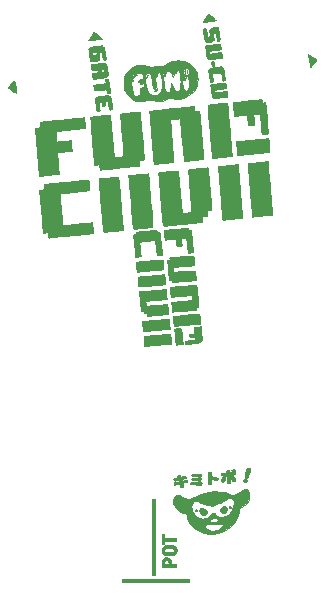
<source format=gbr>
G04 #@! TF.GenerationSoftware,KiCad,Pcbnew,5.0.2-bee76a0~70~ubuntu18.04.1*
G04 #@! TF.CreationDate,2019-04-12T02:47:20+03:00*
G04 #@! TF.ProjectId,CiiVIi_Dongle_Production_PCB,43696956-4969-45f4-946f-6e676c655f50,rev?*
G04 #@! TF.SameCoordinates,Original*
G04 #@! TF.FileFunction,Legend,Top*
G04 #@! TF.FilePolarity,Positive*
%FSLAX46Y46*%
G04 Gerber Fmt 4.6, Leading zero omitted, Abs format (unit mm)*
G04 Created by KiCad (PCBNEW 5.0.2-bee76a0~70~ubuntu18.04.1) date pe 12. huhtikuuta 2019 02.47.20*
%MOMM*%
%LPD*%
G01*
G04 APERTURE LIST*
%ADD10C,0.010000*%
%ADD11C,0.150000*%
G04 APERTURE END LIST*
D10*
G04 #@! TO.C,G\002A\002A\002A*
G36*
X1947333Y-24045333D02*
X-3725334Y-24045333D01*
X-3725334Y-23791333D01*
X1947333Y-23791333D01*
X1947333Y-24045333D01*
X1947333Y-24045333D01*
G37*
X1947333Y-24045333D02*
X-3725334Y-24045333D01*
X-3725334Y-23791333D01*
X1947333Y-23791333D01*
X1947333Y-24045333D01*
G36*
X-889000Y-23452667D02*
X-1143000Y-23452667D01*
X-1143000Y-17060333D01*
X-889000Y-17060333D01*
X-889000Y-23452667D01*
X-889000Y-23452667D01*
G37*
X-889000Y-23452667D02*
X-1143000Y-23452667D01*
X-1143000Y-17060333D01*
X-889000Y-17060333D01*
X-889000Y-23452667D01*
G36*
X230928Y-22002818D02*
X367897Y-22097084D01*
X446284Y-22252017D01*
X465666Y-22417492D01*
X465666Y-22563667D01*
X677333Y-22563667D01*
X802634Y-22566441D01*
X865118Y-22583501D01*
X886623Y-22627951D01*
X889000Y-22690667D01*
X889000Y-22817667D01*
X-338667Y-22817667D01*
X-338667Y-22518077D01*
X-336695Y-22416306D01*
X-127000Y-22416306D01*
X-123004Y-22506405D01*
X-95761Y-22549375D01*
X-22388Y-22562670D01*
X66182Y-22563667D01*
X183982Y-22560742D01*
X238403Y-22541456D01*
X250731Y-22490034D01*
X246098Y-22430352D01*
X203638Y-22299128D01*
X111688Y-22235897D01*
X-14615Y-22240739D01*
X-92355Y-22274494D01*
X-123065Y-22341895D01*
X-127000Y-22416306D01*
X-336695Y-22416306D01*
X-335524Y-22355896D01*
X-320786Y-22251074D01*
X-286496Y-22176380D01*
X-224693Y-22104583D01*
X-214924Y-22094743D01*
X-68941Y-21992517D01*
X37085Y-21971000D01*
X230928Y-22002818D01*
X230928Y-22002818D01*
G37*
X230928Y-22002818D02*
X367897Y-22097084D01*
X446284Y-22252017D01*
X465666Y-22417492D01*
X465666Y-22563667D01*
X677333Y-22563667D01*
X802634Y-22566441D01*
X865118Y-22583501D01*
X886623Y-22627951D01*
X889000Y-22690667D01*
X889000Y-22817667D01*
X-338667Y-22817667D01*
X-338667Y-22518077D01*
X-336695Y-22416306D01*
X-127000Y-22416306D01*
X-123004Y-22506405D01*
X-95761Y-22549375D01*
X-22388Y-22562670D01*
X66182Y-22563667D01*
X183982Y-22560742D01*
X238403Y-22541456D01*
X250731Y-22490034D01*
X246098Y-22430352D01*
X203638Y-22299128D01*
X111688Y-22235897D01*
X-14615Y-22240739D01*
X-92355Y-22274494D01*
X-123065Y-22341895D01*
X-127000Y-22416306D01*
X-336695Y-22416306D01*
X-335524Y-22355896D01*
X-320786Y-22251074D01*
X-286496Y-22176380D01*
X-224693Y-22104583D01*
X-214924Y-22094743D01*
X-68941Y-21992517D01*
X37085Y-21971000D01*
X230928Y-22002818D01*
G36*
X506109Y-20938594D02*
X672534Y-20983180D01*
X750960Y-21024534D01*
X864120Y-21157261D01*
X917768Y-21327394D01*
X904007Y-21505222D01*
X889638Y-21546124D01*
X817391Y-21662534D01*
X705724Y-21740280D01*
X541354Y-21784729D01*
X310994Y-21801243D01*
X256770Y-21801667D01*
X82397Y-21799165D01*
X-32424Y-21787452D01*
X-112763Y-21760216D01*
X-183683Y-21711147D01*
X-216772Y-21682437D01*
X-322065Y-21538778D01*
X-358081Y-21374479D01*
X-354476Y-21353931D01*
X-139876Y-21353931D01*
X-120895Y-21458132D01*
X-66588Y-21515268D01*
X6346Y-21535343D01*
X133959Y-21545690D01*
X289697Y-21546972D01*
X447006Y-21539855D01*
X579332Y-21525003D01*
X660122Y-21503080D01*
X668866Y-21496867D01*
X716946Y-21399191D01*
X688904Y-21296081D01*
X625580Y-21232567D01*
X508549Y-21185642D01*
X349042Y-21164301D01*
X177571Y-21167777D01*
X24647Y-21195306D01*
X-79218Y-21246120D01*
X-83707Y-21250373D01*
X-139876Y-21353931D01*
X-354476Y-21353931D01*
X-329302Y-21210474D01*
X-240211Y-21067694D01*
X-95290Y-20967070D01*
X-60813Y-20954113D01*
X108896Y-20921411D01*
X308050Y-20917121D01*
X506109Y-20938594D01*
X506109Y-20938594D01*
G37*
X506109Y-20938594D02*
X672534Y-20983180D01*
X750960Y-21024534D01*
X864120Y-21157261D01*
X917768Y-21327394D01*
X904007Y-21505222D01*
X889638Y-21546124D01*
X817391Y-21662534D01*
X705724Y-21740280D01*
X541354Y-21784729D01*
X310994Y-21801243D01*
X256770Y-21801667D01*
X82397Y-21799165D01*
X-32424Y-21787452D01*
X-112763Y-21760216D01*
X-183683Y-21711147D01*
X-216772Y-21682437D01*
X-322065Y-21538778D01*
X-358081Y-21374479D01*
X-354476Y-21353931D01*
X-139876Y-21353931D01*
X-120895Y-21458132D01*
X-66588Y-21515268D01*
X6346Y-21535343D01*
X133959Y-21545690D01*
X289697Y-21546972D01*
X447006Y-21539855D01*
X579332Y-21525003D01*
X660122Y-21503080D01*
X668866Y-21496867D01*
X716946Y-21399191D01*
X688904Y-21296081D01*
X625580Y-21232567D01*
X508549Y-21185642D01*
X349042Y-21164301D01*
X177571Y-21167777D01*
X24647Y-21195306D01*
X-79218Y-21246120D01*
X-83707Y-21250373D01*
X-139876Y-21353931D01*
X-354476Y-21353931D01*
X-329302Y-21210474D01*
X-240211Y-21067694D01*
X-95290Y-20967070D01*
X-60813Y-20954113D01*
X108896Y-20921411D01*
X308050Y-20917121D01*
X506109Y-20938594D01*
G36*
X-164647Y-19990576D02*
X-134341Y-20034171D01*
X-127038Y-20135920D01*
X-127000Y-20150667D01*
X-127000Y-20320000D01*
X889000Y-20320000D01*
X889000Y-20574000D01*
X-127000Y-20574000D01*
X-127000Y-20722167D01*
X-134908Y-20822366D01*
X-170490Y-20863385D01*
X-232834Y-20870333D01*
X-338667Y-20870333D01*
X-338667Y-19981333D01*
X-232834Y-19981333D01*
X-164647Y-19990576D01*
X-164647Y-19990576D01*
G37*
X-164647Y-19990576D02*
X-134341Y-20034171D01*
X-127038Y-20135920D01*
X-127000Y-20150667D01*
X-127000Y-20320000D01*
X889000Y-20320000D01*
X889000Y-20574000D01*
X-127000Y-20574000D01*
X-127000Y-20722167D01*
X-134908Y-20822366D01*
X-170490Y-20863385D01*
X-232834Y-20870333D01*
X-338667Y-20870333D01*
X-338667Y-19981333D01*
X-232834Y-19981333D01*
X-164647Y-19990576D01*
G36*
X6864022Y-16219495D02*
X6966538Y-16324095D01*
X7037797Y-16484053D01*
X7068864Y-16689637D01*
X7069508Y-16725488D01*
X7030998Y-16998753D01*
X6923363Y-17259063D01*
X6758991Y-17488805D01*
X6550272Y-17670363D01*
X6327485Y-17780445D01*
X6253926Y-17809608D01*
X6211120Y-17850946D01*
X6187931Y-17926958D01*
X6173225Y-18060142D01*
X6170093Y-18098464D01*
X6103670Y-18430016D01*
X5963571Y-18759866D01*
X5759712Y-19072887D01*
X5502012Y-19353954D01*
X5200389Y-19587942D01*
X5188401Y-19595572D01*
X4912766Y-19752141D01*
X4648591Y-19860189D01*
X4368483Y-19927622D01*
X4045051Y-19962345D01*
X3894666Y-19968929D01*
X3670729Y-19973487D01*
X3504997Y-19969402D01*
X3371195Y-19953597D01*
X3243044Y-19922996D01*
X3097258Y-19875561D01*
X2704649Y-19702421D01*
X2371428Y-19478809D01*
X2219767Y-19327102D01*
X3302000Y-19327102D01*
X3334979Y-19413527D01*
X3417902Y-19516887D01*
X3526745Y-19612915D01*
X3637485Y-19677348D01*
X3654760Y-19683410D01*
X3838680Y-19713080D01*
X4062397Y-19710786D01*
X4288746Y-19679853D01*
X4480561Y-19623606D01*
X4518464Y-19606132D01*
X4689044Y-19491208D01*
X4792280Y-19359457D01*
X4819922Y-19221728D01*
X4818681Y-19211197D01*
X4808715Y-19172978D01*
X4784176Y-19145264D01*
X4734532Y-19127445D01*
X4649251Y-19118909D01*
X4517801Y-19119046D01*
X4329649Y-19127243D01*
X4074262Y-19142889D01*
X3873500Y-19156337D01*
X3636465Y-19175961D01*
X3472447Y-19199438D01*
X3369796Y-19230251D01*
X3316864Y-19271878D01*
X3302000Y-19327102D01*
X2219767Y-19327102D01*
X2102342Y-19209642D01*
X1902140Y-18899838D01*
X1893542Y-18876364D01*
X3730754Y-18876364D01*
X3787270Y-18956329D01*
X3799416Y-18964406D01*
X3914158Y-18996854D01*
X4067858Y-18994951D01*
X4224450Y-18963583D01*
X4347864Y-18907635D01*
X4373105Y-18886709D01*
X4432353Y-18818660D01*
X4432533Y-18771741D01*
X4393348Y-18726206D01*
X4294336Y-18675634D01*
X4148763Y-18653807D01*
X3990097Y-18661827D01*
X3851805Y-18700795D01*
X3837606Y-18707903D01*
X3748572Y-18786575D01*
X3730754Y-18876364D01*
X1893542Y-18876364D01*
X1775570Y-18554313D01*
X1761774Y-18492653D01*
X1707077Y-18224500D01*
X1508546Y-18196093D01*
X1240198Y-18116628D01*
X1002066Y-17965965D01*
X808715Y-17756113D01*
X749351Y-17644093D01*
X2160908Y-17644093D01*
X2181073Y-17863593D01*
X2256673Y-18084358D01*
X2271676Y-18114112D01*
X2437033Y-18355612D01*
X2641005Y-18537391D01*
X2871337Y-18654504D01*
X3115777Y-18702004D01*
X3362072Y-18674946D01*
X3515280Y-18616083D01*
X3665484Y-18514706D01*
X3789354Y-18386727D01*
X3806509Y-18362083D01*
X3910715Y-18242367D01*
X4017347Y-18206764D01*
X4130642Y-18254740D01*
X4194204Y-18313189D01*
X4362596Y-18452618D01*
X4555051Y-18525143D01*
X4747032Y-18542000D01*
X5011263Y-18502034D01*
X5252774Y-18390053D01*
X5460302Y-18217926D01*
X5622587Y-17997525D01*
X5728365Y-17740722D01*
X5766332Y-17467567D01*
X5743294Y-17230161D01*
X5672994Y-17060798D01*
X5560946Y-16962388D01*
X5412661Y-16937838D01*
X5233653Y-16990056D01*
X5062431Y-17096235D01*
X4851348Y-17245324D01*
X4675221Y-17343865D01*
X4511525Y-17403470D01*
X4431523Y-17421517D01*
X4288772Y-17466747D01*
X4144185Y-17539202D01*
X4124093Y-17552211D01*
X4022992Y-17613796D01*
X3951991Y-17628517D01*
X3874984Y-17602288D01*
X3860940Y-17595317D01*
X3757596Y-17560826D01*
X3606274Y-17530334D01*
X3473364Y-17513824D01*
X3247805Y-17475959D01*
X3026226Y-17395544D01*
X2910376Y-17338739D01*
X2701039Y-17240796D01*
X2541988Y-17196290D01*
X2418702Y-17204177D01*
X2316660Y-17263410D01*
X2285455Y-17293746D01*
X2195820Y-17447073D01*
X2160908Y-17644093D01*
X749351Y-17644093D01*
X679699Y-17512661D01*
X653951Y-17401129D01*
X637796Y-17248647D01*
X635000Y-17160154D01*
X641693Y-17013180D01*
X669908Y-16915152D01*
X731843Y-16830866D01*
X758743Y-16803077D01*
X851254Y-16724796D01*
X929469Y-16682031D01*
X945178Y-16679333D01*
X1009414Y-16696712D01*
X1128713Y-16743243D01*
X1282258Y-16810520D01*
X1361184Y-16847321D01*
X1628842Y-16961071D01*
X1850111Y-17020150D01*
X2043073Y-17024768D01*
X2225812Y-16975135D01*
X2416410Y-16871460D01*
X2434166Y-16859753D01*
X2799642Y-16661687D01*
X3213508Y-16515850D01*
X3657825Y-16423732D01*
X4114656Y-16386821D01*
X4566066Y-16406604D01*
X4994115Y-16484571D01*
X5368164Y-16616338D01*
X5508883Y-16676338D01*
X5610566Y-16701916D01*
X5709157Y-16697976D01*
X5810675Y-16676692D01*
X5958777Y-16622414D01*
X6131301Y-16531807D01*
X6259957Y-16447116D01*
X6396985Y-16348886D01*
X6519677Y-16265495D01*
X6600967Y-16215290D01*
X6739186Y-16179983D01*
X6864022Y-16219495D01*
X6864022Y-16219495D01*
G37*
X6864022Y-16219495D02*
X6966538Y-16324095D01*
X7037797Y-16484053D01*
X7068864Y-16689637D01*
X7069508Y-16725488D01*
X7030998Y-16998753D01*
X6923363Y-17259063D01*
X6758991Y-17488805D01*
X6550272Y-17670363D01*
X6327485Y-17780445D01*
X6253926Y-17809608D01*
X6211120Y-17850946D01*
X6187931Y-17926958D01*
X6173225Y-18060142D01*
X6170093Y-18098464D01*
X6103670Y-18430016D01*
X5963571Y-18759866D01*
X5759712Y-19072887D01*
X5502012Y-19353954D01*
X5200389Y-19587942D01*
X5188401Y-19595572D01*
X4912766Y-19752141D01*
X4648591Y-19860189D01*
X4368483Y-19927622D01*
X4045051Y-19962345D01*
X3894666Y-19968929D01*
X3670729Y-19973487D01*
X3504997Y-19969402D01*
X3371195Y-19953597D01*
X3243044Y-19922996D01*
X3097258Y-19875561D01*
X2704649Y-19702421D01*
X2371428Y-19478809D01*
X2219767Y-19327102D01*
X3302000Y-19327102D01*
X3334979Y-19413527D01*
X3417902Y-19516887D01*
X3526745Y-19612915D01*
X3637485Y-19677348D01*
X3654760Y-19683410D01*
X3838680Y-19713080D01*
X4062397Y-19710786D01*
X4288746Y-19679853D01*
X4480561Y-19623606D01*
X4518464Y-19606132D01*
X4689044Y-19491208D01*
X4792280Y-19359457D01*
X4819922Y-19221728D01*
X4818681Y-19211197D01*
X4808715Y-19172978D01*
X4784176Y-19145264D01*
X4734532Y-19127445D01*
X4649251Y-19118909D01*
X4517801Y-19119046D01*
X4329649Y-19127243D01*
X4074262Y-19142889D01*
X3873500Y-19156337D01*
X3636465Y-19175961D01*
X3472447Y-19199438D01*
X3369796Y-19230251D01*
X3316864Y-19271878D01*
X3302000Y-19327102D01*
X2219767Y-19327102D01*
X2102342Y-19209642D01*
X1902140Y-18899838D01*
X1893542Y-18876364D01*
X3730754Y-18876364D01*
X3787270Y-18956329D01*
X3799416Y-18964406D01*
X3914158Y-18996854D01*
X4067858Y-18994951D01*
X4224450Y-18963583D01*
X4347864Y-18907635D01*
X4373105Y-18886709D01*
X4432353Y-18818660D01*
X4432533Y-18771741D01*
X4393348Y-18726206D01*
X4294336Y-18675634D01*
X4148763Y-18653807D01*
X3990097Y-18661827D01*
X3851805Y-18700795D01*
X3837606Y-18707903D01*
X3748572Y-18786575D01*
X3730754Y-18876364D01*
X1893542Y-18876364D01*
X1775570Y-18554313D01*
X1761774Y-18492653D01*
X1707077Y-18224500D01*
X1508546Y-18196093D01*
X1240198Y-18116628D01*
X1002066Y-17965965D01*
X808715Y-17756113D01*
X749351Y-17644093D01*
X2160908Y-17644093D01*
X2181073Y-17863593D01*
X2256673Y-18084358D01*
X2271676Y-18114112D01*
X2437033Y-18355612D01*
X2641005Y-18537391D01*
X2871337Y-18654504D01*
X3115777Y-18702004D01*
X3362072Y-18674946D01*
X3515280Y-18616083D01*
X3665484Y-18514706D01*
X3789354Y-18386727D01*
X3806509Y-18362083D01*
X3910715Y-18242367D01*
X4017347Y-18206764D01*
X4130642Y-18254740D01*
X4194204Y-18313189D01*
X4362596Y-18452618D01*
X4555051Y-18525143D01*
X4747032Y-18542000D01*
X5011263Y-18502034D01*
X5252774Y-18390053D01*
X5460302Y-18217926D01*
X5622587Y-17997525D01*
X5728365Y-17740722D01*
X5766332Y-17467567D01*
X5743294Y-17230161D01*
X5672994Y-17060798D01*
X5560946Y-16962388D01*
X5412661Y-16937838D01*
X5233653Y-16990056D01*
X5062431Y-17096235D01*
X4851348Y-17245324D01*
X4675221Y-17343865D01*
X4511525Y-17403470D01*
X4431523Y-17421517D01*
X4288772Y-17466747D01*
X4144185Y-17539202D01*
X4124093Y-17552211D01*
X4022992Y-17613796D01*
X3951991Y-17628517D01*
X3874984Y-17602288D01*
X3860940Y-17595317D01*
X3757596Y-17560826D01*
X3606274Y-17530334D01*
X3473364Y-17513824D01*
X3247805Y-17475959D01*
X3026226Y-17395544D01*
X2910376Y-17338739D01*
X2701039Y-17240796D01*
X2541988Y-17196290D01*
X2418702Y-17204177D01*
X2316660Y-17263410D01*
X2285455Y-17293746D01*
X2195820Y-17447073D01*
X2160908Y-17644093D01*
X749351Y-17644093D01*
X679699Y-17512661D01*
X653951Y-17401129D01*
X637796Y-17248647D01*
X635000Y-17160154D01*
X641693Y-17013180D01*
X669908Y-16915152D01*
X731843Y-16830866D01*
X758743Y-16803077D01*
X851254Y-16724796D01*
X929469Y-16682031D01*
X945178Y-16679333D01*
X1009414Y-16696712D01*
X1128713Y-16743243D01*
X1282258Y-16810520D01*
X1361184Y-16847321D01*
X1628842Y-16961071D01*
X1850111Y-17020150D01*
X2043073Y-17024768D01*
X2225812Y-16975135D01*
X2416410Y-16871460D01*
X2434166Y-16859753D01*
X2799642Y-16661687D01*
X3213508Y-16515850D01*
X3657825Y-16423732D01*
X4114656Y-16386821D01*
X4566066Y-16406604D01*
X4994115Y-16484571D01*
X5368164Y-16616338D01*
X5508883Y-16676338D01*
X5610566Y-16701916D01*
X5709157Y-16697976D01*
X5810675Y-16676692D01*
X5958777Y-16622414D01*
X6131301Y-16531807D01*
X6259957Y-16447116D01*
X6396985Y-16348886D01*
X6519677Y-16265495D01*
X6600967Y-16215290D01*
X6739186Y-16179983D01*
X6864022Y-16219495D01*
G36*
X1215592Y-15019981D02*
X1227666Y-15075378D01*
X1236596Y-15131867D01*
X1279045Y-15148940D01*
X1378506Y-15135226D01*
X1386416Y-15133688D01*
X1537103Y-15107025D01*
X1624308Y-15102918D01*
X1666934Y-15124382D01*
X1683880Y-15174433D01*
X1684918Y-15181323D01*
X1679592Y-15241486D01*
X1627900Y-15276357D01*
X1526189Y-15298239D01*
X1412686Y-15325449D01*
X1362872Y-15367858D01*
X1354666Y-15414771D01*
X1369574Y-15478208D01*
X1429858Y-15481504D01*
X1449916Y-15476123D01*
X1561569Y-15448265D01*
X1682750Y-15423313D01*
X1777235Y-15413477D01*
X1814858Y-15438993D01*
X1820333Y-15485608D01*
X1811097Y-15540330D01*
X1771428Y-15578321D01*
X1683384Y-15609425D01*
X1534619Y-15642362D01*
X1442187Y-15669588D01*
X1414052Y-15714253D01*
X1423132Y-15773879D01*
X1451305Y-15912430D01*
X1444290Y-15990475D01*
X1396605Y-16026791D01*
X1346485Y-16036330D01*
X1269103Y-16035007D01*
X1228353Y-15992438D01*
X1203342Y-15894225D01*
X1179055Y-15793292D01*
X1138996Y-15755215D01*
X1053986Y-15759252D01*
X1021023Y-15764622D01*
X889014Y-15789558D01*
X777577Y-15815065D01*
X772583Y-15816415D01*
X702208Y-15822747D01*
X678709Y-15773039D01*
X677333Y-15734364D01*
X687308Y-15665836D01*
X732063Y-15627339D01*
X833842Y-15602940D01*
X868353Y-15597542D01*
X1020005Y-15562092D01*
X1089641Y-15513893D01*
X1076381Y-15453626D01*
X1067008Y-15443409D01*
X993440Y-15423595D01*
X866700Y-15452040D01*
X757992Y-15481166D01*
X699186Y-15473842D01*
X672951Y-15446026D01*
X639052Y-15362047D01*
X671168Y-15305128D01*
X777621Y-15264100D01*
X814916Y-15255428D01*
X930121Y-15222264D01*
X978340Y-15181357D01*
X980999Y-15137504D01*
X1001206Y-15048267D01*
X1086810Y-14995205D01*
X1153583Y-14986648D01*
X1215592Y-15019981D01*
X1215592Y-15019981D01*
G37*
X1215592Y-15019981D02*
X1227666Y-15075378D01*
X1236596Y-15131867D01*
X1279045Y-15148940D01*
X1378506Y-15135226D01*
X1386416Y-15133688D01*
X1537103Y-15107025D01*
X1624308Y-15102918D01*
X1666934Y-15124382D01*
X1683880Y-15174433D01*
X1684918Y-15181323D01*
X1679592Y-15241486D01*
X1627900Y-15276357D01*
X1526189Y-15298239D01*
X1412686Y-15325449D01*
X1362872Y-15367858D01*
X1354666Y-15414771D01*
X1369574Y-15478208D01*
X1429858Y-15481504D01*
X1449916Y-15476123D01*
X1561569Y-15448265D01*
X1682750Y-15423313D01*
X1777235Y-15413477D01*
X1814858Y-15438993D01*
X1820333Y-15485608D01*
X1811097Y-15540330D01*
X1771428Y-15578321D01*
X1683384Y-15609425D01*
X1534619Y-15642362D01*
X1442187Y-15669588D01*
X1414052Y-15714253D01*
X1423132Y-15773879D01*
X1451305Y-15912430D01*
X1444290Y-15990475D01*
X1396605Y-16026791D01*
X1346485Y-16036330D01*
X1269103Y-16035007D01*
X1228353Y-15992438D01*
X1203342Y-15894225D01*
X1179055Y-15793292D01*
X1138996Y-15755215D01*
X1053986Y-15759252D01*
X1021023Y-15764622D01*
X889014Y-15789558D01*
X777577Y-15815065D01*
X772583Y-15816415D01*
X702208Y-15822747D01*
X678709Y-15773039D01*
X677333Y-15734364D01*
X687308Y-15665836D01*
X732063Y-15627339D01*
X833842Y-15602940D01*
X868353Y-15597542D01*
X1020005Y-15562092D01*
X1089641Y-15513893D01*
X1076381Y-15453626D01*
X1067008Y-15443409D01*
X993440Y-15423595D01*
X866700Y-15452040D01*
X757992Y-15481166D01*
X699186Y-15473842D01*
X672951Y-15446026D01*
X639052Y-15362047D01*
X671168Y-15305128D01*
X777621Y-15264100D01*
X814916Y-15255428D01*
X930121Y-15222264D01*
X978340Y-15181357D01*
X980999Y-15137504D01*
X1001206Y-15048267D01*
X1086810Y-14995205D01*
X1153583Y-14986648D01*
X1215592Y-15019981D01*
G36*
X2554096Y-15590459D02*
X2736531Y-15604301D01*
X2887894Y-15622839D01*
X2987702Y-15643186D01*
X3014603Y-15655337D01*
X3038817Y-15727217D01*
X3015117Y-15810064D01*
X2959127Y-15864825D01*
X2928730Y-15869991D01*
X2836542Y-15856093D01*
X2730500Y-15832667D01*
X2621074Y-15814944D01*
X2463927Y-15801286D01*
X2318657Y-15795342D01*
X2033815Y-15790333D01*
X2084605Y-15678860D01*
X2135396Y-15567387D01*
X2554096Y-15590459D01*
X2554096Y-15590459D01*
G37*
X2554096Y-15590459D02*
X2736531Y-15604301D01*
X2887894Y-15622839D01*
X2987702Y-15643186D01*
X3014603Y-15655337D01*
X3038817Y-15727217D01*
X3015117Y-15810064D01*
X2959127Y-15864825D01*
X2928730Y-15869991D01*
X2836542Y-15856093D01*
X2730500Y-15832667D01*
X2621074Y-15814944D01*
X2463927Y-15801286D01*
X2318657Y-15795342D01*
X2033815Y-15790333D01*
X2084605Y-15678860D01*
X2135396Y-15567387D01*
X2554096Y-15590459D01*
G36*
X3801536Y-14771858D02*
X3809800Y-14855704D01*
X3810000Y-14896403D01*
X3810000Y-15062420D01*
X4106333Y-15152428D01*
X4269242Y-15206017D01*
X4361473Y-15251894D01*
X4394720Y-15301930D01*
X4380679Y-15367992D01*
X4360025Y-15409909D01*
X4329795Y-15456324D01*
X4290564Y-15467490D01*
X4216812Y-15443192D01*
X4137775Y-15408055D01*
X3992944Y-15347124D01*
X3907716Y-15333108D01*
X3866384Y-15374228D01*
X3853242Y-15478709D01*
X3852333Y-15557500D01*
X3850032Y-15690637D01*
X3835940Y-15759938D01*
X3799276Y-15786228D01*
X3731785Y-15790333D01*
X3611236Y-15790333D01*
X3583060Y-15297002D01*
X3572920Y-15103075D01*
X3566346Y-14943449D01*
X3563916Y-14835068D01*
X3566025Y-14794957D01*
X3610615Y-14779877D01*
X3693583Y-14758315D01*
X3768489Y-14746147D01*
X3801536Y-14771858D01*
X3801536Y-14771858D01*
G37*
X3801536Y-14771858D02*
X3809800Y-14855704D01*
X3810000Y-14896403D01*
X3810000Y-15062420D01*
X4106333Y-15152428D01*
X4269242Y-15206017D01*
X4361473Y-15251894D01*
X4394720Y-15301930D01*
X4380679Y-15367992D01*
X4360025Y-15409909D01*
X4329795Y-15456324D01*
X4290564Y-15467490D01*
X4216812Y-15443192D01*
X4137775Y-15408055D01*
X3992944Y-15347124D01*
X3907716Y-15333108D01*
X3866384Y-15374228D01*
X3853242Y-15478709D01*
X3852333Y-15557500D01*
X3850032Y-15690637D01*
X3835940Y-15759938D01*
X3799276Y-15786228D01*
X3731785Y-15790333D01*
X3611236Y-15790333D01*
X3583060Y-15297002D01*
X3572920Y-15103075D01*
X3566346Y-14943449D01*
X3563916Y-14835068D01*
X3566025Y-14794957D01*
X3610615Y-14779877D01*
X3693583Y-14758315D01*
X3768489Y-14746147D01*
X3801536Y-14771858D01*
G36*
X5812208Y-14520954D02*
X5846766Y-14547243D01*
X5877998Y-14606550D01*
X5841299Y-14647766D01*
X5773273Y-14669686D01*
X5751696Y-14665016D01*
X5705189Y-14675449D01*
X5694260Y-14688976D01*
X5706742Y-14722900D01*
X5754834Y-14732000D01*
X5823337Y-14756167D01*
X5842000Y-14835621D01*
X5834359Y-14896599D01*
X5797407Y-14929605D01*
X5710099Y-14945662D01*
X5619750Y-14952038D01*
X5397500Y-14964833D01*
X5406855Y-15314083D01*
X5416211Y-15663333D01*
X5290438Y-15663333D01*
X5215292Y-15658402D01*
X5178264Y-15628873D01*
X5165883Y-15552639D01*
X5164666Y-15456958D01*
X5159043Y-15301908D01*
X5144927Y-15158600D01*
X5138257Y-15118538D01*
X5111848Y-14986493D01*
X4880491Y-15013684D01*
X4748623Y-15027272D01*
X4681421Y-15023515D01*
X4659568Y-14995795D01*
X4663483Y-14939354D01*
X4681406Y-14879043D01*
X4728151Y-14846247D01*
X4826121Y-14830142D01*
X4900083Y-14825038D01*
X5029928Y-14814000D01*
X5096157Y-14792958D01*
X5119814Y-14750890D01*
X5122333Y-14708621D01*
X5136459Y-14634454D01*
X5195778Y-14607368D01*
X5249333Y-14605000D01*
X5342293Y-14618305D01*
X5375023Y-14667811D01*
X5376333Y-14689667D01*
X5395104Y-14750435D01*
X5466137Y-14772917D01*
X5509894Y-14774333D01*
X5598142Y-14770443D01*
X5614215Y-14748654D01*
X5573394Y-14696916D01*
X5511863Y-14611907D01*
X5522154Y-14570853D01*
X5604702Y-14572184D01*
X5607885Y-14572783D01*
X5678512Y-14577160D01*
X5692795Y-14560987D01*
X5695669Y-14520700D01*
X5746614Y-14506361D01*
X5812208Y-14520954D01*
X5812208Y-14520954D01*
G37*
X5812208Y-14520954D02*
X5846766Y-14547243D01*
X5877998Y-14606550D01*
X5841299Y-14647766D01*
X5773273Y-14669686D01*
X5751696Y-14665016D01*
X5705189Y-14675449D01*
X5694260Y-14688976D01*
X5706742Y-14722900D01*
X5754834Y-14732000D01*
X5823337Y-14756167D01*
X5842000Y-14835621D01*
X5834359Y-14896599D01*
X5797407Y-14929605D01*
X5710099Y-14945662D01*
X5619750Y-14952038D01*
X5397500Y-14964833D01*
X5406855Y-15314083D01*
X5416211Y-15663333D01*
X5290438Y-15663333D01*
X5215292Y-15658402D01*
X5178264Y-15628873D01*
X5165883Y-15552639D01*
X5164666Y-15456958D01*
X5159043Y-15301908D01*
X5144927Y-15158600D01*
X5138257Y-15118538D01*
X5111848Y-14986493D01*
X4880491Y-15013684D01*
X4748623Y-15027272D01*
X4681421Y-15023515D01*
X4659568Y-14995795D01*
X4663483Y-14939354D01*
X4681406Y-14879043D01*
X4728151Y-14846247D01*
X4826121Y-14830142D01*
X4900083Y-14825038D01*
X5029928Y-14814000D01*
X5096157Y-14792958D01*
X5119814Y-14750890D01*
X5122333Y-14708621D01*
X5136459Y-14634454D01*
X5195778Y-14607368D01*
X5249333Y-14605000D01*
X5342293Y-14618305D01*
X5375023Y-14667811D01*
X5376333Y-14689667D01*
X5395104Y-14750435D01*
X5466137Y-14772917D01*
X5509894Y-14774333D01*
X5598142Y-14770443D01*
X5614215Y-14748654D01*
X5573394Y-14696916D01*
X5511863Y-14611907D01*
X5522154Y-14570853D01*
X5604702Y-14572184D01*
X5607885Y-14572783D01*
X5678512Y-14577160D01*
X5692795Y-14560987D01*
X5695669Y-14520700D01*
X5746614Y-14506361D01*
X5812208Y-14520954D01*
G36*
X5006592Y-15122223D02*
X5028926Y-15222183D01*
X4993909Y-15381536D01*
X4974656Y-15435108D01*
X4922735Y-15552317D01*
X4869038Y-15603774D01*
X4788711Y-15605185D01*
X4727641Y-15591220D01*
X4673244Y-15551365D01*
X4680791Y-15500880D01*
X4713061Y-15418397D01*
X4757715Y-15295683D01*
X4774306Y-15248391D01*
X4822894Y-15133078D01*
X4872480Y-15083285D01*
X4926557Y-15079058D01*
X5006592Y-15122223D01*
X5006592Y-15122223D01*
G37*
X5006592Y-15122223D02*
X5028926Y-15222183D01*
X4993909Y-15381536D01*
X4974656Y-15435108D01*
X4922735Y-15552317D01*
X4869038Y-15603774D01*
X4788711Y-15605185D01*
X4727641Y-15591220D01*
X4673244Y-15551365D01*
X4680791Y-15500880D01*
X4713061Y-15418397D01*
X4757715Y-15295683D01*
X4774306Y-15248391D01*
X4822894Y-15133078D01*
X4872480Y-15083285D01*
X4926557Y-15079058D01*
X5006592Y-15122223D01*
G36*
X6831934Y-15374842D02*
X6885694Y-15445006D01*
X6876488Y-15531030D01*
X6860944Y-15553951D01*
X6777449Y-15607569D01*
X6676956Y-15617075D01*
X6595811Y-15582750D01*
X6574767Y-15551746D01*
X6574291Y-15451509D01*
X6637036Y-15373639D01*
X6731000Y-15345833D01*
X6831934Y-15374842D01*
X6831934Y-15374842D01*
G37*
X6831934Y-15374842D02*
X6885694Y-15445006D01*
X6876488Y-15531030D01*
X6860944Y-15553951D01*
X6777449Y-15607569D01*
X6676956Y-15617075D01*
X6595811Y-15582750D01*
X6574767Y-15551746D01*
X6574291Y-15451509D01*
X6637036Y-15373639D01*
X6731000Y-15345833D01*
X6831934Y-15374842D01*
G36*
X5713393Y-15056962D02*
X5769697Y-15162079D01*
X5789164Y-15205324D01*
X5843308Y-15344858D01*
X5856141Y-15431793D01*
X5836897Y-15478982D01*
X5750601Y-15532827D01*
X5661591Y-15505333D01*
X5636422Y-15480170D01*
X5579632Y-15390511D01*
X5528291Y-15275877D01*
X5492671Y-15165029D01*
X5483048Y-15086730D01*
X5489854Y-15069854D01*
X5556732Y-15032223D01*
X5609166Y-15013434D01*
X5664702Y-15012551D01*
X5713393Y-15056962D01*
X5713393Y-15056962D01*
G37*
X5713393Y-15056962D02*
X5769697Y-15162079D01*
X5789164Y-15205324D01*
X5843308Y-15344858D01*
X5856141Y-15431793D01*
X5836897Y-15478982D01*
X5750601Y-15532827D01*
X5661591Y-15505333D01*
X5636422Y-15480170D01*
X5579632Y-15390511D01*
X5528291Y-15275877D01*
X5492671Y-15165029D01*
X5483048Y-15086730D01*
X5489854Y-15069854D01*
X5556732Y-15032223D01*
X5609166Y-15013434D01*
X5664702Y-15012551D01*
X5713393Y-15056962D01*
G36*
X2577831Y-15248466D02*
X2740279Y-15260584D01*
X2868027Y-15275190D01*
X2939223Y-15289623D01*
X2946090Y-15293312D01*
X2959238Y-15355906D01*
X2927021Y-15431866D01*
X2870321Y-15481837D01*
X2844063Y-15485588D01*
X2767886Y-15479469D01*
X2635161Y-15471353D01*
X2473927Y-15462950D01*
X2465916Y-15462567D01*
X2293014Y-15449064D01*
X2194557Y-15424480D01*
X2160442Y-15382217D01*
X2180566Y-15315677D01*
X2197421Y-15287213D01*
X2238742Y-15257409D01*
X2324687Y-15243294D01*
X2470763Y-15243289D01*
X2577831Y-15248466D01*
X2577831Y-15248466D01*
G37*
X2577831Y-15248466D02*
X2740279Y-15260584D01*
X2868027Y-15275190D01*
X2939223Y-15289623D01*
X2946090Y-15293312D01*
X2959238Y-15355906D01*
X2927021Y-15431866D01*
X2870321Y-15481837D01*
X2844063Y-15485588D01*
X2767886Y-15479469D01*
X2635161Y-15471353D01*
X2473927Y-15462950D01*
X2465916Y-15462567D01*
X2293014Y-15449064D01*
X2194557Y-15424480D01*
X2160442Y-15382217D01*
X2180566Y-15315677D01*
X2197421Y-15287213D01*
X2238742Y-15257409D01*
X2324687Y-15243294D01*
X2470763Y-15243289D01*
X2577831Y-15248466D01*
G36*
X7013877Y-14421174D02*
X7140390Y-14458008D01*
X7143785Y-14459054D01*
X7162689Y-14492068D01*
X7150485Y-14577032D01*
X7105174Y-14724067D01*
X7074259Y-14810967D01*
X7001067Y-15007316D01*
X6946717Y-15136553D01*
X6902590Y-15211656D01*
X6860070Y-15245605D01*
X6810541Y-15251377D01*
X6783916Y-15248276D01*
X6733660Y-15240504D01*
X6704627Y-15224356D01*
X6695345Y-15183209D01*
X6704341Y-15100439D01*
X6730144Y-14959424D01*
X6749438Y-14859000D01*
X6790518Y-14650698D01*
X6826319Y-14514105D01*
X6868024Y-14437881D01*
X6926816Y-14410685D01*
X7013877Y-14421174D01*
X7013877Y-14421174D01*
G37*
X7013877Y-14421174D02*
X7140390Y-14458008D01*
X7143785Y-14459054D01*
X7162689Y-14492068D01*
X7150485Y-14577032D01*
X7105174Y-14724067D01*
X7074259Y-14810967D01*
X7001067Y-15007316D01*
X6946717Y-15136553D01*
X6902590Y-15211656D01*
X6860070Y-15245605D01*
X6810541Y-15251377D01*
X6783916Y-15248276D01*
X6733660Y-15240504D01*
X6704627Y-15224356D01*
X6695345Y-15183209D01*
X6704341Y-15100439D01*
X6730144Y-14959424D01*
X6749438Y-14859000D01*
X6790518Y-14650698D01*
X6826319Y-14514105D01*
X6868024Y-14437881D01*
X6926816Y-14410685D01*
X7013877Y-14421174D01*
G36*
X2598284Y-14909328D02*
X2764948Y-14920141D01*
X2896549Y-14932557D01*
X2972337Y-14944461D01*
X2982258Y-14948480D01*
X2994112Y-15010002D01*
X2963612Y-15087943D01*
X2910873Y-15141570D01*
X2884312Y-15146814D01*
X2810308Y-15140924D01*
X2678162Y-15133171D01*
X2514330Y-15125083D01*
X2487083Y-15123866D01*
X2307679Y-15111306D01*
X2202581Y-15088829D01*
X2161511Y-15050222D01*
X2174188Y-14989271D01*
X2197328Y-14948697D01*
X2237737Y-14919599D01*
X2322246Y-14905132D01*
X2465902Y-14903820D01*
X2598284Y-14909328D01*
X2598284Y-14909328D01*
G37*
X2598284Y-14909328D02*
X2764948Y-14920141D01*
X2896549Y-14932557D01*
X2972337Y-14944461D01*
X2982258Y-14948480D01*
X2994112Y-15010002D01*
X2963612Y-15087943D01*
X2910873Y-15141570D01*
X2884312Y-15146814D01*
X2810308Y-15140924D01*
X2678162Y-15133171D01*
X2514330Y-15125083D01*
X2487083Y-15123866D01*
X2307679Y-15111306D01*
X2202581Y-15088829D01*
X2161511Y-15050222D01*
X2174188Y-14989271D01*
X2197328Y-14948697D01*
X2237737Y-14919599D01*
X2322246Y-14905132D01*
X2465902Y-14903820D01*
X2598284Y-14909328D01*
G36*
X365751Y-3060974D02*
X374670Y-3104629D01*
X388797Y-3209589D01*
X405740Y-3353401D01*
X423110Y-3513612D01*
X438516Y-3667769D01*
X449566Y-3793419D01*
X453872Y-3868110D01*
X452871Y-3879240D01*
X408994Y-3886392D01*
X294589Y-3899066D01*
X123526Y-3916053D01*
X-90324Y-3936145D01*
X-333091Y-3958134D01*
X-590905Y-3980811D01*
X-849895Y-4002968D01*
X-1096191Y-4023398D01*
X-1315922Y-4040891D01*
X-1495218Y-4054239D01*
X-1620209Y-4062235D01*
X-1668119Y-4064000D01*
X-1809413Y-4064000D01*
X-1839602Y-3678095D01*
X-1849267Y-3504846D01*
X-1849843Y-3364360D01*
X-1841585Y-3277355D01*
X-1834479Y-3260602D01*
X-1787389Y-3250856D01*
X-1670054Y-3235704D01*
X-1496140Y-3216388D01*
X-1279313Y-3194147D01*
X-1033239Y-3170221D01*
X-771583Y-3145849D01*
X-508011Y-3122273D01*
X-256190Y-3100731D01*
X-29784Y-3082463D01*
X157539Y-3068710D01*
X292115Y-3060711D01*
X360277Y-3059707D01*
X365751Y-3060974D01*
X365751Y-3060974D01*
G37*
X365751Y-3060974D02*
X374670Y-3104629D01*
X388797Y-3209589D01*
X405740Y-3353401D01*
X423110Y-3513612D01*
X438516Y-3667769D01*
X449566Y-3793419D01*
X453872Y-3868110D01*
X452871Y-3879240D01*
X408994Y-3886392D01*
X294589Y-3899066D01*
X123526Y-3916053D01*
X-90324Y-3936145D01*
X-333091Y-3958134D01*
X-590905Y-3980811D01*
X-849895Y-4002968D01*
X-1096191Y-4023398D01*
X-1315922Y-4040891D01*
X-1495218Y-4054239D01*
X-1620209Y-4062235D01*
X-1668119Y-4064000D01*
X-1809413Y-4064000D01*
X-1839602Y-3678095D01*
X-1849267Y-3504846D01*
X-1849843Y-3364360D01*
X-1841585Y-3277355D01*
X-1834479Y-3260602D01*
X-1787389Y-3250856D01*
X-1670054Y-3235704D01*
X-1496140Y-3216388D01*
X-1279313Y-3194147D01*
X-1033239Y-3170221D01*
X-771583Y-3145849D01*
X-508011Y-3122273D01*
X-256190Y-3100731D01*
X-29784Y-3082463D01*
X157539Y-3068710D01*
X292115Y-3060711D01*
X360277Y-3059707D01*
X365751Y-3060974D01*
G36*
X1210151Y-2591121D02*
X1292611Y-2615797D01*
X1312333Y-2641312D01*
X1316603Y-2702942D01*
X1328331Y-2831876D01*
X1345895Y-3011242D01*
X1367673Y-3224166D01*
X1376075Y-3304292D01*
X1398040Y-3519741D01*
X1415204Y-3702473D01*
X1426256Y-3837336D01*
X1429889Y-3909177D01*
X1428991Y-3916859D01*
X1384687Y-3925016D01*
X1279120Y-3938099D01*
X1138286Y-3952956D01*
X858405Y-3980488D01*
X809525Y-3524827D01*
X786342Y-3309982D01*
X763584Y-3101242D01*
X744516Y-2928463D01*
X736030Y-2852933D01*
X724786Y-2724680D01*
X733795Y-2656110D01*
X770446Y-2623224D01*
X810790Y-2610094D01*
X944637Y-2586738D01*
X1085958Y-2580925D01*
X1210151Y-2591121D01*
X1210151Y-2591121D01*
G37*
X1210151Y-2591121D02*
X1292611Y-2615797D01*
X1312333Y-2641312D01*
X1316603Y-2702942D01*
X1328331Y-2831876D01*
X1345895Y-3011242D01*
X1367673Y-3224166D01*
X1376075Y-3304292D01*
X1398040Y-3519741D01*
X1415204Y-3702473D01*
X1426256Y-3837336D01*
X1429889Y-3909177D01*
X1428991Y-3916859D01*
X1384687Y-3925016D01*
X1279120Y-3938099D01*
X1138286Y-3952956D01*
X858405Y-3980488D01*
X809525Y-3524827D01*
X786342Y-3309982D01*
X763584Y-3101242D01*
X744516Y-2928463D01*
X736030Y-2852933D01*
X724786Y-2724680D01*
X733795Y-2656110D01*
X770446Y-2623224D01*
X810790Y-2610094D01*
X944637Y-2586738D01*
X1085958Y-2580925D01*
X1210151Y-2591121D01*
G36*
X2948538Y-2430024D02*
X2954961Y-2471096D01*
X2967654Y-2579657D01*
X2984746Y-2738920D01*
X3003264Y-2921000D01*
X3024552Y-3126347D01*
X3045229Y-3310155D01*
X3062717Y-3450386D01*
X3073131Y-3518749D01*
X3074005Y-3606970D01*
X3020579Y-3648626D01*
X3006606Y-3652687D01*
X2941390Y-3692448D01*
X2930368Y-3730373D01*
X2914302Y-3761029D01*
X2847138Y-3788043D01*
X2721710Y-3812586D01*
X2530847Y-3835826D01*
X2267384Y-3858934D01*
X2042908Y-3875182D01*
X1608666Y-3904780D01*
X1608666Y-3775769D01*
X1613138Y-3702828D01*
X1640041Y-3661441D01*
X1709610Y-3638719D01*
X1842076Y-3621771D01*
X1852083Y-3620697D01*
X2095149Y-3594868D01*
X2266262Y-3575391D01*
X2377509Y-3558363D01*
X2440981Y-3539879D01*
X2468765Y-3516035D01*
X2472953Y-3482927D01*
X2465631Y-3436651D01*
X2463516Y-3423233D01*
X2447961Y-3349006D01*
X2414198Y-3312961D01*
X2338814Y-3303651D01*
X2227858Y-3308029D01*
X2100406Y-3312561D01*
X2034622Y-3299975D01*
X2007646Y-3257946D01*
X1997567Y-3183890D01*
X1994566Y-3095494D01*
X2024286Y-3057096D01*
X2109551Y-3047663D01*
X2145734Y-3047352D01*
X2287949Y-3038432D01*
X2369331Y-3002063D01*
X2402365Y-2921700D01*
X2399537Y-2780797D01*
X2393029Y-2719638D01*
X2363550Y-2465650D01*
X2652858Y-2445765D01*
X2797998Y-2436404D01*
X2903914Y-2430738D01*
X2948372Y-2429951D01*
X2948538Y-2430024D01*
X2948538Y-2430024D01*
G37*
X2948538Y-2430024D02*
X2954961Y-2471096D01*
X2967654Y-2579657D01*
X2984746Y-2738920D01*
X3003264Y-2921000D01*
X3024552Y-3126347D01*
X3045229Y-3310155D01*
X3062717Y-3450386D01*
X3073131Y-3518749D01*
X3074005Y-3606970D01*
X3020579Y-3648626D01*
X3006606Y-3652687D01*
X2941390Y-3692448D01*
X2930368Y-3730373D01*
X2914302Y-3761029D01*
X2847138Y-3788043D01*
X2721710Y-3812586D01*
X2530847Y-3835826D01*
X2267384Y-3858934D01*
X2042908Y-3875182D01*
X1608666Y-3904780D01*
X1608666Y-3775769D01*
X1613138Y-3702828D01*
X1640041Y-3661441D01*
X1709610Y-3638719D01*
X1842076Y-3621771D01*
X1852083Y-3620697D01*
X2095149Y-3594868D01*
X2266262Y-3575391D01*
X2377509Y-3558363D01*
X2440981Y-3539879D01*
X2468765Y-3516035D01*
X2472953Y-3482927D01*
X2465631Y-3436651D01*
X2463516Y-3423233D01*
X2447961Y-3349006D01*
X2414198Y-3312961D01*
X2338814Y-3303651D01*
X2227858Y-3308029D01*
X2100406Y-3312561D01*
X2034622Y-3299975D01*
X2007646Y-3257946D01*
X1997567Y-3183890D01*
X1994566Y-3095494D01*
X2024286Y-3057096D01*
X2109551Y-3047663D01*
X2145734Y-3047352D01*
X2287949Y-3038432D01*
X2369331Y-3002063D01*
X2402365Y-2921700D01*
X2399537Y-2780797D01*
X2393029Y-2719638D01*
X2363550Y-2465650D01*
X2652858Y-2445765D01*
X2797998Y-2436404D01*
X2903914Y-2430738D01*
X2948372Y-2429951D01*
X2948538Y-2430024D01*
G36*
X289152Y-2192410D02*
X307275Y-2368226D01*
X318372Y-2509679D01*
X321133Y-2597673D01*
X318239Y-2616872D01*
X272880Y-2625305D01*
X155510Y-2639313D01*
X-21492Y-2657640D01*
X-245746Y-2679031D01*
X-504875Y-2702229D01*
X-622053Y-2712287D01*
X-904840Y-2736366D01*
X-1169850Y-2759141D01*
X-1401655Y-2779269D01*
X-1584823Y-2795407D01*
X-1703926Y-2806214D01*
X-1725753Y-2808304D01*
X-1839957Y-2813562D01*
X-1912477Y-2805664D01*
X-1922835Y-2799391D01*
X-1933188Y-2747960D01*
X-1947137Y-2632466D01*
X-1962377Y-2473306D01*
X-1969696Y-2384555D01*
X-2000060Y-1996413D01*
X-1814947Y-1972246D01*
X-1713790Y-1961176D01*
X-1545445Y-1945134D01*
X-1327142Y-1925660D01*
X-1076108Y-1904292D01*
X-825500Y-1883841D01*
X-564144Y-1862622D01*
X-323808Y-1842467D01*
X-120423Y-1824762D01*
X30079Y-1810892D01*
X110860Y-1802365D01*
X242888Y-1785126D01*
X289152Y-2192410D01*
X289152Y-2192410D01*
G37*
X289152Y-2192410D02*
X307275Y-2368226D01*
X318372Y-2509679D01*
X321133Y-2597673D01*
X318239Y-2616872D01*
X272880Y-2625305D01*
X155510Y-2639313D01*
X-21492Y-2657640D01*
X-245746Y-2679031D01*
X-504875Y-2702229D01*
X-622053Y-2712287D01*
X-904840Y-2736366D01*
X-1169850Y-2759141D01*
X-1401655Y-2779269D01*
X-1584823Y-2795407D01*
X-1703926Y-2806214D01*
X-1725753Y-2808304D01*
X-1839957Y-2813562D01*
X-1912477Y-2805664D01*
X-1922835Y-2799391D01*
X-1933188Y-2747960D01*
X-1947137Y-2632466D01*
X-1962377Y-2473306D01*
X-1969696Y-2384555D01*
X-2000060Y-1996413D01*
X-1814947Y-1972246D01*
X-1713790Y-1961176D01*
X-1545445Y-1945134D01*
X-1327142Y-1925660D01*
X-1076108Y-1904292D01*
X-825500Y-1883841D01*
X-564144Y-1862622D01*
X-323808Y-1842467D01*
X-120423Y-1824762D01*
X30079Y-1810892D01*
X110860Y-1802365D01*
X242888Y-1785126D01*
X289152Y-2192410D01*
G36*
X2819182Y-1392656D02*
X2839487Y-1402104D01*
X2854040Y-1459041D01*
X2870945Y-1573280D01*
X2887982Y-1721296D01*
X2902930Y-1879565D01*
X2913568Y-2024564D01*
X2917677Y-2132769D01*
X2913034Y-2180656D01*
X2912988Y-2180701D01*
X2869350Y-2187606D01*
X2755150Y-2200240D01*
X2584206Y-2217371D01*
X2370337Y-2237767D01*
X2127360Y-2260199D01*
X1869095Y-2283435D01*
X1609359Y-2306244D01*
X1361971Y-2327395D01*
X1140749Y-2345658D01*
X959511Y-2359800D01*
X832075Y-2368593D01*
X777390Y-2370946D01*
X716961Y-2355457D01*
X682309Y-2295197D01*
X662663Y-2190750D01*
X643192Y-2039273D01*
X621371Y-1859298D01*
X611690Y-1775780D01*
X585001Y-1540728D01*
X1698134Y-1448586D01*
X2072872Y-1418917D01*
X2367917Y-1398669D01*
X2587698Y-1387664D01*
X2736644Y-1385720D01*
X2819182Y-1392656D01*
X2819182Y-1392656D01*
G37*
X2819182Y-1392656D02*
X2839487Y-1402104D01*
X2854040Y-1459041D01*
X2870945Y-1573280D01*
X2887982Y-1721296D01*
X2902930Y-1879565D01*
X2913568Y-2024564D01*
X2917677Y-2132769D01*
X2913034Y-2180656D01*
X2912988Y-2180701D01*
X2869350Y-2187606D01*
X2755150Y-2200240D01*
X2584206Y-2217371D01*
X2370337Y-2237767D01*
X2127360Y-2260199D01*
X1869095Y-2283435D01*
X1609359Y-2306244D01*
X1361971Y-2327395D01*
X1140749Y-2345658D01*
X959511Y-2359800D01*
X832075Y-2368593D01*
X777390Y-2370946D01*
X716961Y-2355457D01*
X682309Y-2295197D01*
X662663Y-2190750D01*
X643192Y-2039273D01*
X621371Y-1859298D01*
X611690Y-1775780D01*
X585001Y-1540728D01*
X1698134Y-1448586D01*
X2072872Y-1418917D01*
X2367917Y-1398669D01*
X2587698Y-1387664D01*
X2736644Y-1385720D01*
X2819182Y-1392656D01*
G36*
X-19831Y710450D02*
X-11192Y666926D01*
X2958Y562127D01*
X20178Y418376D01*
X38024Y257993D01*
X54056Y103300D01*
X65833Y-23381D01*
X70912Y-99729D01*
X70139Y-112093D01*
X27959Y-117260D01*
X-86181Y-128149D01*
X-259852Y-143659D01*
X-480624Y-162685D01*
X-736065Y-184128D01*
X-825500Y-191517D01*
X-1089943Y-213644D01*
X-1324094Y-233930D01*
X-1515447Y-251235D01*
X-1651495Y-264418D01*
X-1719730Y-272337D01*
X-1725222Y-273590D01*
X-1726324Y-316742D01*
X-1716982Y-416234D01*
X-1708885Y-479916D01*
X-1700404Y-552348D01*
X-1690170Y-606008D01*
X-1667118Y-642579D01*
X-1620185Y-663740D01*
X-1538309Y-671173D01*
X-1410425Y-666560D01*
X-1225470Y-651582D01*
X-972382Y-627920D01*
X-825500Y-614162D01*
X-584432Y-592521D01*
X-363751Y-574036D01*
X-181419Y-560114D01*
X-55401Y-552158D01*
X-16288Y-550835D01*
X115591Y-550333D01*
X160050Y-941917D01*
X176605Y-1115396D01*
X184098Y-1255583D01*
X181744Y-1342396D01*
X176338Y-1359809D01*
X126432Y-1371916D01*
X7234Y-1388062D01*
X-166080Y-1406556D01*
X-378329Y-1425706D01*
X-508000Y-1436046D01*
X-752971Y-1455274D01*
X-984528Y-1474510D01*
X-1181925Y-1491956D01*
X-1324412Y-1505813D01*
X-1363145Y-1510162D01*
X-1484530Y-1521264D01*
X-1547708Y-1509436D01*
X-1578105Y-1464948D01*
X-1589985Y-1423341D01*
X-1630684Y-1340165D01*
X-1713687Y-1313038D01*
X-1740256Y-1312333D01*
X-1828714Y-1300078D01*
X-1860177Y-1247907D01*
X-1862667Y-1203470D01*
X-1874797Y-1125942D01*
X-1928744Y-1104610D01*
X-1979084Y-1108220D01*
X-2095500Y-1121833D01*
X-2182175Y-302297D01*
X-2214555Y24820D01*
X-2233754Y269704D01*
X-2239842Y433745D01*
X-2232891Y518332D01*
X-2224509Y531278D01*
X-2169816Y539141D01*
X-2046428Y551980D01*
X-1867931Y568691D01*
X-1647914Y588169D01*
X-1399964Y609310D01*
X-1137669Y631010D01*
X-874616Y652164D01*
X-624393Y671669D01*
X-400586Y688419D01*
X-216785Y701312D01*
X-86576Y709242D01*
X-23547Y711105D01*
X-19831Y710450D01*
X-19831Y710450D01*
G37*
X-19831Y710450D02*
X-11192Y666926D01*
X2958Y562127D01*
X20178Y418376D01*
X38024Y257993D01*
X54056Y103300D01*
X65833Y-23381D01*
X70912Y-99729D01*
X70139Y-112093D01*
X27959Y-117260D01*
X-86181Y-128149D01*
X-259852Y-143659D01*
X-480624Y-162685D01*
X-736065Y-184128D01*
X-825500Y-191517D01*
X-1089943Y-213644D01*
X-1324094Y-233930D01*
X-1515447Y-251235D01*
X-1651495Y-264418D01*
X-1719730Y-272337D01*
X-1725222Y-273590D01*
X-1726324Y-316742D01*
X-1716982Y-416234D01*
X-1708885Y-479916D01*
X-1700404Y-552348D01*
X-1690170Y-606008D01*
X-1667118Y-642579D01*
X-1620185Y-663740D01*
X-1538309Y-671173D01*
X-1410425Y-666560D01*
X-1225470Y-651582D01*
X-972382Y-627920D01*
X-825500Y-614162D01*
X-584432Y-592521D01*
X-363751Y-574036D01*
X-181419Y-560114D01*
X-55401Y-552158D01*
X-16288Y-550835D01*
X115591Y-550333D01*
X160050Y-941917D01*
X176605Y-1115396D01*
X184098Y-1255583D01*
X181744Y-1342396D01*
X176338Y-1359809D01*
X126432Y-1371916D01*
X7234Y-1388062D01*
X-166080Y-1406556D01*
X-378329Y-1425706D01*
X-508000Y-1436046D01*
X-752971Y-1455274D01*
X-984528Y-1474510D01*
X-1181925Y-1491956D01*
X-1324412Y-1505813D01*
X-1363145Y-1510162D01*
X-1484530Y-1521264D01*
X-1547708Y-1509436D01*
X-1578105Y-1464948D01*
X-1589985Y-1423341D01*
X-1630684Y-1340165D01*
X-1713687Y-1313038D01*
X-1740256Y-1312333D01*
X-1828714Y-1300078D01*
X-1860177Y-1247907D01*
X-1862667Y-1203470D01*
X-1874797Y-1125942D01*
X-1928744Y-1104610D01*
X-1979084Y-1108220D01*
X-2095500Y-1121833D01*
X-2182175Y-302297D01*
X-2214555Y24820D01*
X-2233754Y269704D01*
X-2239842Y433745D01*
X-2232891Y518332D01*
X-2224509Y531278D01*
X-2169816Y539141D01*
X-2046428Y551980D01*
X-1867931Y568691D01*
X-1647914Y588169D01*
X-1399964Y609310D01*
X-1137669Y631010D01*
X-874616Y652164D01*
X-624393Y671669D01*
X-400586Y688419D01*
X-216785Y701312D01*
X-86576Y709242D01*
X-23547Y711105D01*
X-19831Y710450D01*
G36*
X2577504Y1077370D02*
X2589928Y1028637D01*
X2607955Y910669D01*
X2630040Y738596D01*
X2654636Y527548D01*
X2680199Y292654D01*
X2705181Y49045D01*
X2728038Y-188150D01*
X2747223Y-403801D01*
X2761190Y-582779D01*
X2768393Y-709953D01*
X2767288Y-770195D01*
X2766489Y-772265D01*
X2712693Y-799076D01*
X2664501Y-804333D01*
X2599687Y-830491D01*
X2582333Y-910167D01*
X2566098Y-989695D01*
X2534862Y-1016000D01*
X2478229Y-1019547D01*
X2352878Y-1029297D01*
X2174419Y-1043909D01*
X1958463Y-1062047D01*
X1720621Y-1082369D01*
X1476504Y-1103538D01*
X1241724Y-1124215D01*
X1031891Y-1143060D01*
X862617Y-1158736D01*
X798818Y-1164892D01*
X560470Y-1188390D01*
X532545Y-943445D01*
X511949Y-768891D01*
X490432Y-595725D01*
X480336Y-518583D01*
X468615Y-406095D01*
X482405Y-353556D01*
X534252Y-337250D01*
X577276Y-335302D01*
X657417Y-330491D01*
X805930Y-319185D01*
X1006881Y-302689D01*
X1244334Y-282308D01*
X1481666Y-261218D01*
X2264833Y-190500D01*
X2249959Y0D01*
X2237925Y117732D01*
X2224805Y193872D01*
X2219767Y206581D01*
X2174923Y208027D01*
X2058445Y202849D01*
X1883038Y191863D01*
X1661407Y175884D01*
X1406257Y155729D01*
X1332088Y149578D01*
X1069848Y128450D01*
X837530Y111339D01*
X647868Y99050D01*
X513595Y92389D01*
X447445Y92161D01*
X442898Y93324D01*
X431279Y139277D01*
X414590Y245738D01*
X395439Y390255D01*
X376431Y550379D01*
X360172Y703658D01*
X349269Y827642D01*
X346327Y899879D01*
X348160Y909442D01*
X396424Y918259D01*
X514900Y931454D01*
X689993Y948001D01*
X908103Y966878D01*
X1155636Y987058D01*
X1418992Y1007519D01*
X1684575Y1027236D01*
X1938787Y1045185D01*
X2168032Y1060342D01*
X2358711Y1071682D01*
X2497228Y1078181D01*
X2569986Y1078814D01*
X2577504Y1077370D01*
X2577504Y1077370D01*
G37*
X2577504Y1077370D02*
X2589928Y1028637D01*
X2607955Y910669D01*
X2630040Y738596D01*
X2654636Y527548D01*
X2680199Y292654D01*
X2705181Y49045D01*
X2728038Y-188150D01*
X2747223Y-403801D01*
X2761190Y-582779D01*
X2768393Y-709953D01*
X2767288Y-770195D01*
X2766489Y-772265D01*
X2712693Y-799076D01*
X2664501Y-804333D01*
X2599687Y-830491D01*
X2582333Y-910167D01*
X2566098Y-989695D01*
X2534862Y-1016000D01*
X2478229Y-1019547D01*
X2352878Y-1029297D01*
X2174419Y-1043909D01*
X1958463Y-1062047D01*
X1720621Y-1082369D01*
X1476504Y-1103538D01*
X1241724Y-1124215D01*
X1031891Y-1143060D01*
X862617Y-1158736D01*
X798818Y-1164892D01*
X560470Y-1188390D01*
X532545Y-943445D01*
X511949Y-768891D01*
X490432Y-595725D01*
X480336Y-518583D01*
X468615Y-406095D01*
X482405Y-353556D01*
X534252Y-337250D01*
X577276Y-335302D01*
X657417Y-330491D01*
X805930Y-319185D01*
X1006881Y-302689D01*
X1244334Y-282308D01*
X1481666Y-261218D01*
X2264833Y-190500D01*
X2249959Y0D01*
X2237925Y117732D01*
X2224805Y193872D01*
X2219767Y206581D01*
X2174923Y208027D01*
X2058445Y202849D01*
X1883038Y191863D01*
X1661407Y175884D01*
X1406257Y155729D01*
X1332088Y149578D01*
X1069848Y128450D01*
X837530Y111339D01*
X647868Y99050D01*
X513595Y92389D01*
X447445Y92161D01*
X442898Y93324D01*
X431279Y139277D01*
X414590Y245738D01*
X395439Y390255D01*
X376431Y550379D01*
X360172Y703658D01*
X349269Y827642D01*
X346327Y899879D01*
X348160Y909442D01*
X396424Y918259D01*
X514900Y931454D01*
X689993Y948001D01*
X908103Y966878D01*
X1155636Y987058D01*
X1418992Y1007519D01*
X1684575Y1027236D01*
X1938787Y1045185D01*
X2168032Y1060342D01*
X2358711Y1071682D01*
X2497228Y1078181D01*
X2569986Y1078814D01*
X2577504Y1077370D01*
G36*
X-97020Y1579701D02*
X-80264Y1402827D01*
X-68225Y1261266D01*
X-62402Y1173542D01*
X-62629Y1154208D01*
X-105346Y1146887D01*
X-218561Y1134171D01*
X-388361Y1117258D01*
X-600834Y1097350D01*
X-842068Y1075646D01*
X-1098151Y1053347D01*
X-1355172Y1031653D01*
X-1599217Y1011765D01*
X-1816375Y994882D01*
X-1992734Y982206D01*
X-2114382Y974935D01*
X-2155243Y973667D01*
X-2319526Y973667D01*
X-2355680Y1365250D01*
X-2371511Y1549210D01*
X-2376469Y1666063D01*
X-2368577Y1732898D01*
X-2345858Y1766805D01*
X-2307167Y1784602D01*
X-2240781Y1796110D01*
X-2103882Y1812336D01*
X-1910401Y1831894D01*
X-1674273Y1853399D01*
X-1409429Y1875465D01*
X-1333500Y1881441D01*
X-1057711Y1903359D01*
X-801611Y1924626D01*
X-580510Y1943900D01*
X-409716Y1959837D01*
X-304539Y1971095D01*
X-291295Y1972873D01*
X-138089Y1995235D01*
X-97020Y1579701D01*
X-97020Y1579701D01*
G37*
X-97020Y1579701D02*
X-80264Y1402827D01*
X-68225Y1261266D01*
X-62402Y1173542D01*
X-62629Y1154208D01*
X-105346Y1146887D01*
X-218561Y1134171D01*
X-388361Y1117258D01*
X-600834Y1097350D01*
X-842068Y1075646D01*
X-1098151Y1053347D01*
X-1355172Y1031653D01*
X-1599217Y1011765D01*
X-1816375Y994882D01*
X-1992734Y982206D01*
X-2114382Y974935D01*
X-2155243Y973667D01*
X-2319526Y973667D01*
X-2355680Y1365250D01*
X-2371511Y1549210D01*
X-2376469Y1666063D01*
X-2368577Y1732898D01*
X-2345858Y1766805D01*
X-2307167Y1784602D01*
X-2240781Y1796110D01*
X-2103882Y1812336D01*
X-1910401Y1831894D01*
X-1674273Y1853399D01*
X-1409429Y1875465D01*
X-1333500Y1881441D01*
X-1057711Y1903359D01*
X-801611Y1924626D01*
X-580510Y1943900D01*
X-409716Y1959837D01*
X-304539Y1971095D01*
X-291295Y1972873D01*
X-138089Y1995235D01*
X-97020Y1579701D01*
G36*
X2304626Y3559335D02*
X2332788Y3548792D01*
X2348381Y3489324D01*
X2365260Y3372922D01*
X2381414Y3223264D01*
X2394837Y3064028D01*
X2403518Y2918891D01*
X2405450Y2811530D01*
X2399183Y2766073D01*
X2353171Y2757093D01*
X2235534Y2742889D01*
X2059062Y2724754D01*
X1836547Y2703985D01*
X1580777Y2681875D01*
X1507611Y2675837D01*
X635000Y2604563D01*
X635000Y2422786D01*
X648837Y2285608D01*
X692258Y2219773D01*
X700917Y2215714D01*
X762001Y2211359D01*
X893288Y2214154D01*
X1080681Y2223389D01*
X1310082Y2238355D01*
X1567395Y2258342D01*
X1596933Y2260828D01*
X1853582Y2280854D01*
X2081168Y2295302D01*
X2266334Y2303594D01*
X2395724Y2305154D01*
X2455982Y2299403D01*
X2458093Y2298035D01*
X2474757Y2243598D01*
X2493505Y2125390D01*
X2511361Y1964156D01*
X2519071Y1873250D01*
X2532220Y1690094D01*
X2535938Y1575343D01*
X2527676Y1513015D01*
X2504882Y1487130D01*
X2465006Y1481704D01*
X2456571Y1481667D01*
X2388234Y1478163D01*
X2251879Y1468550D01*
X2063825Y1454171D01*
X1840393Y1436374D01*
X1597901Y1416501D01*
X1352670Y1395900D01*
X1121019Y1375915D01*
X919269Y1357892D01*
X763737Y1343175D01*
X711752Y1337838D01*
X603819Y1332737D01*
X537183Y1341553D01*
X531835Y1344942D01*
X511437Y1402928D01*
X508000Y1446389D01*
X482338Y1505761D01*
X394479Y1523977D01*
X389495Y1524000D01*
X270991Y1524000D01*
X193227Y2323042D01*
X170337Y2575957D01*
X153234Y2801015D01*
X142715Y2984235D01*
X139579Y3111633D01*
X144623Y3169227D01*
X144896Y3169708D01*
X207288Y3209070D01*
X261087Y3217333D01*
X321870Y3231802D01*
X328347Y3291184D01*
X321282Y3323167D01*
X313317Y3401487D01*
X356956Y3428124D01*
X390776Y3429974D01*
X460336Y3433908D01*
X600294Y3444351D01*
X796726Y3460174D01*
X1035709Y3480245D01*
X1303319Y3503433D01*
X1396351Y3511649D01*
X1745581Y3540615D01*
X2012392Y3558179D01*
X2198251Y3564400D01*
X2304626Y3559335D01*
X2304626Y3559335D01*
G37*
X2304626Y3559335D02*
X2332788Y3548792D01*
X2348381Y3489324D01*
X2365260Y3372922D01*
X2381414Y3223264D01*
X2394837Y3064028D01*
X2403518Y2918891D01*
X2405450Y2811530D01*
X2399183Y2766073D01*
X2353171Y2757093D01*
X2235534Y2742889D01*
X2059062Y2724754D01*
X1836547Y2703985D01*
X1580777Y2681875D01*
X1507611Y2675837D01*
X635000Y2604563D01*
X635000Y2422786D01*
X648837Y2285608D01*
X692258Y2219773D01*
X700917Y2215714D01*
X762001Y2211359D01*
X893288Y2214154D01*
X1080681Y2223389D01*
X1310082Y2238355D01*
X1567395Y2258342D01*
X1596933Y2260828D01*
X1853582Y2280854D01*
X2081168Y2295302D01*
X2266334Y2303594D01*
X2395724Y2305154D01*
X2455982Y2299403D01*
X2458093Y2298035D01*
X2474757Y2243598D01*
X2493505Y2125390D01*
X2511361Y1964156D01*
X2519071Y1873250D01*
X2532220Y1690094D01*
X2535938Y1575343D01*
X2527676Y1513015D01*
X2504882Y1487130D01*
X2465006Y1481704D01*
X2456571Y1481667D01*
X2388234Y1478163D01*
X2251879Y1468550D01*
X2063825Y1454171D01*
X1840393Y1436374D01*
X1597901Y1416501D01*
X1352670Y1395900D01*
X1121019Y1375915D01*
X919269Y1357892D01*
X763737Y1343175D01*
X711752Y1337838D01*
X603819Y1332737D01*
X537183Y1341553D01*
X531835Y1344942D01*
X511437Y1402928D01*
X508000Y1446389D01*
X482338Y1505761D01*
X394479Y1523977D01*
X389495Y1524000D01*
X270991Y1524000D01*
X193227Y2323042D01*
X170337Y2575957D01*
X153234Y2801015D01*
X142715Y2984235D01*
X139579Y3111633D01*
X144623Y3169227D01*
X144896Y3169708D01*
X207288Y3209070D01*
X261087Y3217333D01*
X321870Y3231802D01*
X328347Y3291184D01*
X321282Y3323167D01*
X313317Y3401487D01*
X356956Y3428124D01*
X390776Y3429974D01*
X460336Y3433908D01*
X600294Y3444351D01*
X796726Y3460174D01*
X1035709Y3480245D01*
X1303319Y3503433D01*
X1396351Y3511649D01*
X1745581Y3540615D01*
X2012392Y3558179D01*
X2198251Y3564400D01*
X2304626Y3559335D01*
G36*
X-226654Y2825750D02*
X-210826Y2641766D01*
X-205878Y2524859D01*
X-213788Y2457907D01*
X-236534Y2423790D01*
X-275167Y2405697D01*
X-341557Y2394019D01*
X-478467Y2377718D01*
X-671960Y2358178D01*
X-908104Y2336783D01*
X-1172962Y2314917D01*
X-1248834Y2309016D01*
X-1524633Y2287350D01*
X-1780742Y2266289D01*
X-2001848Y2247167D01*
X-2172640Y2231316D01*
X-2277809Y2220071D01*
X-2291040Y2218285D01*
X-2444245Y2195765D01*
X-2485315Y2611299D01*
X-2502071Y2788173D01*
X-2514109Y2929734D01*
X-2519932Y3017458D01*
X-2519705Y3036793D01*
X-2476988Y3044113D01*
X-2363773Y3056830D01*
X-2193973Y3073742D01*
X-1981500Y3093651D01*
X-1740266Y3115354D01*
X-1484183Y3137653D01*
X-1227163Y3159347D01*
X-983118Y3179235D01*
X-765959Y3196118D01*
X-589600Y3208795D01*
X-467953Y3216065D01*
X-427091Y3217333D01*
X-262808Y3217333D01*
X-226654Y2825750D01*
X-226654Y2825750D01*
G37*
X-226654Y2825750D02*
X-210826Y2641766D01*
X-205878Y2524859D01*
X-213788Y2457907D01*
X-236534Y2423790D01*
X-275167Y2405697D01*
X-341557Y2394019D01*
X-478467Y2377718D01*
X-671960Y2358178D01*
X-908104Y2336783D01*
X-1172962Y2314917D01*
X-1248834Y2309016D01*
X-1524633Y2287350D01*
X-1780742Y2266289D01*
X-2001848Y2247167D01*
X-2172640Y2231316D01*
X-2277809Y2220071D01*
X-2291040Y2218285D01*
X-2444245Y2195765D01*
X-2485315Y2611299D01*
X-2502071Y2788173D01*
X-2514109Y2929734D01*
X-2519932Y3017458D01*
X-2519705Y3036793D01*
X-2476988Y3044113D01*
X-2363773Y3056830D01*
X-2193973Y3073742D01*
X-1981500Y3093651D01*
X-1740266Y3115354D01*
X-1484183Y3137653D01*
X-1227163Y3159347D01*
X-983118Y3179235D01*
X-765959Y3196118D01*
X-589600Y3208795D01*
X-467953Y3216065D01*
X-427091Y3217333D01*
X-262808Y3217333D01*
X-226654Y2825750D01*
G36*
X-831741Y5704460D02*
X-782044Y5688195D01*
X-754840Y5662487D01*
X-740834Y5630333D01*
X-678669Y5559185D01*
X-610981Y5545667D01*
X-531786Y5534455D01*
X-505679Y5513917D01*
X-500779Y5464159D01*
X-488389Y5342952D01*
X-469827Y5163051D01*
X-446409Y4937215D01*
X-419455Y4678201D01*
X-409239Y4580246D01*
X-382334Y4313538D01*
X-360179Y4076366D01*
X-343796Y3881240D01*
X-334208Y3740671D01*
X-332438Y3667169D01*
X-333949Y3659496D01*
X-383765Y3648439D01*
X-488970Y3641667D01*
X-554796Y3640667D01*
X-756813Y3640667D01*
X-780115Y3820583D01*
X-795071Y3942431D01*
X-815734Y4119074D01*
X-838697Y4321132D01*
X-850121Y4423833D01*
X-870988Y4602979D01*
X-889906Y4747475D01*
X-904323Y4838764D01*
X-910199Y4860926D01*
X-959427Y4867048D01*
X-1073406Y4863833D01*
X-1234801Y4853082D01*
X-1426277Y4836595D01*
X-1630497Y4816174D01*
X-1830125Y4793618D01*
X-2007826Y4770729D01*
X-2146264Y4749308D01*
X-2228102Y4731155D01*
X-2242826Y4722504D01*
X-2238226Y4665850D01*
X-2226216Y4541976D01*
X-2208495Y4367837D01*
X-2186766Y4160388D01*
X-2181193Y4107994D01*
X-2159896Y3898564D01*
X-2143896Y3721708D01*
X-2134471Y3593220D01*
X-2132899Y3528891D01*
X-2133960Y3524596D01*
X-2180105Y3512363D01*
X-2283540Y3495780D01*
X-2364926Y3485289D01*
X-2496636Y3474576D01*
X-2563223Y3484626D01*
X-2582309Y3518267D01*
X-2582334Y3520191D01*
X-2586519Y3579610D01*
X-2598177Y3709191D01*
X-2615959Y3894890D01*
X-2638520Y4122662D01*
X-2664510Y4378464D01*
X-2667000Y4402667D01*
X-2699112Y4713623D01*
X-2722891Y4950378D01*
X-2738121Y5123008D01*
X-2744581Y5241589D01*
X-2742052Y5316197D01*
X-2730316Y5356908D01*
X-2709154Y5373798D01*
X-2678345Y5376943D01*
X-2645834Y5376333D01*
X-2565273Y5393818D01*
X-2540447Y5462663D01*
X-2540000Y5482167D01*
X-2529104Y5561986D01*
X-2508250Y5588523D01*
X-2457408Y5592296D01*
X-2336962Y5602402D01*
X-2161633Y5617571D01*
X-1946143Y5636534D01*
X-1778000Y5651500D01*
X-1461392Y5679297D01*
X-1218758Y5698701D01*
X-1039803Y5709503D01*
X-914229Y5711493D01*
X-831741Y5704460D01*
X-831741Y5704460D01*
G37*
X-831741Y5704460D02*
X-782044Y5688195D01*
X-754840Y5662487D01*
X-740834Y5630333D01*
X-678669Y5559185D01*
X-610981Y5545667D01*
X-531786Y5534455D01*
X-505679Y5513917D01*
X-500779Y5464159D01*
X-488389Y5342952D01*
X-469827Y5163051D01*
X-446409Y4937215D01*
X-419455Y4678201D01*
X-409239Y4580246D01*
X-382334Y4313538D01*
X-360179Y4076366D01*
X-343796Y3881240D01*
X-334208Y3740671D01*
X-332438Y3667169D01*
X-333949Y3659496D01*
X-383765Y3648439D01*
X-488970Y3641667D01*
X-554796Y3640667D01*
X-756813Y3640667D01*
X-780115Y3820583D01*
X-795071Y3942431D01*
X-815734Y4119074D01*
X-838697Y4321132D01*
X-850121Y4423833D01*
X-870988Y4602979D01*
X-889906Y4747475D01*
X-904323Y4838764D01*
X-910199Y4860926D01*
X-959427Y4867048D01*
X-1073406Y4863833D01*
X-1234801Y4853082D01*
X-1426277Y4836595D01*
X-1630497Y4816174D01*
X-1830125Y4793618D01*
X-2007826Y4770729D01*
X-2146264Y4749308D01*
X-2228102Y4731155D01*
X-2242826Y4722504D01*
X-2238226Y4665850D01*
X-2226216Y4541976D01*
X-2208495Y4367837D01*
X-2186766Y4160388D01*
X-2181193Y4107994D01*
X-2159896Y3898564D01*
X-2143896Y3721708D01*
X-2134471Y3593220D01*
X-2132899Y3528891D01*
X-2133960Y3524596D01*
X-2180105Y3512363D01*
X-2283540Y3495780D01*
X-2364926Y3485289D01*
X-2496636Y3474576D01*
X-2563223Y3484626D01*
X-2582309Y3518267D01*
X-2582334Y3520191D01*
X-2586519Y3579610D01*
X-2598177Y3709191D01*
X-2615959Y3894890D01*
X-2638520Y4122662D01*
X-2664510Y4378464D01*
X-2667000Y4402667D01*
X-2699112Y4713623D01*
X-2722891Y4950378D01*
X-2738121Y5123008D01*
X-2744581Y5241589D01*
X-2742052Y5316197D01*
X-2730316Y5356908D01*
X-2709154Y5373798D01*
X-2678345Y5376943D01*
X-2645834Y5376333D01*
X-2565273Y5393818D01*
X-2540447Y5462663D01*
X-2540000Y5482167D01*
X-2529104Y5561986D01*
X-2508250Y5588523D01*
X-2457408Y5592296D01*
X-2336962Y5602402D01*
X-2161633Y5617571D01*
X-1946143Y5636534D01*
X-1778000Y5651500D01*
X-1461392Y5679297D01*
X-1218758Y5698701D01*
X-1039803Y5709503D01*
X-914229Y5711493D01*
X-831741Y5704460D01*
G36*
X1852637Y5901164D02*
X1880880Y5846161D01*
X1887017Y5823217D01*
X1934392Y5737097D01*
X2015422Y5715000D01*
X2093846Y5711197D01*
X2118988Y5704417D01*
X2126316Y5649603D01*
X2140089Y5527898D01*
X2158803Y5354100D01*
X2180958Y5143005D01*
X2205050Y4909409D01*
X2229580Y4668110D01*
X2253043Y4433905D01*
X2273939Y4221589D01*
X2290766Y4045960D01*
X2302021Y3921815D01*
X2306203Y3863950D01*
X2306040Y3861602D01*
X2258153Y3844398D01*
X2160873Y3830785D01*
X2044013Y3822491D01*
X1937385Y3821243D01*
X1870805Y3828772D01*
X1861825Y3835854D01*
X1857178Y3889774D01*
X1845034Y4011198D01*
X1827107Y4183467D01*
X1805109Y4389921D01*
X1799166Y4445000D01*
X1776481Y4655742D01*
X1757410Y4834838D01*
X1743652Y4966192D01*
X1736905Y5033705D01*
X1736508Y5038842D01*
X1698075Y5047482D01*
X1600233Y5045756D01*
X1514110Y5038842D01*
X1292553Y5016500D01*
X1303977Y4826000D01*
X1316112Y4680618D01*
X1332323Y4552289D01*
X1337142Y4524797D01*
X1341250Y4445851D01*
X1297317Y4406072D01*
X1224483Y4387214D01*
X1062737Y4360177D01*
X964018Y4364812D01*
X909787Y4410075D01*
X881509Y4504921D01*
X873587Y4556742D01*
X856788Y4706513D01*
X847388Y4843139D01*
X846666Y4876836D01*
X841746Y4953519D01*
X811423Y4985465D01*
X732355Y4985824D01*
X666750Y4978209D01*
X524795Y4962098D01*
X344058Y4943548D01*
X207997Y4930652D01*
X-70839Y4905409D01*
X-115572Y5320788D01*
X-133915Y5496988D01*
X-147328Y5637353D01*
X-154135Y5723618D01*
X-154236Y5742015D01*
X-112243Y5747156D01*
X1238Y5758048D01*
X173312Y5773534D01*
X391082Y5792458D01*
X641652Y5813661D01*
X677333Y5816639D01*
X945925Y5839430D01*
X1197263Y5861523D01*
X1414621Y5881387D01*
X1581276Y5897495D01*
X1680503Y5908316D01*
X1681345Y5908424D01*
X1795114Y5918195D01*
X1852637Y5901164D01*
X1852637Y5901164D01*
G37*
X1852637Y5901164D02*
X1880880Y5846161D01*
X1887017Y5823217D01*
X1934392Y5737097D01*
X2015422Y5715000D01*
X2093846Y5711197D01*
X2118988Y5704417D01*
X2126316Y5649603D01*
X2140089Y5527898D01*
X2158803Y5354100D01*
X2180958Y5143005D01*
X2205050Y4909409D01*
X2229580Y4668110D01*
X2253043Y4433905D01*
X2273939Y4221589D01*
X2290766Y4045960D01*
X2302021Y3921815D01*
X2306203Y3863950D01*
X2306040Y3861602D01*
X2258153Y3844398D01*
X2160873Y3830785D01*
X2044013Y3822491D01*
X1937385Y3821243D01*
X1870805Y3828772D01*
X1861825Y3835854D01*
X1857178Y3889774D01*
X1845034Y4011198D01*
X1827107Y4183467D01*
X1805109Y4389921D01*
X1799166Y4445000D01*
X1776481Y4655742D01*
X1757410Y4834838D01*
X1743652Y4966192D01*
X1736905Y5033705D01*
X1736508Y5038842D01*
X1698075Y5047482D01*
X1600233Y5045756D01*
X1514110Y5038842D01*
X1292553Y5016500D01*
X1303977Y4826000D01*
X1316112Y4680618D01*
X1332323Y4552289D01*
X1337142Y4524797D01*
X1341250Y4445851D01*
X1297317Y4406072D01*
X1224483Y4387214D01*
X1062737Y4360177D01*
X964018Y4364812D01*
X909787Y4410075D01*
X881509Y4504921D01*
X873587Y4556742D01*
X856788Y4706513D01*
X847388Y4843139D01*
X846666Y4876836D01*
X841746Y4953519D01*
X811423Y4985465D01*
X732355Y4985824D01*
X666750Y4978209D01*
X524795Y4962098D01*
X344058Y4943548D01*
X207997Y4930652D01*
X-70839Y4905409D01*
X-115572Y5320788D01*
X-133915Y5496988D01*
X-147328Y5637353D01*
X-154135Y5723618D01*
X-154236Y5742015D01*
X-112243Y5747156D01*
X1238Y5758048D01*
X173312Y5773534D01*
X391082Y5792458D01*
X641652Y5813661D01*
X677333Y5816639D01*
X945925Y5839430D01*
X1197263Y5861523D01*
X1414621Y5881387D01*
X1581276Y5897495D01*
X1680503Y5908316D01*
X1681345Y5908424D01*
X1795114Y5918195D01*
X1852637Y5901164D01*
G36*
X-6578890Y9984738D02*
X-6550767Y9956754D01*
X-6531387Y9891520D01*
X-6516469Y9773815D01*
X-6501731Y9588417D01*
X-6499985Y9563913D01*
X-6489158Y9382968D01*
X-6484124Y9235846D01*
X-6485310Y9141442D01*
X-6489852Y9117038D01*
X-6535509Y9107706D01*
X-6654699Y9091194D01*
X-6836712Y9068767D01*
X-7070839Y9041688D01*
X-7346367Y9011223D01*
X-7652586Y8978638D01*
X-7729905Y8970596D01*
X-8041777Y8937775D01*
X-8325414Y8906913D01*
X-8570134Y8879256D01*
X-8765254Y8856044D01*
X-8900092Y8838523D01*
X-8963966Y8827934D01*
X-8967563Y8826549D01*
X-8968499Y8781771D01*
X-8962627Y8665043D01*
X-8950990Y8488719D01*
X-8934627Y8265153D01*
X-8914580Y8006696D01*
X-8891888Y7725703D01*
X-8867594Y7434526D01*
X-8842737Y7145518D01*
X-8818358Y6871033D01*
X-8795499Y6623423D01*
X-8775200Y6415041D01*
X-8758502Y6258241D01*
X-8746445Y6165376D01*
X-8741653Y6145208D01*
X-8696712Y6144973D01*
X-8578174Y6152872D01*
X-8396618Y6167964D01*
X-8162628Y6189310D01*
X-7886784Y6215969D01*
X-7579668Y6247003D01*
X-7484534Y6256867D01*
X-7170784Y6289318D01*
X-6885735Y6318284D01*
X-6639859Y6342742D01*
X-6443625Y6361669D01*
X-6307503Y6374043D01*
X-6241962Y6378841D01*
X-6237627Y6378650D01*
X-6231235Y6336140D01*
X-6219778Y6227163D01*
X-6205045Y6069640D01*
X-6193100Y5932538D01*
X-6177774Y5704431D01*
X-6177420Y5556652D01*
X-6192083Y5486187D01*
X-6200067Y5479438D01*
X-6250470Y5472269D01*
X-6376050Y5457817D01*
X-6567717Y5437035D01*
X-6816385Y5410874D01*
X-7112962Y5380285D01*
X-7448362Y5346219D01*
X-7813496Y5309630D01*
X-7979834Y5293114D01*
X-8358515Y5255428D01*
X-8714333Y5219652D01*
X-9037697Y5186775D01*
X-9319017Y5157790D01*
X-9548701Y5133688D01*
X-9717157Y5115460D01*
X-9814794Y5104097D01*
X-9831917Y5101689D01*
X-9911961Y5096671D01*
X-9943489Y5134151D01*
X-9948912Y5218642D01*
X-9957503Y5348693D01*
X-9975219Y5451193D01*
X-9998276Y5507698D01*
X-10043303Y5531138D01*
X-10134727Y5528729D01*
X-10207474Y5519823D01*
X-10330806Y5506800D01*
X-10392043Y5514582D01*
X-10412456Y5549182D01*
X-10414000Y5578216D01*
X-10417563Y5638059D01*
X-10427730Y5772771D01*
X-10443721Y5972877D01*
X-10464753Y6228903D01*
X-10490047Y6531373D01*
X-10518820Y6870813D01*
X-10550292Y7237748D01*
X-10561916Y7372253D01*
X-10594047Y7743962D01*
X-10623787Y8089237D01*
X-10650362Y8399000D01*
X-10672999Y8664175D01*
X-10690923Y8875686D01*
X-10703361Y9024455D01*
X-10709538Y9101405D01*
X-10710082Y9109931D01*
X-10672258Y9129527D01*
X-10575751Y9146331D01*
X-10509250Y9152264D01*
X-10308167Y9165167D01*
X-10319813Y9385299D01*
X-10324199Y9514097D01*
X-10311443Y9582001D01*
X-10269196Y9612646D01*
X-10192813Y9628393D01*
X-10116824Y9638294D01*
X-9969539Y9655112D01*
X-9762065Y9677719D01*
X-9505505Y9704990D01*
X-9210968Y9735799D01*
X-8889558Y9769020D01*
X-8552381Y9803525D01*
X-8210544Y9838190D01*
X-7875151Y9871887D01*
X-7557310Y9903491D01*
X-7268125Y9931875D01*
X-7018703Y9955914D01*
X-6820149Y9974480D01*
X-6683570Y9986449D01*
X-6620072Y9990693D01*
X-6620037Y9990693D01*
X-6578890Y9984738D01*
X-6578890Y9984738D01*
G37*
X-6578890Y9984738D02*
X-6550767Y9956754D01*
X-6531387Y9891520D01*
X-6516469Y9773815D01*
X-6501731Y9588417D01*
X-6499985Y9563913D01*
X-6489158Y9382968D01*
X-6484124Y9235846D01*
X-6485310Y9141442D01*
X-6489852Y9117038D01*
X-6535509Y9107706D01*
X-6654699Y9091194D01*
X-6836712Y9068767D01*
X-7070839Y9041688D01*
X-7346367Y9011223D01*
X-7652586Y8978638D01*
X-7729905Y8970596D01*
X-8041777Y8937775D01*
X-8325414Y8906913D01*
X-8570134Y8879256D01*
X-8765254Y8856044D01*
X-8900092Y8838523D01*
X-8963966Y8827934D01*
X-8967563Y8826549D01*
X-8968499Y8781771D01*
X-8962627Y8665043D01*
X-8950990Y8488719D01*
X-8934627Y8265153D01*
X-8914580Y8006696D01*
X-8891888Y7725703D01*
X-8867594Y7434526D01*
X-8842737Y7145518D01*
X-8818358Y6871033D01*
X-8795499Y6623423D01*
X-8775200Y6415041D01*
X-8758502Y6258241D01*
X-8746445Y6165376D01*
X-8741653Y6145208D01*
X-8696712Y6144973D01*
X-8578174Y6152872D01*
X-8396618Y6167964D01*
X-8162628Y6189310D01*
X-7886784Y6215969D01*
X-7579668Y6247003D01*
X-7484534Y6256867D01*
X-7170784Y6289318D01*
X-6885735Y6318284D01*
X-6639859Y6342742D01*
X-6443625Y6361669D01*
X-6307503Y6374043D01*
X-6241962Y6378841D01*
X-6237627Y6378650D01*
X-6231235Y6336140D01*
X-6219778Y6227163D01*
X-6205045Y6069640D01*
X-6193100Y5932538D01*
X-6177774Y5704431D01*
X-6177420Y5556652D01*
X-6192083Y5486187D01*
X-6200067Y5479438D01*
X-6250470Y5472269D01*
X-6376050Y5457817D01*
X-6567717Y5437035D01*
X-6816385Y5410874D01*
X-7112962Y5380285D01*
X-7448362Y5346219D01*
X-7813496Y5309630D01*
X-7979834Y5293114D01*
X-8358515Y5255428D01*
X-8714333Y5219652D01*
X-9037697Y5186775D01*
X-9319017Y5157790D01*
X-9548701Y5133688D01*
X-9717157Y5115460D01*
X-9814794Y5104097D01*
X-9831917Y5101689D01*
X-9911961Y5096671D01*
X-9943489Y5134151D01*
X-9948912Y5218642D01*
X-9957503Y5348693D01*
X-9975219Y5451193D01*
X-9998276Y5507698D01*
X-10043303Y5531138D01*
X-10134727Y5528729D01*
X-10207474Y5519823D01*
X-10330806Y5506800D01*
X-10392043Y5514582D01*
X-10412456Y5549182D01*
X-10414000Y5578216D01*
X-10417563Y5638059D01*
X-10427730Y5772771D01*
X-10443721Y5972877D01*
X-10464753Y6228903D01*
X-10490047Y6531373D01*
X-10518820Y6870813D01*
X-10550292Y7237748D01*
X-10561916Y7372253D01*
X-10594047Y7743962D01*
X-10623787Y8089237D01*
X-10650362Y8399000D01*
X-10672999Y8664175D01*
X-10690923Y8875686D01*
X-10703361Y9024455D01*
X-10709538Y9101405D01*
X-10710082Y9109931D01*
X-10672258Y9129527D01*
X-10575751Y9146331D01*
X-10509250Y9152264D01*
X-10308167Y9165167D01*
X-10319813Y9385299D01*
X-10324199Y9514097D01*
X-10311443Y9582001D01*
X-10269196Y9612646D01*
X-10192813Y9628393D01*
X-10116824Y9638294D01*
X-9969539Y9655112D01*
X-9762065Y9677719D01*
X-9505505Y9704990D01*
X-9210968Y9735799D01*
X-8889558Y9769020D01*
X-8552381Y9803525D01*
X-8210544Y9838190D01*
X-7875151Y9871887D01*
X-7557310Y9903491D01*
X-7268125Y9931875D01*
X-7018703Y9955914D01*
X-6820149Y9974480D01*
X-6683570Y9986449D01*
X-6620072Y9990693D01*
X-6620037Y9990693D01*
X-6578890Y9984738D01*
G36*
X-4035524Y10230127D02*
X-4034810Y10229588D01*
X-4026881Y10184487D01*
X-4012720Y10064660D01*
X-3993193Y9879751D01*
X-3969169Y9639403D01*
X-3941513Y9353259D01*
X-3911094Y9030961D01*
X-3878778Y8682154D01*
X-3845432Y8316480D01*
X-3811924Y7943582D01*
X-3779119Y7573103D01*
X-3747886Y7214687D01*
X-3719092Y6877976D01*
X-3693603Y6572614D01*
X-3672287Y6308243D01*
X-3656011Y6094507D01*
X-3645641Y5941049D01*
X-3642066Y5861658D01*
X-3640667Y5733149D01*
X-4392084Y5659479D01*
X-4640682Y5635619D01*
X-4864424Y5615109D01*
X-5047866Y5599286D01*
X-5175567Y5589491D01*
X-5228620Y5586904D01*
X-5247921Y5590112D01*
X-5265030Y5603744D01*
X-5280790Y5634613D01*
X-5296045Y5689530D01*
X-5311638Y5775307D01*
X-5328412Y5898756D01*
X-5347210Y6066689D01*
X-5368875Y6285918D01*
X-5394252Y6563255D01*
X-5424182Y6905512D01*
X-5459510Y7319500D01*
X-5494710Y7736417D01*
X-5529982Y8157572D01*
X-5562925Y8555602D01*
X-5592867Y8922058D01*
X-5619136Y9248487D01*
X-5641059Y9526439D01*
X-5657964Y9747462D01*
X-5669179Y9903105D01*
X-5674033Y9984917D01*
X-5674174Y9992754D01*
X-5672667Y10100675D01*
X-4867631Y10179023D01*
X-4615403Y10202046D01*
X-4392589Y10219487D01*
X-4212680Y10230527D01*
X-4089162Y10234347D01*
X-4035524Y10230127D01*
X-4035524Y10230127D01*
G37*
X-4035524Y10230127D02*
X-4034810Y10229588D01*
X-4026881Y10184487D01*
X-4012720Y10064660D01*
X-3993193Y9879751D01*
X-3969169Y9639403D01*
X-3941513Y9353259D01*
X-3911094Y9030961D01*
X-3878778Y8682154D01*
X-3845432Y8316480D01*
X-3811924Y7943582D01*
X-3779119Y7573103D01*
X-3747886Y7214687D01*
X-3719092Y6877976D01*
X-3693603Y6572614D01*
X-3672287Y6308243D01*
X-3656011Y6094507D01*
X-3645641Y5941049D01*
X-3642066Y5861658D01*
X-3640667Y5733149D01*
X-4392084Y5659479D01*
X-4640682Y5635619D01*
X-4864424Y5615109D01*
X-5047866Y5599286D01*
X-5175567Y5589491D01*
X-5228620Y5586904D01*
X-5247921Y5590112D01*
X-5265030Y5603744D01*
X-5280790Y5634613D01*
X-5296045Y5689530D01*
X-5311638Y5775307D01*
X-5328412Y5898756D01*
X-5347210Y6066689D01*
X-5368875Y6285918D01*
X-5394252Y6563255D01*
X-5424182Y6905512D01*
X-5459510Y7319500D01*
X-5494710Y7736417D01*
X-5529982Y8157572D01*
X-5562925Y8555602D01*
X-5592867Y8922058D01*
X-5619136Y9248487D01*
X-5641059Y9526439D01*
X-5657964Y9747462D01*
X-5669179Y9903105D01*
X-5674033Y9984917D01*
X-5674174Y9992754D01*
X-5672667Y10100675D01*
X-4867631Y10179023D01*
X-4615403Y10202046D01*
X-4392589Y10219487D01*
X-4212680Y10230527D01*
X-4089162Y10234347D01*
X-4035524Y10230127D01*
G36*
X-1489337Y10480186D02*
X-1477754Y10361763D01*
X-1460387Y10174521D01*
X-1437933Y9926231D01*
X-1411084Y9624666D01*
X-1380536Y9277597D01*
X-1346982Y8892795D01*
X-1311118Y8478033D01*
X-1293840Y8277033D01*
X-1245784Y7706932D01*
X-1206458Y7218537D01*
X-1175887Y6812244D01*
X-1154097Y6488449D01*
X-1141114Y6247548D01*
X-1136964Y6089937D01*
X-1141674Y6016012D01*
X-1144740Y6010259D01*
X-1196260Y5999188D01*
X-1315599Y5982128D01*
X-1486265Y5960845D01*
X-1691768Y5937106D01*
X-1915614Y5912677D01*
X-2141314Y5889327D01*
X-2352374Y5868821D01*
X-2532304Y5852927D01*
X-2664613Y5843412D01*
X-2719917Y5841492D01*
X-2783452Y5876501D01*
X-2794824Y5916083D01*
X-2798527Y5971582D01*
X-2808849Y6103216D01*
X-2825105Y6302768D01*
X-2846607Y6562024D01*
X-2872669Y6872766D01*
X-2902604Y7226779D01*
X-2935726Y7615847D01*
X-2971346Y8031754D01*
X-2983145Y8168985D01*
X-3019123Y8589013D01*
X-3052515Y8982626D01*
X-3082675Y9341944D01*
X-3108957Y9659080D01*
X-3130714Y9926153D01*
X-3147300Y10135278D01*
X-3158069Y10278572D01*
X-3162375Y10348152D01*
X-3162237Y10353629D01*
X-3119498Y10359704D01*
X-3008228Y10372340D01*
X-2844019Y10389961D01*
X-2642464Y10410993D01*
X-2419155Y10433862D01*
X-2189684Y10456994D01*
X-1969645Y10478814D01*
X-1774629Y10497749D01*
X-1620228Y10512223D01*
X-1522036Y10520662D01*
X-1494443Y10522019D01*
X-1489337Y10480186D01*
X-1489337Y10480186D01*
G37*
X-1489337Y10480186D02*
X-1477754Y10361763D01*
X-1460387Y10174521D01*
X-1437933Y9926231D01*
X-1411084Y9624666D01*
X-1380536Y9277597D01*
X-1346982Y8892795D01*
X-1311118Y8478033D01*
X-1293840Y8277033D01*
X-1245784Y7706932D01*
X-1206458Y7218537D01*
X-1175887Y6812244D01*
X-1154097Y6488449D01*
X-1141114Y6247548D01*
X-1136964Y6089937D01*
X-1141674Y6016012D01*
X-1144740Y6010259D01*
X-1196260Y5999188D01*
X-1315599Y5982128D01*
X-1486265Y5960845D01*
X-1691768Y5937106D01*
X-1915614Y5912677D01*
X-2141314Y5889327D01*
X-2352374Y5868821D01*
X-2532304Y5852927D01*
X-2664613Y5843412D01*
X-2719917Y5841492D01*
X-2783452Y5876501D01*
X-2794824Y5916083D01*
X-2798527Y5971582D01*
X-2808849Y6103216D01*
X-2825105Y6302768D01*
X-2846607Y6562024D01*
X-2872669Y6872766D01*
X-2902604Y7226779D01*
X-2935726Y7615847D01*
X-2971346Y8031754D01*
X-2983145Y8168985D01*
X-3019123Y8589013D01*
X-3052515Y8982626D01*
X-3082675Y9341944D01*
X-3108957Y9659080D01*
X-3130714Y9926153D01*
X-3147300Y10135278D01*
X-3158069Y10278572D01*
X-3162375Y10348152D01*
X-3162237Y10353629D01*
X-3119498Y10359704D01*
X-3008228Y10372340D01*
X-2844019Y10389961D01*
X-2642464Y10410993D01*
X-2419155Y10433862D01*
X-2189684Y10456994D01*
X-1969645Y10478814D01*
X-1774629Y10497749D01*
X-1620228Y10512223D01*
X-1522036Y10520662D01*
X-1494443Y10522019D01*
X-1489337Y10480186D01*
G36*
X3551214Y11025563D02*
X3558890Y10980808D01*
X3572500Y10862613D01*
X3591079Y10681924D01*
X3613663Y10449686D01*
X3639286Y10176846D01*
X3666984Y9874349D01*
X3695792Y9553141D01*
X3724746Y9224166D01*
X3752880Y8898371D01*
X3779230Y8586702D01*
X3802831Y8300103D01*
X3822719Y8049521D01*
X3837927Y7845900D01*
X3847492Y7700188D01*
X3850460Y7630583D01*
X3852333Y7450667D01*
X3475373Y7450667D01*
X3462770Y7186083D01*
X3450166Y6921500D01*
X3244050Y6908392D01*
X3037934Y6895283D01*
X3056827Y6667462D01*
X3075720Y6439640D01*
X2924276Y6416345D01*
X2846721Y6406522D01*
X2699622Y6389812D01*
X2494809Y6367436D01*
X2244111Y6340612D01*
X1959358Y6310560D01*
X1652381Y6278499D01*
X1335009Y6245648D01*
X1019072Y6213227D01*
X716399Y6182455D01*
X438822Y6154550D01*
X198169Y6130734D01*
X6270Y6112224D01*
X-125044Y6100239D01*
X-183860Y6096000D01*
X-231408Y6133329D01*
X-264259Y6248430D01*
X-271334Y6297083D01*
X-282497Y6399752D01*
X-298881Y6569492D01*
X-319686Y6796649D01*
X-344111Y7071568D01*
X-371356Y7384595D01*
X-400621Y7726075D01*
X-431105Y8086353D01*
X-462009Y8455776D01*
X-492533Y8824688D01*
X-521875Y9183435D01*
X-549237Y9522362D01*
X-573817Y9831815D01*
X-594815Y10102139D01*
X-611432Y10323680D01*
X-622866Y10486784D01*
X-628319Y10581794D01*
X-628191Y10602590D01*
X-579593Y10613888D01*
X-463190Y10630155D01*
X-294857Y10649898D01*
X-90467Y10671625D01*
X134106Y10693844D01*
X362990Y10715062D01*
X580311Y10733788D01*
X770196Y10748528D01*
X916771Y10757791D01*
X1004163Y10760083D01*
X1021432Y10757679D01*
X1030571Y10711221D01*
X1045727Y10589268D01*
X1066027Y10400711D01*
X1090595Y10154442D01*
X1118559Y9859351D01*
X1149044Y9524331D01*
X1181177Y9158271D01*
X1198106Y8960271D01*
X1230424Y8582289D01*
X1261002Y8231254D01*
X1289032Y7915971D01*
X1313703Y7645246D01*
X1334209Y7427882D01*
X1349739Y7272686D01*
X1359486Y7188463D01*
X1362007Y7175631D01*
X1405364Y7175108D01*
X1510382Y7181881D01*
X1654580Y7193812D01*
X1815481Y7208763D01*
X1970604Y7224597D01*
X2097470Y7239177D01*
X2173600Y7250365D01*
X2185552Y7253937D01*
X2183241Y7296023D01*
X2174433Y7413754D01*
X2159835Y7598412D01*
X2140158Y7841283D01*
X2116112Y8133650D01*
X2088405Y8466798D01*
X2057748Y8832012D01*
X2039548Y9047385D01*
X2007851Y9427340D01*
X1979320Y9780636D01*
X1954596Y10098473D01*
X1934320Y10372050D01*
X1919134Y10592566D01*
X1909678Y10751218D01*
X1906595Y10839207D01*
X1907867Y10854312D01*
X1954857Y10865485D01*
X2069789Y10882429D01*
X2236814Y10903493D01*
X2440084Y10927025D01*
X2663751Y10951374D01*
X2891966Y10974889D01*
X3108882Y10995917D01*
X3298650Y11012808D01*
X3445421Y11023910D01*
X3533347Y11027571D01*
X3551214Y11025563D01*
X3551214Y11025563D01*
G37*
X3551214Y11025563D02*
X3558890Y10980808D01*
X3572500Y10862613D01*
X3591079Y10681924D01*
X3613663Y10449686D01*
X3639286Y10176846D01*
X3666984Y9874349D01*
X3695792Y9553141D01*
X3724746Y9224166D01*
X3752880Y8898371D01*
X3779230Y8586702D01*
X3802831Y8300103D01*
X3822719Y8049521D01*
X3837927Y7845900D01*
X3847492Y7700188D01*
X3850460Y7630583D01*
X3852333Y7450667D01*
X3475373Y7450667D01*
X3462770Y7186083D01*
X3450166Y6921500D01*
X3244050Y6908392D01*
X3037934Y6895283D01*
X3056827Y6667462D01*
X3075720Y6439640D01*
X2924276Y6416345D01*
X2846721Y6406522D01*
X2699622Y6389812D01*
X2494809Y6367436D01*
X2244111Y6340612D01*
X1959358Y6310560D01*
X1652381Y6278499D01*
X1335009Y6245648D01*
X1019072Y6213227D01*
X716399Y6182455D01*
X438822Y6154550D01*
X198169Y6130734D01*
X6270Y6112224D01*
X-125044Y6100239D01*
X-183860Y6096000D01*
X-231408Y6133329D01*
X-264259Y6248430D01*
X-271334Y6297083D01*
X-282497Y6399752D01*
X-298881Y6569492D01*
X-319686Y6796649D01*
X-344111Y7071568D01*
X-371356Y7384595D01*
X-400621Y7726075D01*
X-431105Y8086353D01*
X-462009Y8455776D01*
X-492533Y8824688D01*
X-521875Y9183435D01*
X-549237Y9522362D01*
X-573817Y9831815D01*
X-594815Y10102139D01*
X-611432Y10323680D01*
X-622866Y10486784D01*
X-628319Y10581794D01*
X-628191Y10602590D01*
X-579593Y10613888D01*
X-463190Y10630155D01*
X-294857Y10649898D01*
X-90467Y10671625D01*
X134106Y10693844D01*
X362990Y10715062D01*
X580311Y10733788D01*
X770196Y10748528D01*
X916771Y10757791D01*
X1004163Y10760083D01*
X1021432Y10757679D01*
X1030571Y10711221D01*
X1045727Y10589268D01*
X1066027Y10400711D01*
X1090595Y10154442D01*
X1118559Y9859351D01*
X1149044Y9524331D01*
X1181177Y9158271D01*
X1198106Y8960271D01*
X1230424Y8582289D01*
X1261002Y8231254D01*
X1289032Y7915971D01*
X1313703Y7645246D01*
X1334209Y7427882D01*
X1349739Y7272686D01*
X1359486Y7188463D01*
X1362007Y7175631D01*
X1405364Y7175108D01*
X1510382Y7181881D01*
X1654580Y7193812D01*
X1815481Y7208763D01*
X1970604Y7224597D01*
X2097470Y7239177D01*
X2173600Y7250365D01*
X2185552Y7253937D01*
X2183241Y7296023D01*
X2174433Y7413754D01*
X2159835Y7598412D01*
X2140158Y7841283D01*
X2116112Y8133650D01*
X2088405Y8466798D01*
X2057748Y8832012D01*
X2039548Y9047385D01*
X2007851Y9427340D01*
X1979320Y9780636D01*
X1954596Y10098473D01*
X1934320Y10372050D01*
X1919134Y10592566D01*
X1909678Y10751218D01*
X1906595Y10839207D01*
X1907867Y10854312D01*
X1954857Y10865485D01*
X2069789Y10882429D01*
X2236814Y10903493D01*
X2440084Y10927025D01*
X2663751Y10951374D01*
X2891966Y10974889D01*
X3108882Y10995917D01*
X3298650Y11012808D01*
X3445421Y11023910D01*
X3533347Y11027571D01*
X3551214Y11025563D01*
G36*
X6080759Y11290019D02*
X6087533Y11245956D01*
X6100302Y11127104D01*
X6118262Y10942940D01*
X6140605Y10702946D01*
X6166527Y10416600D01*
X6195222Y10093382D01*
X6225884Y9742771D01*
X6257708Y9374247D01*
X6289888Y8997289D01*
X6321617Y8621377D01*
X6352092Y8255990D01*
X6380505Y7910608D01*
X6406051Y7594709D01*
X6427925Y7317775D01*
X6445321Y7089283D01*
X6457433Y6918714D01*
X6463456Y6815547D01*
X6463390Y6787947D01*
X6420326Y6780285D01*
X6308743Y6765610D01*
X6144335Y6745670D01*
X5942794Y6722210D01*
X5719814Y6696977D01*
X5491090Y6671717D01*
X5272313Y6648178D01*
X5079178Y6628106D01*
X4927378Y6613246D01*
X4832606Y6605347D01*
X4815416Y6604542D01*
X4790317Y6640043D01*
X4782857Y6699250D01*
X4779142Y6759029D01*
X4768780Y6894793D01*
X4752467Y7098181D01*
X4730895Y7360829D01*
X4704759Y7674376D01*
X4674752Y8030458D01*
X4641568Y8420714D01*
X4605900Y8836782D01*
X4595848Y8953463D01*
X4559947Y9371596D01*
X4526622Y9763346D01*
X4496525Y10120784D01*
X4470311Y10435979D01*
X4448631Y10701003D01*
X4432139Y10907925D01*
X4421487Y11048816D01*
X4417328Y11115747D01*
X4417460Y11120238D01*
X4461317Y11128352D01*
X4573532Y11142697D01*
X4738464Y11161678D01*
X4940474Y11183697D01*
X5163924Y11207159D01*
X5393172Y11230466D01*
X5612580Y11252024D01*
X5806509Y11270235D01*
X5959319Y11283502D01*
X6055371Y11290230D01*
X6080759Y11290019D01*
X6080759Y11290019D01*
G37*
X6080759Y11290019D02*
X6087533Y11245956D01*
X6100302Y11127104D01*
X6118262Y10942940D01*
X6140605Y10702946D01*
X6166527Y10416600D01*
X6195222Y10093382D01*
X6225884Y9742771D01*
X6257708Y9374247D01*
X6289888Y8997289D01*
X6321617Y8621377D01*
X6352092Y8255990D01*
X6380505Y7910608D01*
X6406051Y7594709D01*
X6427925Y7317775D01*
X6445321Y7089283D01*
X6457433Y6918714D01*
X6463456Y6815547D01*
X6463390Y6787947D01*
X6420326Y6780285D01*
X6308743Y6765610D01*
X6144335Y6745670D01*
X5942794Y6722210D01*
X5719814Y6696977D01*
X5491090Y6671717D01*
X5272313Y6648178D01*
X5079178Y6628106D01*
X4927378Y6613246D01*
X4832606Y6605347D01*
X4815416Y6604542D01*
X4790317Y6640043D01*
X4782857Y6699250D01*
X4779142Y6759029D01*
X4768780Y6894793D01*
X4752467Y7098181D01*
X4730895Y7360829D01*
X4704759Y7674376D01*
X4674752Y8030458D01*
X4641568Y8420714D01*
X4605900Y8836782D01*
X4595848Y8953463D01*
X4559947Y9371596D01*
X4526622Y9763346D01*
X4496525Y10120784D01*
X4470311Y10435979D01*
X4448631Y10701003D01*
X4432139Y10907925D01*
X4421487Y11048816D01*
X4417328Y11115747D01*
X4417460Y11120238D01*
X4461317Y11128352D01*
X4573532Y11142697D01*
X4738464Y11161678D01*
X4940474Y11183697D01*
X5163924Y11207159D01*
X5393172Y11230466D01*
X5612580Y11252024D01*
X5806509Y11270235D01*
X5959319Y11283502D01*
X6055371Y11290230D01*
X6080759Y11290019D01*
G36*
X8614455Y11548091D02*
X8619836Y11505068D01*
X8631422Y11387213D01*
X8648403Y11203985D01*
X8669969Y10964839D01*
X8695311Y10679233D01*
X8723620Y10356622D01*
X8754085Y10006465D01*
X8785897Y9638217D01*
X8818246Y9261335D01*
X8850324Y8885277D01*
X8881319Y8519498D01*
X8910423Y8173455D01*
X8936826Y7856606D01*
X8959719Y7578407D01*
X8978291Y7348314D01*
X8991733Y7175785D01*
X8999236Y7070276D01*
X9000370Y7040373D01*
X8958246Y7033597D01*
X8846356Y7020207D01*
X8679201Y7001819D01*
X8471282Y6980050D01*
X8338595Y6966599D01*
X8096661Y6941982D01*
X7870592Y6918303D01*
X7680249Y6897689D01*
X7545494Y6882270D01*
X7508689Y6877648D01*
X7333879Y6854344D01*
X7307831Y7078422D01*
X7293290Y7215598D01*
X7274079Y7415229D01*
X7250986Y7667677D01*
X7224798Y7963303D01*
X7196304Y8292469D01*
X7166292Y8645537D01*
X7135551Y9012868D01*
X7104867Y9384825D01*
X7075030Y9751770D01*
X7046827Y10104063D01*
X7021047Y10432067D01*
X6998477Y10726144D01*
X6979906Y10976655D01*
X6966122Y11173963D01*
X6957913Y11308428D01*
X6956067Y11370413D01*
X6956630Y11373409D01*
X7002223Y11383370D01*
X7115832Y11399434D01*
X7281777Y11419950D01*
X7484379Y11443265D01*
X7707957Y11467727D01*
X7936834Y11491684D01*
X8155328Y11513484D01*
X8347761Y11531475D01*
X8498453Y11544004D01*
X8591725Y11549420D01*
X8614455Y11548091D01*
X8614455Y11548091D01*
G37*
X8614455Y11548091D02*
X8619836Y11505068D01*
X8631422Y11387213D01*
X8648403Y11203985D01*
X8669969Y10964839D01*
X8695311Y10679233D01*
X8723620Y10356622D01*
X8754085Y10006465D01*
X8785897Y9638217D01*
X8818246Y9261335D01*
X8850324Y8885277D01*
X8881319Y8519498D01*
X8910423Y8173455D01*
X8936826Y7856606D01*
X8959719Y7578407D01*
X8978291Y7348314D01*
X8991733Y7175785D01*
X8999236Y7070276D01*
X9000370Y7040373D01*
X8958246Y7033597D01*
X8846356Y7020207D01*
X8679201Y7001819D01*
X8471282Y6980050D01*
X8338595Y6966599D01*
X8096661Y6941982D01*
X7870592Y6918303D01*
X7680249Y6897689D01*
X7545494Y6882270D01*
X7508689Y6877648D01*
X7333879Y6854344D01*
X7307831Y7078422D01*
X7293290Y7215598D01*
X7274079Y7415229D01*
X7250986Y7667677D01*
X7224798Y7963303D01*
X7196304Y8292469D01*
X7166292Y8645537D01*
X7135551Y9012868D01*
X7104867Y9384825D01*
X7075030Y9751770D01*
X7046827Y10104063D01*
X7021047Y10432067D01*
X6998477Y10726144D01*
X6979906Y10976655D01*
X6966122Y11173963D01*
X6957913Y11308428D01*
X6956067Y11370413D01*
X6956630Y11373409D01*
X7002223Y11383370D01*
X7115832Y11399434D01*
X7281777Y11419950D01*
X7484379Y11443265D01*
X7707957Y11467727D01*
X7936834Y11491684D01*
X8155328Y11513484D01*
X8347761Y11531475D01*
X8498453Y11544004D01*
X8591725Y11549420D01*
X8614455Y11548091D01*
G36*
X-6914575Y15268264D02*
X-6904906Y15221922D01*
X-6893181Y15113817D01*
X-6880802Y14965501D01*
X-6869172Y14798526D01*
X-6859693Y14634444D01*
X-6853767Y14494808D01*
X-6852797Y14401170D01*
X-6856376Y14373933D01*
X-6902776Y14366550D01*
X-7022648Y14352258D01*
X-7205178Y14332210D01*
X-7439556Y14307561D01*
X-7714971Y14279466D01*
X-8020611Y14249077D01*
X-8085667Y14242704D01*
X-8396863Y14211434D01*
X-8680645Y14181279D01*
X-8926066Y14153532D01*
X-9122179Y14129488D01*
X-9258037Y14110441D01*
X-9322693Y14097685D01*
X-9326088Y14096028D01*
X-9334019Y14046958D01*
X-9333573Y13936193D01*
X-9326474Y13786099D01*
X-9314447Y13619043D01*
X-9299215Y13457392D01*
X-9282503Y13323512D01*
X-9266036Y13239770D01*
X-9258868Y13224090D01*
X-9213144Y13222400D01*
X-9098664Y13228987D01*
X-8930809Y13242681D01*
X-8724961Y13262309D01*
X-8636000Y13271500D01*
X-8419740Y13293428D01*
X-8235791Y13310380D01*
X-8099399Y13321085D01*
X-8025809Y13324268D01*
X-8017371Y13323148D01*
X-8011157Y13278423D01*
X-8004043Y13167221D01*
X-7997024Y13007714D01*
X-7992435Y12867823D01*
X-7979834Y12424833D01*
X-9186334Y12305437D01*
X-9186421Y12195802D01*
X-9182787Y12119364D01*
X-9172642Y11974383D01*
X-9157213Y11776632D01*
X-9137725Y11541880D01*
X-9117705Y11311744D01*
X-9097202Y11064579D01*
X-9081935Y10847208D01*
X-9072646Y10673377D01*
X-9070074Y10556835D01*
X-9074634Y10511589D01*
X-9121781Y10499999D01*
X-9236907Y10481954D01*
X-9403737Y10459342D01*
X-9605995Y10434051D01*
X-9827405Y10407970D01*
X-10051693Y10382988D01*
X-10262582Y10360992D01*
X-10443798Y10343871D01*
X-10579064Y10333514D01*
X-10627659Y10331391D01*
X-10735485Y10329333D01*
X-10894181Y12244917D01*
X-10927400Y12642729D01*
X-10959194Y13017442D01*
X-10988760Y13360014D01*
X-11015294Y13661403D01*
X-11037992Y13912568D01*
X-11056052Y14104467D01*
X-11068670Y14228058D01*
X-11074210Y14271184D01*
X-11080831Y14336519D01*
X-11055661Y14373563D01*
X-10979694Y14395753D01*
X-10876592Y14410912D01*
X-10657641Y14439957D01*
X-10678117Y14653060D01*
X-10682493Y14797688D01*
X-10662738Y14874271D01*
X-10651547Y14882716D01*
X-10602111Y14890039D01*
X-10479767Y14904590D01*
X-10294881Y14925301D01*
X-10057816Y14951102D01*
X-9778937Y14980924D01*
X-9468610Y15013697D01*
X-9137200Y15048352D01*
X-8795070Y15083819D01*
X-8452587Y15119030D01*
X-8120114Y15152915D01*
X-7808017Y15184404D01*
X-7526660Y15212428D01*
X-7286409Y15235919D01*
X-7097627Y15253806D01*
X-6970681Y15265019D01*
X-6915935Y15268491D01*
X-6914575Y15268264D01*
X-6914575Y15268264D01*
G37*
X-6914575Y15268264D02*
X-6904906Y15221922D01*
X-6893181Y15113817D01*
X-6880802Y14965501D01*
X-6869172Y14798526D01*
X-6859693Y14634444D01*
X-6853767Y14494808D01*
X-6852797Y14401170D01*
X-6856376Y14373933D01*
X-6902776Y14366550D01*
X-7022648Y14352258D01*
X-7205178Y14332210D01*
X-7439556Y14307561D01*
X-7714971Y14279466D01*
X-8020611Y14249077D01*
X-8085667Y14242704D01*
X-8396863Y14211434D01*
X-8680645Y14181279D01*
X-8926066Y14153532D01*
X-9122179Y14129488D01*
X-9258037Y14110441D01*
X-9322693Y14097685D01*
X-9326088Y14096028D01*
X-9334019Y14046958D01*
X-9333573Y13936193D01*
X-9326474Y13786099D01*
X-9314447Y13619043D01*
X-9299215Y13457392D01*
X-9282503Y13323512D01*
X-9266036Y13239770D01*
X-9258868Y13224090D01*
X-9213144Y13222400D01*
X-9098664Y13228987D01*
X-8930809Y13242681D01*
X-8724961Y13262309D01*
X-8636000Y13271500D01*
X-8419740Y13293428D01*
X-8235791Y13310380D01*
X-8099399Y13321085D01*
X-8025809Y13324268D01*
X-8017371Y13323148D01*
X-8011157Y13278423D01*
X-8004043Y13167221D01*
X-7997024Y13007714D01*
X-7992435Y12867823D01*
X-7979834Y12424833D01*
X-9186334Y12305437D01*
X-9186421Y12195802D01*
X-9182787Y12119364D01*
X-9172642Y11974383D01*
X-9157213Y11776632D01*
X-9137725Y11541880D01*
X-9117705Y11311744D01*
X-9097202Y11064579D01*
X-9081935Y10847208D01*
X-9072646Y10673377D01*
X-9070074Y10556835D01*
X-9074634Y10511589D01*
X-9121781Y10499999D01*
X-9236907Y10481954D01*
X-9403737Y10459342D01*
X-9605995Y10434051D01*
X-9827405Y10407970D01*
X-10051693Y10382988D01*
X-10262582Y10360992D01*
X-10443798Y10343871D01*
X-10579064Y10333514D01*
X-10627659Y10331391D01*
X-10735485Y10329333D01*
X-10894181Y12244917D01*
X-10927400Y12642729D01*
X-10959194Y13017442D01*
X-10988760Y13360014D01*
X-11015294Y13661403D01*
X-11037992Y13912568D01*
X-11056052Y14104467D01*
X-11068670Y14228058D01*
X-11074210Y14271184D01*
X-11080831Y14336519D01*
X-11055661Y14373563D01*
X-10979694Y14395753D01*
X-10876592Y14410912D01*
X-10657641Y14439957D01*
X-10678117Y14653060D01*
X-10682493Y14797688D01*
X-10662738Y14874271D01*
X-10651547Y14882716D01*
X-10602111Y14890039D01*
X-10479767Y14904590D01*
X-10294881Y14925301D01*
X-10057816Y14951102D01*
X-9778937Y14980924D01*
X-9468610Y15013697D01*
X-9137200Y15048352D01*
X-8795070Y15083819D01*
X-8452587Y15119030D01*
X-8120114Y15152915D01*
X-7808017Y15184404D01*
X-7526660Y15212428D01*
X-7286409Y15235919D01*
X-7097627Y15253806D01*
X-6970681Y15265019D01*
X-6915935Y15268491D01*
X-6914575Y15268264D01*
G36*
X-2211943Y15730387D02*
X-2204273Y15685591D01*
X-2190488Y15566619D01*
X-2171495Y15383669D01*
X-2148203Y15146940D01*
X-2121520Y14866631D01*
X-2092354Y14552940D01*
X-2061614Y14216066D01*
X-2030209Y13866207D01*
X-1999046Y13513562D01*
X-1969034Y13168330D01*
X-1941082Y12840709D01*
X-1916098Y12540898D01*
X-1894990Y12279095D01*
X-1878667Y12065499D01*
X-1868037Y11910308D01*
X-1864012Y11824177D01*
X-1869475Y11740313D01*
X-1903094Y11695821D01*
X-1987420Y11671201D01*
X-2053167Y11660621D01*
X-2243667Y11632053D01*
X-2243667Y11404027D01*
X-2253046Y11251402D01*
X-2281211Y11181158D01*
X-2295708Y11176000D01*
X-2351223Y11171827D01*
X-2479266Y11160095D01*
X-2668150Y11141986D01*
X-2906189Y11118684D01*
X-3181696Y11091371D01*
X-3482985Y11061229D01*
X-3798369Y11029441D01*
X-4116162Y10997189D01*
X-4424678Y10965655D01*
X-4712229Y10936022D01*
X-4967129Y10909472D01*
X-5177692Y10887189D01*
X-5332231Y10870354D01*
X-5419060Y10860149D01*
X-5424026Y10859475D01*
X-5526808Y10851351D01*
X-5576109Y10878045D01*
X-5601450Y10957690D01*
X-5603943Y10969960D01*
X-5623371Y11100250D01*
X-5630334Y11203917D01*
X-5635907Y11263837D01*
X-5667054Y11289811D01*
X-5745414Y11289628D01*
X-5837363Y11278453D01*
X-6044391Y11250990D01*
X-6069994Y11456912D01*
X-6084008Y11583969D01*
X-6102545Y11773679D01*
X-6124782Y12015841D01*
X-6149898Y12300253D01*
X-6177071Y12616716D01*
X-6205479Y12955028D01*
X-6234302Y13304990D01*
X-6262716Y13656401D01*
X-6289900Y13999059D01*
X-6315034Y14322765D01*
X-6337294Y14617318D01*
X-6355860Y14872517D01*
X-6369910Y15078162D01*
X-6378622Y15224051D01*
X-6381174Y15299986D01*
X-6380245Y15308534D01*
X-6333976Y15319264D01*
X-6219818Y15336138D01*
X-6053460Y15357463D01*
X-5850596Y15381544D01*
X-5626917Y15406688D01*
X-5398113Y15431200D01*
X-5179878Y15453387D01*
X-4987901Y15471554D01*
X-4837876Y15484008D01*
X-4745492Y15489055D01*
X-4723592Y15487377D01*
X-4717711Y15443463D01*
X-4705665Y15323991D01*
X-4688246Y15137783D01*
X-4666242Y14893661D01*
X-4640443Y14600447D01*
X-4611638Y14266963D01*
X-4580618Y13902032D01*
X-4564068Y13705075D01*
X-4531886Y13326911D01*
X-4500945Y12975260D01*
X-4472102Y12659015D01*
X-4446215Y12387069D01*
X-4424142Y12168314D01*
X-4406738Y12011642D01*
X-4394863Y11925945D01*
X-4391219Y11912441D01*
X-4339838Y11904167D01*
X-4228428Y11904853D01*
X-4080926Y11912601D01*
X-3921270Y11925514D01*
X-3773398Y11941694D01*
X-3661248Y11959244D01*
X-3611168Y11974278D01*
X-3604058Y12023365D01*
X-3605439Y12153019D01*
X-3615085Y12359587D01*
X-3632769Y12639418D01*
X-3658267Y12988862D01*
X-3691351Y13404266D01*
X-3722946Y13779500D01*
X-3760121Y14212924D01*
X-3790314Y14569613D01*
X-3813808Y14857187D01*
X-3830885Y15083264D01*
X-3841828Y15255466D01*
X-3846920Y15381411D01*
X-3846444Y15468719D01*
X-3840681Y15525010D01*
X-3829915Y15557902D01*
X-3814429Y15575016D01*
X-3794505Y15583971D01*
X-3789951Y15585474D01*
X-3715404Y15600371D01*
X-3578999Y15619156D01*
X-3396992Y15640335D01*
X-3185642Y15662416D01*
X-2961208Y15683905D01*
X-2739946Y15703309D01*
X-2538116Y15719135D01*
X-2371975Y15729890D01*
X-2257781Y15734082D01*
X-2211943Y15730387D01*
X-2211943Y15730387D01*
G37*
X-2211943Y15730387D02*
X-2204273Y15685591D01*
X-2190488Y15566619D01*
X-2171495Y15383669D01*
X-2148203Y15146940D01*
X-2121520Y14866631D01*
X-2092354Y14552940D01*
X-2061614Y14216066D01*
X-2030209Y13866207D01*
X-1999046Y13513562D01*
X-1969034Y13168330D01*
X-1941082Y12840709D01*
X-1916098Y12540898D01*
X-1894990Y12279095D01*
X-1878667Y12065499D01*
X-1868037Y11910308D01*
X-1864012Y11824177D01*
X-1869475Y11740313D01*
X-1903094Y11695821D01*
X-1987420Y11671201D01*
X-2053167Y11660621D01*
X-2243667Y11632053D01*
X-2243667Y11404027D01*
X-2253046Y11251402D01*
X-2281211Y11181158D01*
X-2295708Y11176000D01*
X-2351223Y11171827D01*
X-2479266Y11160095D01*
X-2668150Y11141986D01*
X-2906189Y11118684D01*
X-3181696Y11091371D01*
X-3482985Y11061229D01*
X-3798369Y11029441D01*
X-4116162Y10997189D01*
X-4424678Y10965655D01*
X-4712229Y10936022D01*
X-4967129Y10909472D01*
X-5177692Y10887189D01*
X-5332231Y10870354D01*
X-5419060Y10860149D01*
X-5424026Y10859475D01*
X-5526808Y10851351D01*
X-5576109Y10878045D01*
X-5601450Y10957690D01*
X-5603943Y10969960D01*
X-5623371Y11100250D01*
X-5630334Y11203917D01*
X-5635907Y11263837D01*
X-5667054Y11289811D01*
X-5745414Y11289628D01*
X-5837363Y11278453D01*
X-6044391Y11250990D01*
X-6069994Y11456912D01*
X-6084008Y11583969D01*
X-6102545Y11773679D01*
X-6124782Y12015841D01*
X-6149898Y12300253D01*
X-6177071Y12616716D01*
X-6205479Y12955028D01*
X-6234302Y13304990D01*
X-6262716Y13656401D01*
X-6289900Y13999059D01*
X-6315034Y14322765D01*
X-6337294Y14617318D01*
X-6355860Y14872517D01*
X-6369910Y15078162D01*
X-6378622Y15224051D01*
X-6381174Y15299986D01*
X-6380245Y15308534D01*
X-6333976Y15319264D01*
X-6219818Y15336138D01*
X-6053460Y15357463D01*
X-5850596Y15381544D01*
X-5626917Y15406688D01*
X-5398113Y15431200D01*
X-5179878Y15453387D01*
X-4987901Y15471554D01*
X-4837876Y15484008D01*
X-4745492Y15489055D01*
X-4723592Y15487377D01*
X-4717711Y15443463D01*
X-4705665Y15323991D01*
X-4688246Y15137783D01*
X-4666242Y14893661D01*
X-4640443Y14600447D01*
X-4611638Y14266963D01*
X-4580618Y13902032D01*
X-4564068Y13705075D01*
X-4531886Y13326911D01*
X-4500945Y12975260D01*
X-4472102Y12659015D01*
X-4446215Y12387069D01*
X-4424142Y12168314D01*
X-4406738Y12011642D01*
X-4394863Y11925945D01*
X-4391219Y11912441D01*
X-4339838Y11904167D01*
X-4228428Y11904853D01*
X-4080926Y11912601D01*
X-3921270Y11925514D01*
X-3773398Y11941694D01*
X-3661248Y11959244D01*
X-3611168Y11974278D01*
X-3604058Y12023365D01*
X-3605439Y12153019D01*
X-3615085Y12359587D01*
X-3632769Y12639418D01*
X-3658267Y12988862D01*
X-3691351Y13404266D01*
X-3722946Y13779500D01*
X-3760121Y14212924D01*
X-3790314Y14569613D01*
X-3813808Y14857187D01*
X-3830885Y15083264D01*
X-3841828Y15255466D01*
X-3846920Y15381411D01*
X-3846444Y15468719D01*
X-3840681Y15525010D01*
X-3829915Y15557902D01*
X-3814429Y15575016D01*
X-3794505Y15583971D01*
X-3789951Y15585474D01*
X-3715404Y15600371D01*
X-3578999Y15619156D01*
X-3396992Y15640335D01*
X-3185642Y15662416D01*
X-2961208Y15683905D01*
X-2739946Y15703309D01*
X-2538116Y15719135D01*
X-2371975Y15729890D01*
X-2257781Y15734082D01*
X-2211943Y15730387D01*
G36*
X2356260Y16199851D02*
X2375086Y16146576D01*
X2394890Y16039520D01*
X2402844Y15978120D01*
X2425094Y15780724D01*
X2627636Y15800185D01*
X2830179Y15819647D01*
X2853953Y15625074D01*
X2866415Y15509605D01*
X2883717Y15329841D01*
X2905027Y15095948D01*
X2929514Y14818098D01*
X2956347Y14506458D01*
X2984696Y14171198D01*
X3013730Y13822488D01*
X3042617Y13470495D01*
X3070527Y13125390D01*
X3096629Y12797342D01*
X3120092Y12496519D01*
X3140086Y12233092D01*
X3155779Y12017228D01*
X3166341Y11859097D01*
X3170940Y11768869D01*
X3170441Y11751495D01*
X3125478Y11743252D01*
X3009476Y11728587D01*
X2835701Y11708893D01*
X2617418Y11685561D01*
X2367893Y11659982D01*
X2100392Y11633550D01*
X1828181Y11607657D01*
X1608683Y11587616D01*
X1502867Y11578167D01*
X1349733Y13368173D01*
X1316825Y13748420D01*
X1285501Y14101943D01*
X1256593Y14419953D01*
X1230934Y14693664D01*
X1209356Y14914287D01*
X1192692Y15073033D01*
X1181773Y15161115D01*
X1178479Y15176299D01*
X1131339Y15179604D01*
X1019417Y15173691D01*
X861942Y15159823D01*
X756227Y15148511D01*
X352094Y15102604D01*
X369841Y14906719D01*
X404312Y14520619D01*
X438855Y14123258D01*
X472774Y13723581D01*
X505368Y13330533D01*
X535939Y12953059D01*
X563788Y12600104D01*
X588217Y12280614D01*
X608526Y12003533D01*
X624017Y11777806D01*
X633992Y11612379D01*
X637750Y11516196D01*
X636364Y11494885D01*
X588670Y11486316D01*
X471406Y11471268D01*
X299274Y11451459D01*
X86972Y11428606D01*
X-63500Y11413144D01*
X-304900Y11388522D01*
X-526268Y11365467D01*
X-709538Y11345896D01*
X-836641Y11331727D01*
X-876275Y11326902D01*
X-962193Y11321131D01*
X-1005396Y11348115D01*
X-1026999Y11429021D01*
X-1034942Y11485926D01*
X-1048577Y11605732D01*
X-1066888Y11790548D01*
X-1089104Y12030737D01*
X-1114454Y12316662D01*
X-1142169Y12638687D01*
X-1171477Y12987176D01*
X-1201607Y13352492D01*
X-1231789Y13725000D01*
X-1261253Y14095062D01*
X-1289228Y14453042D01*
X-1314942Y14789304D01*
X-1337626Y15094212D01*
X-1356509Y15358128D01*
X-1370820Y15571417D01*
X-1379788Y15724443D01*
X-1382643Y15807569D01*
X-1381538Y15819907D01*
X-1334599Y15830304D01*
X-1214092Y15847436D01*
X-1030450Y15870240D01*
X-794106Y15897657D01*
X-515494Y15928627D01*
X-205046Y15962088D01*
X126804Y15996980D01*
X469622Y16032243D01*
X812975Y16066816D01*
X1146431Y16099639D01*
X1459556Y16129650D01*
X1741916Y16155791D01*
X1983078Y16176999D01*
X2172609Y16192214D01*
X2300076Y16200377D01*
X2355045Y16200426D01*
X2356260Y16199851D01*
X2356260Y16199851D01*
G37*
X2356260Y16199851D02*
X2375086Y16146576D01*
X2394890Y16039520D01*
X2402844Y15978120D01*
X2425094Y15780724D01*
X2627636Y15800185D01*
X2830179Y15819647D01*
X2853953Y15625074D01*
X2866415Y15509605D01*
X2883717Y15329841D01*
X2905027Y15095948D01*
X2929514Y14818098D01*
X2956347Y14506458D01*
X2984696Y14171198D01*
X3013730Y13822488D01*
X3042617Y13470495D01*
X3070527Y13125390D01*
X3096629Y12797342D01*
X3120092Y12496519D01*
X3140086Y12233092D01*
X3155779Y12017228D01*
X3166341Y11859097D01*
X3170940Y11768869D01*
X3170441Y11751495D01*
X3125478Y11743252D01*
X3009476Y11728587D01*
X2835701Y11708893D01*
X2617418Y11685561D01*
X2367893Y11659982D01*
X2100392Y11633550D01*
X1828181Y11607657D01*
X1608683Y11587616D01*
X1502867Y11578167D01*
X1349733Y13368173D01*
X1316825Y13748420D01*
X1285501Y14101943D01*
X1256593Y14419953D01*
X1230934Y14693664D01*
X1209356Y14914287D01*
X1192692Y15073033D01*
X1181773Y15161115D01*
X1178479Y15176299D01*
X1131339Y15179604D01*
X1019417Y15173691D01*
X861942Y15159823D01*
X756227Y15148511D01*
X352094Y15102604D01*
X369841Y14906719D01*
X404312Y14520619D01*
X438855Y14123258D01*
X472774Y13723581D01*
X505368Y13330533D01*
X535939Y12953059D01*
X563788Y12600104D01*
X588217Y12280614D01*
X608526Y12003533D01*
X624017Y11777806D01*
X633992Y11612379D01*
X637750Y11516196D01*
X636364Y11494885D01*
X588670Y11486316D01*
X471406Y11471268D01*
X299274Y11451459D01*
X86972Y11428606D01*
X-63500Y11413144D01*
X-304900Y11388522D01*
X-526268Y11365467D01*
X-709538Y11345896D01*
X-836641Y11331727D01*
X-876275Y11326902D01*
X-962193Y11321131D01*
X-1005396Y11348115D01*
X-1026999Y11429021D01*
X-1034942Y11485926D01*
X-1048577Y11605732D01*
X-1066888Y11790548D01*
X-1089104Y12030737D01*
X-1114454Y12316662D01*
X-1142169Y12638687D01*
X-1171477Y12987176D01*
X-1201607Y13352492D01*
X-1231789Y13725000D01*
X-1261253Y14095062D01*
X-1289228Y14453042D01*
X-1314942Y14789304D01*
X-1337626Y15094212D01*
X-1356509Y15358128D01*
X-1370820Y15571417D01*
X-1379788Y15724443D01*
X-1382643Y15807569D01*
X-1381538Y15819907D01*
X-1334599Y15830304D01*
X-1214092Y15847436D01*
X-1030450Y15870240D01*
X-794106Y15897657D01*
X-515494Y15928627D01*
X-205046Y15962088D01*
X126804Y15996980D01*
X469622Y16032243D01*
X812975Y16066816D01*
X1146431Y16099639D01*
X1459556Y16129650D01*
X1741916Y16155791D01*
X1983078Y16176999D01*
X2172609Y16192214D01*
X2300076Y16200377D01*
X2355045Y16200426D01*
X2356260Y16199851D01*
G36*
X5191670Y16497107D02*
X5199091Y16452457D01*
X5212558Y16333081D01*
X5231248Y16148470D01*
X5254339Y15908114D01*
X5281012Y15621501D01*
X5310443Y15298122D01*
X5341811Y14947466D01*
X5374295Y14579023D01*
X5407073Y14202283D01*
X5439323Y13826734D01*
X5470225Y13461868D01*
X5498955Y13117172D01*
X5524694Y12802138D01*
X5546619Y12526254D01*
X5563908Y12299011D01*
X5575740Y12129898D01*
X5581294Y12028404D01*
X5580813Y12002334D01*
X5536124Y11993911D01*
X5421624Y11979018D01*
X5251771Y11959353D01*
X5041026Y11936618D01*
X4889500Y11921052D01*
X4647654Y11896400D01*
X4425413Y11873238D01*
X4240983Y11853500D01*
X4112569Y11839123D01*
X4072371Y11834195D01*
X3963768Y11834734D01*
X3915904Y11866219D01*
X3909051Y11917258D01*
X3896217Y12042215D01*
X3878210Y12231574D01*
X3855840Y12475816D01*
X3829916Y12765422D01*
X3801247Y13090875D01*
X3770643Y13442656D01*
X3738911Y13811246D01*
X3706862Y14187127D01*
X3675305Y14560781D01*
X3645049Y14922690D01*
X3616903Y15263335D01*
X3591676Y15573198D01*
X3570177Y15842761D01*
X3553216Y16062505D01*
X3541602Y16222912D01*
X3536143Y16314464D01*
X3536221Y16332493D01*
X3581295Y16342782D01*
X3694749Y16358669D01*
X3860800Y16378584D01*
X4063665Y16400957D01*
X4287562Y16424220D01*
X4516706Y16446803D01*
X4735316Y16467136D01*
X4927608Y16483651D01*
X5077799Y16494777D01*
X5170107Y16498945D01*
X5191670Y16497107D01*
X5191670Y16497107D01*
G37*
X5191670Y16497107D02*
X5199091Y16452457D01*
X5212558Y16333081D01*
X5231248Y16148470D01*
X5254339Y15908114D01*
X5281012Y15621501D01*
X5310443Y15298122D01*
X5341811Y14947466D01*
X5374295Y14579023D01*
X5407073Y14202283D01*
X5439323Y13826734D01*
X5470225Y13461868D01*
X5498955Y13117172D01*
X5524694Y12802138D01*
X5546619Y12526254D01*
X5563908Y12299011D01*
X5575740Y12129898D01*
X5581294Y12028404D01*
X5580813Y12002334D01*
X5536124Y11993911D01*
X5421624Y11979018D01*
X5251771Y11959353D01*
X5041026Y11936618D01*
X4889500Y11921052D01*
X4647654Y11896400D01*
X4425413Y11873238D01*
X4240983Y11853500D01*
X4112569Y11839123D01*
X4072371Y11834195D01*
X3963768Y11834734D01*
X3915904Y11866219D01*
X3909051Y11917258D01*
X3896217Y12042215D01*
X3878210Y12231574D01*
X3855840Y12475816D01*
X3829916Y12765422D01*
X3801247Y13090875D01*
X3770643Y13442656D01*
X3738911Y13811246D01*
X3706862Y14187127D01*
X3675305Y14560781D01*
X3645049Y14922690D01*
X3616903Y15263335D01*
X3591676Y15573198D01*
X3570177Y15842761D01*
X3553216Y16062505D01*
X3541602Y16222912D01*
X3536143Y16314464D01*
X3536221Y16332493D01*
X3581295Y16342782D01*
X3694749Y16358669D01*
X3860800Y16378584D01*
X4063665Y16400957D01*
X4287562Y16424220D01*
X4516706Y16446803D01*
X4735316Y16467136D01*
X4927608Y16483651D01*
X5077799Y16494777D01*
X5170107Y16498945D01*
X5191670Y16497107D01*
G36*
X8631730Y13495174D02*
X8661468Y13475091D01*
X8685230Y13419356D01*
X8705496Y13315527D01*
X8724749Y13151161D01*
X8743975Y12932369D01*
X8758146Y12725569D01*
X8765308Y12550584D01*
X8765140Y12423928D01*
X8757321Y12362117D01*
X8755114Y12359178D01*
X8705831Y12349050D01*
X8583360Y12332110D01*
X8398791Y12309649D01*
X8163215Y12282959D01*
X7887721Y12253334D01*
X7583400Y12222064D01*
X7546471Y12218362D01*
X7231521Y12186613D01*
X6936829Y12156407D01*
X6675084Y12129085D01*
X6458973Y12105985D01*
X6301186Y12088448D01*
X6214409Y12077813D01*
X6212416Y12077524D01*
X6106913Y12068714D01*
X6061436Y12088779D01*
X6053666Y12127015D01*
X6049805Y12196238D01*
X6039302Y12330159D01*
X6023782Y12509217D01*
X6005677Y12705326D01*
X5988408Y12902430D01*
X5976765Y13066499D01*
X5971763Y13180530D01*
X5974417Y13227524D01*
X5974490Y13227602D01*
X6020239Y13236923D01*
X6137860Y13252723D01*
X6314915Y13273747D01*
X6538964Y13298744D01*
X6797568Y13326460D01*
X7078285Y13355644D01*
X7368677Y13385042D01*
X7656304Y13413403D01*
X7928727Y13439472D01*
X8173504Y13461999D01*
X8378198Y13479729D01*
X8530367Y13491411D01*
X8617573Y13495792D01*
X8631730Y13495174D01*
X8631730Y13495174D01*
G37*
X8631730Y13495174D02*
X8661468Y13475091D01*
X8685230Y13419356D01*
X8705496Y13315527D01*
X8724749Y13151161D01*
X8743975Y12932369D01*
X8758146Y12725569D01*
X8765308Y12550584D01*
X8765140Y12423928D01*
X8757321Y12362117D01*
X8755114Y12359178D01*
X8705831Y12349050D01*
X8583360Y12332110D01*
X8398791Y12309649D01*
X8163215Y12282959D01*
X7887721Y12253334D01*
X7583400Y12222064D01*
X7546471Y12218362D01*
X7231521Y12186613D01*
X6936829Y12156407D01*
X6675084Y12129085D01*
X6458973Y12105985D01*
X6301186Y12088448D01*
X6214409Y12077813D01*
X6212416Y12077524D01*
X6106913Y12068714D01*
X6061436Y12088779D01*
X6053666Y12127015D01*
X6049805Y12196238D01*
X6039302Y12330159D01*
X6023782Y12509217D01*
X6005677Y12705326D01*
X5988408Y12902430D01*
X5976765Y13066499D01*
X5971763Y13180530D01*
X5974417Y13227524D01*
X5974490Y13227602D01*
X6020239Y13236923D01*
X6137860Y13252723D01*
X6314915Y13273747D01*
X6538964Y13298744D01*
X6797568Y13326460D01*
X7078285Y13355644D01*
X7368677Y13385042D01*
X7656304Y13413403D01*
X7928727Y13439472D01*
X8173504Y13461999D01*
X8378198Y13479729D01*
X8530367Y13491411D01*
X8617573Y13495792D01*
X8631730Y13495174D01*
G36*
X8120789Y16769175D02*
X8147850Y16678294D01*
X8152379Y16655930D01*
X8177264Y16557441D01*
X8217004Y16522600D01*
X8296403Y16530974D01*
X8302464Y16532294D01*
X8389575Y16547118D01*
X8427321Y16545114D01*
X8431625Y16501094D01*
X8442397Y16383019D01*
X8458720Y16201176D01*
X8479676Y15965854D01*
X8504347Y15687341D01*
X8531816Y15375925D01*
X8545129Y15224561D01*
X8581097Y14798715D01*
X8606939Y14455086D01*
X8622636Y14194075D01*
X8628164Y14016081D01*
X8623502Y13921505D01*
X8616225Y13905059D01*
X8551684Y13893073D01*
X8434469Y13876532D01*
X8351384Y13866274D01*
X8221733Y13854171D01*
X8152820Y13861614D01*
X8121696Y13895330D01*
X8110354Y13936943D01*
X8100120Y14012766D01*
X8085639Y14154946D01*
X8068590Y14345379D01*
X8050654Y14565963D01*
X8044448Y14647333D01*
X8026044Y14882943D01*
X8007480Y15103237D01*
X7990621Y15287181D01*
X7977333Y15413741D01*
X7974442Y15436503D01*
X7950427Y15611838D01*
X7774630Y15592626D01*
X7597352Y15571516D01*
X7489104Y15549902D01*
X7434631Y15519249D01*
X7418677Y15471024D01*
X7425861Y15397520D01*
X7440130Y15284935D01*
X7456998Y15123901D01*
X7471929Y14959486D01*
X7497094Y14657806D01*
X7230464Y14637319D01*
X7090910Y14627899D01*
X6990568Y14623589D01*
X6953292Y14624985D01*
X6945876Y14667862D01*
X6934807Y14775957D01*
X6921942Y14930001D01*
X6915429Y15018044D01*
X6900546Y15193086D01*
X6883758Y15336922D01*
X6867794Y15427899D01*
X6861450Y15446084D01*
X6807394Y15462994D01*
X6674564Y15464347D01*
X6461212Y15450111D01*
X6312862Y15436028D01*
X6067828Y15413984D01*
X5900663Y15406055D01*
X5805769Y15412154D01*
X5777873Y15427836D01*
X5766802Y15495305D01*
X5752876Y15621720D01*
X5737561Y15787747D01*
X5722319Y15974052D01*
X5708616Y16161300D01*
X5697915Y16330157D01*
X5691680Y16461289D01*
X5691376Y16535363D01*
X5693295Y16544740D01*
X5736518Y16552126D01*
X5850985Y16566792D01*
X6023721Y16587328D01*
X6241749Y16612323D01*
X6492095Y16640367D01*
X6761783Y16670051D01*
X7037837Y16699963D01*
X7307282Y16728694D01*
X7557142Y16754834D01*
X7774442Y16776972D01*
X7946206Y16793698D01*
X8059459Y16803601D01*
X8094331Y16805691D01*
X8120789Y16769175D01*
X8120789Y16769175D01*
G37*
X8120789Y16769175D02*
X8147850Y16678294D01*
X8152379Y16655930D01*
X8177264Y16557441D01*
X8217004Y16522600D01*
X8296403Y16530974D01*
X8302464Y16532294D01*
X8389575Y16547118D01*
X8427321Y16545114D01*
X8431625Y16501094D01*
X8442397Y16383019D01*
X8458720Y16201176D01*
X8479676Y15965854D01*
X8504347Y15687341D01*
X8531816Y15375925D01*
X8545129Y15224561D01*
X8581097Y14798715D01*
X8606939Y14455086D01*
X8622636Y14194075D01*
X8628164Y14016081D01*
X8623502Y13921505D01*
X8616225Y13905059D01*
X8551684Y13893073D01*
X8434469Y13876532D01*
X8351384Y13866274D01*
X8221733Y13854171D01*
X8152820Y13861614D01*
X8121696Y13895330D01*
X8110354Y13936943D01*
X8100120Y14012766D01*
X8085639Y14154946D01*
X8068590Y14345379D01*
X8050654Y14565963D01*
X8044448Y14647333D01*
X8026044Y14882943D01*
X8007480Y15103237D01*
X7990621Y15287181D01*
X7977333Y15413741D01*
X7974442Y15436503D01*
X7950427Y15611838D01*
X7774630Y15592626D01*
X7597352Y15571516D01*
X7489104Y15549902D01*
X7434631Y15519249D01*
X7418677Y15471024D01*
X7425861Y15397520D01*
X7440130Y15284935D01*
X7456998Y15123901D01*
X7471929Y14959486D01*
X7497094Y14657806D01*
X7230464Y14637319D01*
X7090910Y14627899D01*
X6990568Y14623589D01*
X6953292Y14624985D01*
X6945876Y14667862D01*
X6934807Y14775957D01*
X6921942Y14930001D01*
X6915429Y15018044D01*
X6900546Y15193086D01*
X6883758Y15336922D01*
X6867794Y15427899D01*
X6861450Y15446084D01*
X6807394Y15462994D01*
X6674564Y15464347D01*
X6461212Y15450111D01*
X6312862Y15436028D01*
X6067828Y15413984D01*
X5900663Y15406055D01*
X5805769Y15412154D01*
X5777873Y15427836D01*
X5766802Y15495305D01*
X5752876Y15621720D01*
X5737561Y15787747D01*
X5722319Y15974052D01*
X5708616Y16161300D01*
X5697915Y16330157D01*
X5691680Y16461289D01*
X5691376Y16535363D01*
X5693295Y16544740D01*
X5736518Y16552126D01*
X5850985Y16566792D01*
X6023721Y16587328D01*
X6241749Y16612323D01*
X6492095Y16640367D01*
X6761783Y16670051D01*
X7037837Y16699963D01*
X7307282Y16728694D01*
X7557142Y16754834D01*
X7774442Y16776972D01*
X7946206Y16793698D01*
X8059459Y16803601D01*
X8094331Y16805691D01*
X8120789Y16769175D01*
G36*
X-4850325Y17119812D02*
X-4834875Y17108122D01*
X-4784778Y17067108D01*
X-4744357Y17060333D01*
X-4708780Y17048431D01*
X-4681263Y17003278D01*
X-4657662Y16910707D01*
X-4633834Y16756549D01*
X-4617441Y16626417D01*
X-4593113Y16431432D01*
X-4569950Y16257513D01*
X-4551222Y16128674D01*
X-4543225Y16081718D01*
X-4540733Y15997637D01*
X-4592744Y15955113D01*
X-4637903Y15941680D01*
X-4716219Y15930770D01*
X-4769598Y15953548D01*
X-4805212Y16023115D01*
X-4830232Y16152574D01*
X-4849328Y16328031D01*
X-4878281Y16637000D01*
X-5016274Y16637000D01*
X-5101312Y16633110D01*
X-5138251Y16605998D01*
X-5141761Y16532503D01*
X-5133417Y16452022D01*
X-5124126Y16336814D01*
X-5139680Y16280001D01*
X-5193519Y16256081D01*
X-5240823Y16248219D01*
X-5321452Y16242338D01*
X-5363548Y16269725D01*
X-5386759Y16351059D01*
X-5396467Y16412031D01*
X-5420248Y16527482D01*
X-5456235Y16580845D01*
X-5520673Y16594603D01*
X-5528423Y16594667D01*
X-5604422Y16582199D01*
X-5647773Y16535797D01*
X-5661776Y16441960D01*
X-5649726Y16287190D01*
X-5632680Y16167912D01*
X-5611241Y16018853D01*
X-5598411Y15907456D01*
X-5596623Y15855299D01*
X-5597304Y15854013D01*
X-5644184Y15836894D01*
X-5727017Y15816525D01*
X-5806890Y15801377D01*
X-5844888Y15799920D01*
X-5844960Y15800110D01*
X-5851512Y15843890D01*
X-5867308Y15955430D01*
X-5890088Y16118610D01*
X-5917589Y16317307D01*
X-5922044Y16349631D01*
X-5951926Y16577737D01*
X-5968094Y16735087D01*
X-5970963Y16834408D01*
X-5960945Y16888423D01*
X-5940251Y16909219D01*
X-5888930Y16964285D01*
X-5884334Y16989234D01*
X-5845299Y17017792D01*
X-5741266Y17047297D01*
X-5591848Y17075527D01*
X-5416653Y17100262D01*
X-5235293Y17119280D01*
X-5067378Y17130358D01*
X-4932519Y17131276D01*
X-4850325Y17119812D01*
X-4850325Y17119812D01*
G37*
X-4850325Y17119812D02*
X-4834875Y17108122D01*
X-4784778Y17067108D01*
X-4744357Y17060333D01*
X-4708780Y17048431D01*
X-4681263Y17003278D01*
X-4657662Y16910707D01*
X-4633834Y16756549D01*
X-4617441Y16626417D01*
X-4593113Y16431432D01*
X-4569950Y16257513D01*
X-4551222Y16128674D01*
X-4543225Y16081718D01*
X-4540733Y15997637D01*
X-4592744Y15955113D01*
X-4637903Y15941680D01*
X-4716219Y15930770D01*
X-4769598Y15953548D01*
X-4805212Y16023115D01*
X-4830232Y16152574D01*
X-4849328Y16328031D01*
X-4878281Y16637000D01*
X-5016274Y16637000D01*
X-5101312Y16633110D01*
X-5138251Y16605998D01*
X-5141761Y16532503D01*
X-5133417Y16452022D01*
X-5124126Y16336814D01*
X-5139680Y16280001D01*
X-5193519Y16256081D01*
X-5240823Y16248219D01*
X-5321452Y16242338D01*
X-5363548Y16269725D01*
X-5386759Y16351059D01*
X-5396467Y16412031D01*
X-5420248Y16527482D01*
X-5456235Y16580845D01*
X-5520673Y16594603D01*
X-5528423Y16594667D01*
X-5604422Y16582199D01*
X-5647773Y16535797D01*
X-5661776Y16441960D01*
X-5649726Y16287190D01*
X-5632680Y16167912D01*
X-5611241Y16018853D01*
X-5598411Y15907456D01*
X-5596623Y15855299D01*
X-5597304Y15854013D01*
X-5644184Y15836894D01*
X-5727017Y15816525D01*
X-5806890Y15801377D01*
X-5844888Y15799920D01*
X-5844960Y15800110D01*
X-5851512Y15843890D01*
X-5867308Y15955430D01*
X-5890088Y16118610D01*
X-5917589Y16317307D01*
X-5922044Y16349631D01*
X-5951926Y16577737D01*
X-5968094Y16735087D01*
X-5970963Y16834408D01*
X-5960945Y16888423D01*
X-5940251Y16909219D01*
X-5888930Y16964285D01*
X-5884334Y16989234D01*
X-5845299Y17017792D01*
X-5741266Y17047297D01*
X-5591848Y17075527D01*
X-5416653Y17100262D01*
X-5235293Y17119280D01*
X-5067378Y17130358D01*
X-4932519Y17131276D01*
X-4850325Y17119812D01*
G36*
X1244414Y20081289D02*
X1415304Y20066731D01*
X1555586Y20038305D01*
X1692175Y19992167D01*
X1703775Y19987585D01*
X1959921Y19848905D01*
X2206827Y19648995D01*
X2420538Y19410005D01*
X2553432Y19201898D01*
X2614533Y19079296D01*
X2653725Y18976535D01*
X2675839Y18868448D01*
X2685702Y18729871D01*
X2688142Y18535638D01*
X2688166Y18499667D01*
X2686443Y18294879D01*
X2678073Y18149729D01*
X2658257Y18039210D01*
X2622197Y17938315D01*
X2565094Y17822034D01*
X2554125Y17801167D01*
X2350402Y17496953D01*
X2093923Y17244541D01*
X1797015Y17049451D01*
X1472001Y16917198D01*
X1131208Y16853302D01*
X786960Y16863279D01*
X567644Y16911853D01*
X461049Y16942109D01*
X380833Y16951632D01*
X300422Y16935897D01*
X193236Y16890382D01*
X63500Y16826042D01*
X-279278Y16694066D01*
X-615280Y16645946D01*
X-943355Y16681812D01*
X-1016000Y16701482D01*
X-1193868Y16750023D01*
X-1324942Y16768164D01*
X-1441355Y16756151D01*
X-1575240Y16714230D01*
X-1597373Y16705926D01*
X-1881940Y16633464D01*
X-2184242Y16616893D01*
X-2439099Y16652124D01*
X-2768759Y16778241D01*
X-3060771Y16976464D01*
X-3305657Y17239058D01*
X-3457895Y17483667D01*
X-3512568Y17598075D01*
X-3547483Y17700075D01*
X-3566988Y17814361D01*
X-3575431Y17965625D01*
X-3577167Y18161000D01*
X-3574710Y18372874D01*
X-3569536Y18450553D01*
X-2960023Y18450553D01*
X-2946672Y18224279D01*
X-2904227Y17931828D01*
X-2900267Y17909123D01*
X-2845826Y17628675D01*
X-2793066Y17421234D01*
X-2738468Y17275299D01*
X-2678514Y17179368D01*
X-2676254Y17176750D01*
X-2574229Y17116766D01*
X-2441916Y17106453D01*
X-2317057Y17145083D01*
X-2267268Y17184644D01*
X-2220218Y17266231D01*
X-2204431Y17386461D01*
X-2207790Y17488403D01*
X-2213794Y17618114D01*
X-2201682Y17688194D01*
X-2159657Y17723444D01*
X-2085137Y17746246D01*
X-1940117Y17815029D01*
X-1857303Y17915850D01*
X-1832733Y18030161D01*
X-1862448Y18139417D01*
X-1942486Y18225071D01*
X-2068886Y18268578D01*
X-2195223Y18261706D01*
X-2293708Y18258300D01*
X-2342123Y18305346D01*
X-2343546Y18308914D01*
X-2355589Y18390165D01*
X-2308247Y18443027D01*
X-2190201Y18477955D01*
X-2153701Y18484258D01*
X-1993645Y18537446D01*
X-1905205Y18632002D01*
X-1898604Y18694351D01*
X-1748887Y18694351D01*
X-1744611Y18475838D01*
X-1733866Y18332629D01*
X-1683712Y17944486D01*
X-1607603Y17633847D01*
X-1505916Y17401739D01*
X-1379029Y17249191D01*
X-1322684Y17211425D01*
X-1166622Y17162284D01*
X-971808Y17149295D01*
X-775848Y17172032D01*
X-636441Y17219149D01*
X-477675Y17344047D01*
X-369617Y17533574D01*
X-312012Y17788751D01*
X-304603Y18110599D01*
X-335286Y18421322D01*
X-357094Y18560936D01*
X-205900Y18560936D01*
X-189970Y18305809D01*
X-158474Y18051964D01*
X-113373Y17819339D01*
X-56625Y17627867D01*
X9809Y17497484D01*
X21671Y17483109D01*
X128400Y17409359D01*
X232738Y17417968D01*
X317572Y17499003D01*
X355642Y17592923D01*
X389508Y17737910D01*
X409500Y17881755D01*
X435903Y18164504D01*
X591091Y17877785D01*
X714746Y17683525D01*
X842187Y17544181D01*
X963536Y17468270D01*
X1068913Y17464304D01*
X1070224Y17464799D01*
X1142808Y17523418D01*
X1195264Y17640131D01*
X1229158Y17821967D01*
X1246052Y18075955D01*
X1247494Y18180743D01*
X1402197Y18180743D01*
X1419009Y17966830D01*
X1461579Y17777099D01*
X1525581Y17639791D01*
X1531684Y17631679D01*
X1639997Y17543365D01*
X1752847Y17535811D01*
X1857457Y17606896D01*
X1915517Y17695333D01*
X1965160Y17851739D01*
X1990250Y18052894D01*
X1991098Y18269167D01*
X1968013Y18470928D01*
X1921304Y18628546D01*
X1905463Y18658417D01*
X1808288Y18763530D01*
X1701290Y18792996D01*
X1595975Y18753104D01*
X1503849Y18650144D01*
X1436418Y18490404D01*
X1415468Y18390595D01*
X1402197Y18180743D01*
X1247494Y18180743D01*
X1248679Y18266833D01*
X1245629Y18489307D01*
X1237480Y18702398D01*
X1225537Y18879595D01*
X1213538Y18981232D01*
X1161854Y19155833D01*
X1428750Y19155833D01*
X1464761Y19023288D01*
X1557031Y18928769D01*
X1681916Y18882308D01*
X1815772Y18893934D01*
X1912249Y18950728D01*
X1974051Y19057162D01*
X1984891Y19193266D01*
X1944068Y19320572D01*
X1919605Y19353583D01*
X1807472Y19423829D01*
X1678335Y19429654D01*
X1556180Y19380721D01*
X1464991Y19286692D01*
X1428753Y19157231D01*
X1428750Y19155833D01*
X1161854Y19155833D01*
X1161677Y19156428D01*
X1079524Y19285937D01*
X978864Y19355882D01*
X892326Y19359469D01*
X801899Y19307772D01*
X737880Y19200426D01*
X695136Y19026409D01*
X679194Y18901833D01*
X653318Y18647833D01*
X538618Y18868099D01*
X406511Y19080636D01*
X271113Y19223611D01*
X138732Y19294547D01*
X15676Y19290970D01*
X-91747Y19210404D01*
X-140695Y19134667D01*
X-183222Y18995300D01*
X-204304Y18797412D01*
X-205900Y18560936D01*
X-357094Y18560936D01*
X-374451Y18672053D01*
X-412716Y18850465D01*
X-454537Y18968735D01*
X-504371Y19039041D01*
X-566674Y19073562D01*
X-574790Y19075775D01*
X-714148Y19085808D01*
X-834381Y19051999D01*
X-905505Y18983089D01*
X-907241Y18978860D01*
X-914073Y18909887D01*
X-911895Y18776525D01*
X-901475Y18598487D01*
X-885150Y18410998D01*
X-861994Y18138616D01*
X-855841Y17940216D01*
X-867792Y17806618D01*
X-898951Y17728644D01*
X-950423Y17697114D01*
X-971191Y17695333D01*
X-1027464Y17716122D01*
X-1074979Y17784364D01*
X-1116495Y17908877D01*
X-1154772Y18098480D01*
X-1192570Y18361988D01*
X-1200895Y18429103D01*
X-1234032Y18665392D01*
X-1270106Y18829171D01*
X-1314885Y18932547D01*
X-1374138Y18987628D01*
X-1453637Y19006523D01*
X-1476267Y19007019D01*
X-1595885Y18992106D01*
X-1678526Y18942008D01*
X-1728193Y18846249D01*
X-1748887Y18694351D01*
X-1898604Y18694351D01*
X-1891237Y18763918D01*
X-1908134Y18829124D01*
X-1991848Y18953714D01*
X-2135591Y19018993D01*
X-2339602Y19025041D01*
X-2448047Y19009049D01*
X-2637814Y18964789D01*
X-2764469Y18910584D01*
X-2849538Y18834296D01*
X-2899396Y18754514D01*
X-2944269Y18623136D01*
X-2960023Y18450553D01*
X-3569536Y18450553D01*
X-3564528Y18525732D01*
X-3542403Y18645154D01*
X-3504120Y18756718D01*
X-3464129Y18846652D01*
X-3285165Y19133249D01*
X-3041623Y19380026D01*
X-2750425Y19570097D01*
X-2727866Y19581243D01*
X-2583879Y19644621D01*
X-2455325Y19681654D01*
X-2308604Y19699069D01*
X-2116667Y19703578D01*
X-1916202Y19699208D01*
X-1766408Y19680916D01*
X-1633632Y19642423D01*
X-1512845Y19590914D01*
X-1376028Y19530134D01*
X-1283781Y19502987D01*
X-1204684Y19505772D01*
X-1107316Y19534789D01*
X-1089511Y19541063D01*
X-915133Y19579996D01*
X-688218Y19596693D01*
X-585578Y19596313D01*
X-417096Y19594348D01*
X-303020Y19604506D01*
X-213178Y19635042D01*
X-117397Y19694212D01*
X-50027Y19742853D01*
X171000Y19893768D01*
X364936Y19994181D01*
X560689Y20053394D01*
X787169Y20080707D01*
X1016000Y20085824D01*
X1244414Y20081289D01*
X1244414Y20081289D01*
G37*
X1244414Y20081289D02*
X1415304Y20066731D01*
X1555586Y20038305D01*
X1692175Y19992167D01*
X1703775Y19987585D01*
X1959921Y19848905D01*
X2206827Y19648995D01*
X2420538Y19410005D01*
X2553432Y19201898D01*
X2614533Y19079296D01*
X2653725Y18976535D01*
X2675839Y18868448D01*
X2685702Y18729871D01*
X2688142Y18535638D01*
X2688166Y18499667D01*
X2686443Y18294879D01*
X2678073Y18149729D01*
X2658257Y18039210D01*
X2622197Y17938315D01*
X2565094Y17822034D01*
X2554125Y17801167D01*
X2350402Y17496953D01*
X2093923Y17244541D01*
X1797015Y17049451D01*
X1472001Y16917198D01*
X1131208Y16853302D01*
X786960Y16863279D01*
X567644Y16911853D01*
X461049Y16942109D01*
X380833Y16951632D01*
X300422Y16935897D01*
X193236Y16890382D01*
X63500Y16826042D01*
X-279278Y16694066D01*
X-615280Y16645946D01*
X-943355Y16681812D01*
X-1016000Y16701482D01*
X-1193868Y16750023D01*
X-1324942Y16768164D01*
X-1441355Y16756151D01*
X-1575240Y16714230D01*
X-1597373Y16705926D01*
X-1881940Y16633464D01*
X-2184242Y16616893D01*
X-2439099Y16652124D01*
X-2768759Y16778241D01*
X-3060771Y16976464D01*
X-3305657Y17239058D01*
X-3457895Y17483667D01*
X-3512568Y17598075D01*
X-3547483Y17700075D01*
X-3566988Y17814361D01*
X-3575431Y17965625D01*
X-3577167Y18161000D01*
X-3574710Y18372874D01*
X-3569536Y18450553D01*
X-2960023Y18450553D01*
X-2946672Y18224279D01*
X-2904227Y17931828D01*
X-2900267Y17909123D01*
X-2845826Y17628675D01*
X-2793066Y17421234D01*
X-2738468Y17275299D01*
X-2678514Y17179368D01*
X-2676254Y17176750D01*
X-2574229Y17116766D01*
X-2441916Y17106453D01*
X-2317057Y17145083D01*
X-2267268Y17184644D01*
X-2220218Y17266231D01*
X-2204431Y17386461D01*
X-2207790Y17488403D01*
X-2213794Y17618114D01*
X-2201682Y17688194D01*
X-2159657Y17723444D01*
X-2085137Y17746246D01*
X-1940117Y17815029D01*
X-1857303Y17915850D01*
X-1832733Y18030161D01*
X-1862448Y18139417D01*
X-1942486Y18225071D01*
X-2068886Y18268578D01*
X-2195223Y18261706D01*
X-2293708Y18258300D01*
X-2342123Y18305346D01*
X-2343546Y18308914D01*
X-2355589Y18390165D01*
X-2308247Y18443027D01*
X-2190201Y18477955D01*
X-2153701Y18484258D01*
X-1993645Y18537446D01*
X-1905205Y18632002D01*
X-1898604Y18694351D01*
X-1748887Y18694351D01*
X-1744611Y18475838D01*
X-1733866Y18332629D01*
X-1683712Y17944486D01*
X-1607603Y17633847D01*
X-1505916Y17401739D01*
X-1379029Y17249191D01*
X-1322684Y17211425D01*
X-1166622Y17162284D01*
X-971808Y17149295D01*
X-775848Y17172032D01*
X-636441Y17219149D01*
X-477675Y17344047D01*
X-369617Y17533574D01*
X-312012Y17788751D01*
X-304603Y18110599D01*
X-335286Y18421322D01*
X-357094Y18560936D01*
X-205900Y18560936D01*
X-189970Y18305809D01*
X-158474Y18051964D01*
X-113373Y17819339D01*
X-56625Y17627867D01*
X9809Y17497484D01*
X21671Y17483109D01*
X128400Y17409359D01*
X232738Y17417968D01*
X317572Y17499003D01*
X355642Y17592923D01*
X389508Y17737910D01*
X409500Y17881755D01*
X435903Y18164504D01*
X591091Y17877785D01*
X714746Y17683525D01*
X842187Y17544181D01*
X963536Y17468270D01*
X1068913Y17464304D01*
X1070224Y17464799D01*
X1142808Y17523418D01*
X1195264Y17640131D01*
X1229158Y17821967D01*
X1246052Y18075955D01*
X1247494Y18180743D01*
X1402197Y18180743D01*
X1419009Y17966830D01*
X1461579Y17777099D01*
X1525581Y17639791D01*
X1531684Y17631679D01*
X1639997Y17543365D01*
X1752847Y17535811D01*
X1857457Y17606896D01*
X1915517Y17695333D01*
X1965160Y17851739D01*
X1990250Y18052894D01*
X1991098Y18269167D01*
X1968013Y18470928D01*
X1921304Y18628546D01*
X1905463Y18658417D01*
X1808288Y18763530D01*
X1701290Y18792996D01*
X1595975Y18753104D01*
X1503849Y18650144D01*
X1436418Y18490404D01*
X1415468Y18390595D01*
X1402197Y18180743D01*
X1247494Y18180743D01*
X1248679Y18266833D01*
X1245629Y18489307D01*
X1237480Y18702398D01*
X1225537Y18879595D01*
X1213538Y18981232D01*
X1161854Y19155833D01*
X1428750Y19155833D01*
X1464761Y19023288D01*
X1557031Y18928769D01*
X1681916Y18882308D01*
X1815772Y18893934D01*
X1912249Y18950728D01*
X1974051Y19057162D01*
X1984891Y19193266D01*
X1944068Y19320572D01*
X1919605Y19353583D01*
X1807472Y19423829D01*
X1678335Y19429654D01*
X1556180Y19380721D01*
X1464991Y19286692D01*
X1428753Y19157231D01*
X1428750Y19155833D01*
X1161854Y19155833D01*
X1161677Y19156428D01*
X1079524Y19285937D01*
X978864Y19355882D01*
X892326Y19359469D01*
X801899Y19307772D01*
X737880Y19200426D01*
X695136Y19026409D01*
X679194Y18901833D01*
X653318Y18647833D01*
X538618Y18868099D01*
X406511Y19080636D01*
X271113Y19223611D01*
X138732Y19294547D01*
X15676Y19290970D01*
X-91747Y19210404D01*
X-140695Y19134667D01*
X-183222Y18995300D01*
X-204304Y18797412D01*
X-205900Y18560936D01*
X-357094Y18560936D01*
X-374451Y18672053D01*
X-412716Y18850465D01*
X-454537Y18968735D01*
X-504371Y19039041D01*
X-566674Y19073562D01*
X-574790Y19075775D01*
X-714148Y19085808D01*
X-834381Y19051999D01*
X-905505Y18983089D01*
X-907241Y18978860D01*
X-914073Y18909887D01*
X-911895Y18776525D01*
X-901475Y18598487D01*
X-885150Y18410998D01*
X-861994Y18138616D01*
X-855841Y17940216D01*
X-867792Y17806618D01*
X-898951Y17728644D01*
X-950423Y17697114D01*
X-971191Y17695333D01*
X-1027464Y17716122D01*
X-1074979Y17784364D01*
X-1116495Y17908877D01*
X-1154772Y18098480D01*
X-1192570Y18361988D01*
X-1200895Y18429103D01*
X-1234032Y18665392D01*
X-1270106Y18829171D01*
X-1314885Y18932547D01*
X-1374138Y18987628D01*
X-1453637Y19006523D01*
X-1476267Y19007019D01*
X-1595885Y18992106D01*
X-1678526Y18942008D01*
X-1728193Y18846249D01*
X-1748887Y18694351D01*
X-1898604Y18694351D01*
X-1891237Y18763918D01*
X-1908134Y18829124D01*
X-1991848Y18953714D01*
X-2135591Y19018993D01*
X-2339602Y19025041D01*
X-2448047Y19009049D01*
X-2637814Y18964789D01*
X-2764469Y18910584D01*
X-2849538Y18834296D01*
X-2899396Y18754514D01*
X-2944269Y18623136D01*
X-2960023Y18450553D01*
X-3569536Y18450553D01*
X-3564528Y18525732D01*
X-3542403Y18645154D01*
X-3504120Y18756718D01*
X-3464129Y18846652D01*
X-3285165Y19133249D01*
X-3041623Y19380026D01*
X-2750425Y19570097D01*
X-2727866Y19581243D01*
X-2583879Y19644621D01*
X-2455325Y19681654D01*
X-2308604Y19699069D01*
X-2116667Y19703578D01*
X-1916202Y19699208D01*
X-1766408Y19680916D01*
X-1633632Y19642423D01*
X-1512845Y19590914D01*
X-1376028Y19530134D01*
X-1283781Y19502987D01*
X-1204684Y19505772D01*
X-1107316Y19534789D01*
X-1089511Y19541063D01*
X-915133Y19579996D01*
X-688218Y19596693D01*
X-585578Y19596313D01*
X-417096Y19594348D01*
X-303020Y19604506D01*
X-213178Y19635042D01*
X-117397Y19694212D01*
X-50027Y19742853D01*
X171000Y19893768D01*
X364936Y19994181D01*
X560689Y20053394D01*
X787169Y20080707D01*
X1016000Y20085824D01*
X1244414Y20081289D01*
G36*
X5020270Y18189578D02*
X5025346Y18187432D01*
X5043445Y18138323D01*
X5066463Y18039277D01*
X5088644Y17921550D01*
X5104230Y17816400D01*
X5107467Y17755082D01*
X5105823Y17750423D01*
X5063479Y17742205D01*
X4955699Y17726998D01*
X4801178Y17707345D01*
X4697645Y17694926D01*
X4464431Y17667064D01*
X4302361Y17644770D01*
X4198487Y17623733D01*
X4139866Y17599640D01*
X4113550Y17568182D01*
X4106595Y17525045D01*
X4106333Y17497996D01*
X4110149Y17436068D01*
X4135066Y17405508D01*
X4201289Y17399191D01*
X4329022Y17409988D01*
X4349750Y17412127D01*
X4531942Y17430888D01*
X4741756Y17452364D01*
X4872406Y17465670D01*
X5151646Y17494025D01*
X5178287Y17269087D01*
X5191288Y17142073D01*
X5196269Y17055716D01*
X5194213Y17033436D01*
X5150302Y17024135D01*
X5041702Y17008222D01*
X4887872Y16988440D01*
X4803666Y16978375D01*
X4607475Y16955114D01*
X4420216Y16932306D01*
X4274540Y16913947D01*
X4243601Y16909873D01*
X4121175Y16901455D01*
X4057721Y16921909D01*
X4037989Y16951859D01*
X3987850Y17009701D01*
X3958507Y17018000D01*
X3938808Y17024692D01*
X3921036Y17051698D01*
X3903109Y17109410D01*
X3882946Y17208220D01*
X3858466Y17358523D01*
X3827587Y17570710D01*
X3788228Y17855175D01*
X3782596Y17896417D01*
X3774164Y18018056D01*
X3793798Y18071371D01*
X3811576Y18076333D01*
X3871616Y18081187D01*
X3998394Y18094479D01*
X4174617Y18114306D01*
X4382991Y18138762D01*
X4432413Y18144693D01*
X4642439Y18167986D01*
X4821236Y18184010D01*
X4952585Y18191597D01*
X5020270Y18189578D01*
X5020270Y18189578D01*
G37*
X5020270Y18189578D02*
X5025346Y18187432D01*
X5043445Y18138323D01*
X5066463Y18039277D01*
X5088644Y17921550D01*
X5104230Y17816400D01*
X5107467Y17755082D01*
X5105823Y17750423D01*
X5063479Y17742205D01*
X4955699Y17726998D01*
X4801178Y17707345D01*
X4697645Y17694926D01*
X4464431Y17667064D01*
X4302361Y17644770D01*
X4198487Y17623733D01*
X4139866Y17599640D01*
X4113550Y17568182D01*
X4106595Y17525045D01*
X4106333Y17497996D01*
X4110149Y17436068D01*
X4135066Y17405508D01*
X4201289Y17399191D01*
X4329022Y17409988D01*
X4349750Y17412127D01*
X4531942Y17430888D01*
X4741756Y17452364D01*
X4872406Y17465670D01*
X5151646Y17494025D01*
X5178287Y17269087D01*
X5191288Y17142073D01*
X5196269Y17055716D01*
X5194213Y17033436D01*
X5150302Y17024135D01*
X5041702Y17008222D01*
X4887872Y16988440D01*
X4803666Y16978375D01*
X4607475Y16955114D01*
X4420216Y16932306D01*
X4274540Y16913947D01*
X4243601Y16909873D01*
X4121175Y16901455D01*
X4057721Y16921909D01*
X4037989Y16951859D01*
X3987850Y17009701D01*
X3958507Y17018000D01*
X3938808Y17024692D01*
X3921036Y17051698D01*
X3903109Y17109410D01*
X3882946Y17208220D01*
X3858466Y17358523D01*
X3827587Y17570710D01*
X3788228Y17855175D01*
X3782596Y17896417D01*
X3774164Y18018056D01*
X3793798Y18071371D01*
X3811576Y18076333D01*
X3871616Y18081187D01*
X3998394Y18094479D01*
X4174617Y18114306D01*
X4382991Y18138762D01*
X4432413Y18144693D01*
X4642439Y18167986D01*
X4821236Y18184010D01*
X4952585Y18191597D01*
X5020270Y18189578D01*
G36*
X-4909246Y18536500D02*
X-4868466Y18523173D01*
X-4868334Y18522289D01*
X-4862915Y18470890D01*
X-4848443Y18355508D01*
X-4827597Y18196012D01*
X-4803054Y18012269D01*
X-4777491Y17824147D01*
X-4753586Y17651515D01*
X-4734018Y17514239D01*
X-4721464Y17432187D01*
X-4721217Y17430750D01*
X-4715271Y17352692D01*
X-4749331Y17320616D01*
X-4845420Y17314335D01*
X-4848225Y17314333D01*
X-4946531Y17320852D01*
X-4987077Y17357645D01*
X-4995308Y17450572D01*
X-4995334Y17463829D01*
X-5008849Y17568114D01*
X-5042006Y17628728D01*
X-5048250Y17631971D01*
X-5109821Y17634742D01*
X-5235815Y17627876D01*
X-5406709Y17612758D01*
X-5566834Y17595154D01*
X-5756685Y17574941D01*
X-5914431Y17562656D01*
X-6021857Y17559428D01*
X-6059940Y17564595D01*
X-6080714Y17617672D01*
X-6103823Y17726180D01*
X-6116119Y17806588D01*
X-6144859Y18023676D01*
X-5707680Y18073327D01*
X-5467482Y18100420D01*
X-5299090Y18121831D01*
X-5190402Y18143199D01*
X-5129316Y18170162D01*
X-5103732Y18208362D01*
X-5101548Y18263436D01*
X-5110663Y18341025D01*
X-5111818Y18351015D01*
X-5122267Y18467987D01*
X-5109793Y18523636D01*
X-5061154Y18540748D01*
X-5000839Y18542000D01*
X-4909246Y18536500D01*
X-4909246Y18536500D01*
G37*
X-4909246Y18536500D02*
X-4868466Y18523173D01*
X-4868334Y18522289D01*
X-4862915Y18470890D01*
X-4848443Y18355508D01*
X-4827597Y18196012D01*
X-4803054Y18012269D01*
X-4777491Y17824147D01*
X-4753586Y17651515D01*
X-4734018Y17514239D01*
X-4721464Y17432187D01*
X-4721217Y17430750D01*
X-4715271Y17352692D01*
X-4749331Y17320616D01*
X-4845420Y17314335D01*
X-4848225Y17314333D01*
X-4946531Y17320852D01*
X-4987077Y17357645D01*
X-4995308Y17450572D01*
X-4995334Y17463829D01*
X-5008849Y17568114D01*
X-5042006Y17628728D01*
X-5048250Y17631971D01*
X-5109821Y17634742D01*
X-5235815Y17627876D01*
X-5406709Y17612758D01*
X-5566834Y17595154D01*
X-5756685Y17574941D01*
X-5914431Y17562656D01*
X-6021857Y17559428D01*
X-6059940Y17564595D01*
X-6080714Y17617672D01*
X-6103823Y17726180D01*
X-6116119Y17806588D01*
X-6144859Y18023676D01*
X-5707680Y18073327D01*
X-5467482Y18100420D01*
X-5299090Y18121831D01*
X-5190402Y18143199D01*
X-5129316Y18170162D01*
X-5103732Y18208362D01*
X-5101548Y18263436D01*
X-5110663Y18341025D01*
X-5111818Y18351015D01*
X-5122267Y18467987D01*
X-5109793Y18523636D01*
X-5061154Y18540748D01*
X-5000839Y18542000D01*
X-4909246Y18536500D01*
G36*
X-12808370Y18330407D02*
X-12783241Y18213085D01*
X-12756384Y18055164D01*
X-12747020Y17991667D01*
X-12720369Y17807014D01*
X-12695060Y17637951D01*
X-12675645Y17514745D01*
X-12672175Y17494250D01*
X-12665626Y17402086D01*
X-12681305Y17358990D01*
X-12684706Y17358532D01*
X-12734936Y17380142D01*
X-12838581Y17436396D01*
X-12977236Y17517097D01*
X-13047695Y17559616D01*
X-13191913Y17649914D01*
X-13303928Y17724441D01*
X-13367378Y17772096D01*
X-13375778Y17782156D01*
X-13351273Y17829908D01*
X-13284645Y17917564D01*
X-13190704Y18028835D01*
X-13084260Y18147431D01*
X-12980120Y18257062D01*
X-12893095Y18341438D01*
X-12837992Y18384270D01*
X-12827344Y18385427D01*
X-12808370Y18330407D01*
X-12808370Y18330407D01*
G37*
X-12808370Y18330407D02*
X-12783241Y18213085D01*
X-12756384Y18055164D01*
X-12747020Y17991667D01*
X-12720369Y17807014D01*
X-12695060Y17637951D01*
X-12675645Y17514745D01*
X-12672175Y17494250D01*
X-12665626Y17402086D01*
X-12681305Y17358990D01*
X-12684706Y17358532D01*
X-12734936Y17380142D01*
X-12838581Y17436396D01*
X-12977236Y17517097D01*
X-13047695Y17559616D01*
X-13191913Y17649914D01*
X-13303928Y17724441D01*
X-13367378Y17772096D01*
X-13375778Y17782156D01*
X-13351273Y17829908D01*
X-13284645Y17917564D01*
X-13190704Y18028835D01*
X-13084260Y18147431D01*
X-12980120Y18257062D01*
X-12893095Y18341438D01*
X-12837992Y18384270D01*
X-12827344Y18385427D01*
X-12808370Y18330407D01*
G36*
X4741333Y19538879D02*
X4776486Y19481505D01*
X4814660Y19465420D01*
X4848089Y19445337D01*
X4875946Y19390800D01*
X4901669Y19288796D01*
X4928700Y19126309D01*
X4954656Y18935688D01*
X5021325Y18420077D01*
X4918667Y18394312D01*
X4830735Y18383911D01*
X4789254Y18394586D01*
X4771310Y18446307D01*
X4748025Y18559667D01*
X4723875Y18712208D01*
X4719274Y18745897D01*
X4676048Y19071167D01*
X4507607Y19062379D01*
X4361999Y19051858D01*
X4187914Y19035376D01*
X4113208Y19027120D01*
X3983242Y19008491D01*
X3919388Y18985136D01*
X3903301Y18946406D01*
X3909532Y18908907D01*
X3926166Y18817819D01*
X3946089Y18677344D01*
X3960380Y18558437D01*
X3974429Y18416192D01*
X3972348Y18336809D01*
X3947668Y18299036D01*
X3893917Y18281623D01*
X3874969Y18277920D01*
X3783810Y18277067D01*
X3743693Y18303816D01*
X3732167Y18360110D01*
X3712610Y18479043D01*
X3688095Y18639316D01*
X3661693Y18819632D01*
X3636477Y18998695D01*
X3615520Y19155207D01*
X3601895Y19267871D01*
X3598333Y19311369D01*
X3632726Y19342419D01*
X3661833Y19346333D01*
X3717957Y19380220D01*
X3725333Y19409833D01*
X3743144Y19466238D01*
X3758193Y19473333D01*
X3820975Y19478365D01*
X3944073Y19491561D01*
X4103860Y19510070D01*
X4276704Y19531042D01*
X4438977Y19551628D01*
X4567048Y19568975D01*
X4624916Y19577879D01*
X4715406Y19578613D01*
X4741333Y19538879D01*
X4741333Y19538879D01*
G37*
X4741333Y19538879D02*
X4776486Y19481505D01*
X4814660Y19465420D01*
X4848089Y19445337D01*
X4875946Y19390800D01*
X4901669Y19288796D01*
X4928700Y19126309D01*
X4954656Y18935688D01*
X5021325Y18420077D01*
X4918667Y18394312D01*
X4830735Y18383911D01*
X4789254Y18394586D01*
X4771310Y18446307D01*
X4748025Y18559667D01*
X4723875Y18712208D01*
X4719274Y18745897D01*
X4676048Y19071167D01*
X4507607Y19062379D01*
X4361999Y19051858D01*
X4187914Y19035376D01*
X4113208Y19027120D01*
X3983242Y19008491D01*
X3919388Y18985136D01*
X3903301Y18946406D01*
X3909532Y18908907D01*
X3926166Y18817819D01*
X3946089Y18677344D01*
X3960380Y18558437D01*
X3974429Y18416192D01*
X3972348Y18336809D01*
X3947668Y18299036D01*
X3893917Y18281623D01*
X3874969Y18277920D01*
X3783810Y18277067D01*
X3743693Y18303816D01*
X3732167Y18360110D01*
X3712610Y18479043D01*
X3688095Y18639316D01*
X3661693Y18819632D01*
X3636477Y18998695D01*
X3615520Y19155207D01*
X3601895Y19267871D01*
X3598333Y19311369D01*
X3632726Y19342419D01*
X3661833Y19346333D01*
X3717957Y19380220D01*
X3725333Y19409833D01*
X3743144Y19466238D01*
X3758193Y19473333D01*
X3820975Y19478365D01*
X3944073Y19491561D01*
X4103860Y19510070D01*
X4276704Y19531042D01*
X4438977Y19551628D01*
X4567048Y19568975D01*
X4624916Y19577879D01*
X4715406Y19578613D01*
X4741333Y19538879D01*
G36*
X-5169869Y19880425D02*
X-5163686Y19862160D01*
X-5164661Y19834656D01*
X-5164667Y19833167D01*
X-5131763Y19777020D01*
X-5103085Y19769667D01*
X-5073382Y19762298D01*
X-5049337Y19731610D01*
X-5027572Y19664728D01*
X-5004710Y19548778D01*
X-4977373Y19370885D01*
X-4953154Y19198167D01*
X-4928336Y19012517D01*
X-4916383Y18895078D01*
X-4918111Y18830254D01*
X-4934335Y18802452D01*
X-4965869Y18796076D01*
X-4974167Y18796000D01*
X-5030291Y18762114D01*
X-5037667Y18732500D01*
X-5054901Y18675887D01*
X-5069417Y18668662D01*
X-5121564Y18663562D01*
X-5240135Y18649923D01*
X-5407555Y18629820D01*
X-5606249Y18605325D01*
X-5607558Y18605162D01*
X-5808464Y18580587D01*
X-5980255Y18560478D01*
X-6104585Y18546920D01*
X-6162936Y18542000D01*
X-6200556Y18579293D01*
X-6232554Y18671795D01*
X-6238162Y18700750D01*
X-6262822Y18871028D01*
X-6263637Y18974821D01*
X-6234472Y19028437D01*
X-6169194Y19048185D01*
X-6106584Y19050578D01*
X-5926305Y19060155D01*
X-5817706Y19090956D01*
X-5769273Y19148490D01*
X-5765639Y19213667D01*
X-5776366Y19261667D01*
X-5503334Y19261667D01*
X-5492606Y19171519D01*
X-5443619Y19138337D01*
X-5383389Y19134667D01*
X-5288823Y19141713D01*
X-5241283Y19156828D01*
X-5231493Y19210608D01*
X-5239163Y19283828D01*
X-5273815Y19362119D01*
X-5354041Y19387948D01*
X-5381269Y19388667D01*
X-5467852Y19377585D01*
X-5499737Y19326476D01*
X-5503334Y19261667D01*
X-5776366Y19261667D01*
X-5780724Y19281162D01*
X-5821162Y19310985D01*
X-5911302Y19314865D01*
X-5969000Y19311634D01*
X-6101369Y19299755D01*
X-6205288Y19284690D01*
X-6228072Y19279397D01*
X-6283652Y19290668D01*
X-6318914Y19372481D01*
X-6323322Y19392855D01*
X-6344090Y19536989D01*
X-6348576Y19663343D01*
X-6337100Y19748098D01*
X-6318250Y19770035D01*
X-6266285Y19774907D01*
X-6147409Y19787942D01*
X-5978776Y19807207D01*
X-5777538Y19830773D01*
X-5757334Y19833167D01*
X-5522855Y19861096D01*
X-5359702Y19879787D01*
X-5255044Y19889239D01*
X-5196044Y19889451D01*
X-5169869Y19880425D01*
X-5169869Y19880425D01*
G37*
X-5169869Y19880425D02*
X-5163686Y19862160D01*
X-5164661Y19834656D01*
X-5164667Y19833167D01*
X-5131763Y19777020D01*
X-5103085Y19769667D01*
X-5073382Y19762298D01*
X-5049337Y19731610D01*
X-5027572Y19664728D01*
X-5004710Y19548778D01*
X-4977373Y19370885D01*
X-4953154Y19198167D01*
X-4928336Y19012517D01*
X-4916383Y18895078D01*
X-4918111Y18830254D01*
X-4934335Y18802452D01*
X-4965869Y18796076D01*
X-4974167Y18796000D01*
X-5030291Y18762114D01*
X-5037667Y18732500D01*
X-5054901Y18675887D01*
X-5069417Y18668662D01*
X-5121564Y18663562D01*
X-5240135Y18649923D01*
X-5407555Y18629820D01*
X-5606249Y18605325D01*
X-5607558Y18605162D01*
X-5808464Y18580587D01*
X-5980255Y18560478D01*
X-6104585Y18546920D01*
X-6162936Y18542000D01*
X-6200556Y18579293D01*
X-6232554Y18671795D01*
X-6238162Y18700750D01*
X-6262822Y18871028D01*
X-6263637Y18974821D01*
X-6234472Y19028437D01*
X-6169194Y19048185D01*
X-6106584Y19050578D01*
X-5926305Y19060155D01*
X-5817706Y19090956D01*
X-5769273Y19148490D01*
X-5765639Y19213667D01*
X-5776366Y19261667D01*
X-5503334Y19261667D01*
X-5492606Y19171519D01*
X-5443619Y19138337D01*
X-5383389Y19134667D01*
X-5288823Y19141713D01*
X-5241283Y19156828D01*
X-5231493Y19210608D01*
X-5239163Y19283828D01*
X-5273815Y19362119D01*
X-5354041Y19387948D01*
X-5381269Y19388667D01*
X-5467852Y19377585D01*
X-5499737Y19326476D01*
X-5503334Y19261667D01*
X-5776366Y19261667D01*
X-5780724Y19281162D01*
X-5821162Y19310985D01*
X-5911302Y19314865D01*
X-5969000Y19311634D01*
X-6101369Y19299755D01*
X-6205288Y19284690D01*
X-6228072Y19279397D01*
X-6283652Y19290668D01*
X-6318914Y19372481D01*
X-6323322Y19392855D01*
X-6344090Y19536989D01*
X-6348576Y19663343D01*
X-6337100Y19748098D01*
X-6318250Y19770035D01*
X-6266285Y19774907D01*
X-6147409Y19787942D01*
X-5978776Y19807207D01*
X-5777538Y19830773D01*
X-5757334Y19833167D01*
X-5522855Y19861096D01*
X-5359702Y19879787D01*
X-5255044Y19889239D01*
X-5196044Y19889451D01*
X-5169869Y19880425D01*
G36*
X12056265Y20593186D02*
X12144229Y20550913D01*
X12267307Y20487453D01*
X12406251Y20413125D01*
X12541810Y20338249D01*
X12654734Y20273144D01*
X12725774Y20228128D01*
X12730985Y20224247D01*
X12744586Y20184057D01*
X12712311Y20109720D01*
X12628538Y19990132D01*
X12582818Y19931502D01*
X12474455Y19794946D01*
X12377700Y19672987D01*
X12312350Y19590577D01*
X12309357Y19586801D01*
X12256900Y19528762D01*
X12235274Y19520429D01*
X12226917Y19569564D01*
X12204791Y19684890D01*
X12172172Y19849664D01*
X12132337Y20047143D01*
X12128500Y20066000D01*
X12088306Y20264731D01*
X12055128Y20431403D01*
X12032197Y20549586D01*
X12022746Y20602853D01*
X12022666Y20603954D01*
X12056265Y20593186D01*
X12056265Y20593186D01*
G37*
X12056265Y20593186D02*
X12144229Y20550913D01*
X12267307Y20487453D01*
X12406251Y20413125D01*
X12541810Y20338249D01*
X12654734Y20273144D01*
X12725774Y20228128D01*
X12730985Y20224247D01*
X12744586Y20184057D01*
X12712311Y20109720D01*
X12628538Y19990132D01*
X12582818Y19931502D01*
X12474455Y19794946D01*
X12377700Y19672987D01*
X12312350Y19590577D01*
X12309357Y19586801D01*
X12256900Y19528762D01*
X12235274Y19520429D01*
X12226917Y19569564D01*
X12204791Y19684890D01*
X12172172Y19849664D01*
X12132337Y20047143D01*
X12128500Y20066000D01*
X12088306Y20264731D01*
X12055128Y20431403D01*
X12032197Y20549586D01*
X12022746Y20602853D01*
X12022666Y20603954D01*
X12056265Y20593186D01*
G36*
X4042181Y19995288D02*
X4079651Y19928417D01*
X4101274Y19805736D01*
X4103490Y19692548D01*
X4087329Y19616594D01*
X4067462Y19600333D01*
X3996517Y19586370D01*
X3961629Y19574638D01*
X3906269Y19578467D01*
X3894200Y19627554D01*
X3887093Y19721308D01*
X3870303Y19847492D01*
X3867495Y19864917D01*
X3855211Y19968300D01*
X3873031Y20013119D01*
X3933175Y20023568D01*
X3947690Y20023667D01*
X4042181Y19995288D01*
X4042181Y19995288D01*
G37*
X4042181Y19995288D02*
X4079651Y19928417D01*
X4101274Y19805736D01*
X4103490Y19692548D01*
X4087329Y19616594D01*
X4067462Y19600333D01*
X3996517Y19586370D01*
X3961629Y19574638D01*
X3906269Y19578467D01*
X3894200Y19627554D01*
X3887093Y19721308D01*
X3870303Y19847492D01*
X3867495Y19864917D01*
X3855211Y19968300D01*
X3873031Y20013119D01*
X3933175Y20023568D01*
X3947690Y20023667D01*
X4042181Y19995288D01*
G36*
X-5376673Y21326992D02*
X-5376334Y21318197D01*
X-5341600Y21262302D01*
X-5299643Y21251333D01*
X-5264114Y21240763D01*
X-5236812Y21199670D01*
X-5213699Y21113982D01*
X-5190736Y20969627D01*
X-5169023Y20796250D01*
X-5144616Y20598877D01*
X-5121201Y20424466D01*
X-5101889Y20295434D01*
X-5092184Y20242835D01*
X-5085230Y20177319D01*
X-5121113Y20154316D01*
X-5212221Y20158168D01*
X-5355167Y20171833D01*
X-5398422Y20510500D01*
X-5416273Y20659627D01*
X-5434761Y20758583D01*
X-5469113Y20815789D01*
X-5534560Y20839670D01*
X-5646329Y20838650D01*
X-5819650Y20821150D01*
X-5937250Y20808531D01*
X-6088318Y20791206D01*
X-6173782Y20771941D01*
X-6212320Y20740720D01*
X-6222610Y20687527D01*
X-6223000Y20655297D01*
X-6210210Y20565441D01*
X-6159432Y20533974D01*
X-6127750Y20532315D01*
X-6019876Y20550414D01*
X-5947247Y20593397D01*
X-5933635Y20642233D01*
X-5907189Y20671512D01*
X-5823718Y20691830D01*
X-5815428Y20692713D01*
X-5683022Y20705592D01*
X-5652706Y20422500D01*
X-5640424Y20249211D01*
X-5654583Y20142856D01*
X-5703570Y20087652D01*
X-5795773Y20067813D01*
X-5842000Y20066280D01*
X-5946049Y20060626D01*
X-6091231Y20047397D01*
X-6169190Y20038675D01*
X-6308420Y20028021D01*
X-6383424Y20040250D01*
X-6410193Y20070793D01*
X-6423385Y20136643D01*
X-6442515Y20264721D01*
X-6464440Y20433078D01*
X-6476181Y20531667D01*
X-6498618Y20718045D01*
X-6520004Y20881277D01*
X-6537059Y20996920D01*
X-6542901Y21029083D01*
X-6540291Y21106250D01*
X-6498974Y21124333D01*
X-6442290Y21155968D01*
X-6434667Y21184112D01*
X-6420456Y21216797D01*
X-6369926Y21243427D01*
X-6271232Y21266740D01*
X-6112529Y21289476D01*
X-5881972Y21314372D01*
X-5863167Y21316234D01*
X-5703570Y21333709D01*
X-5561214Y21352226D01*
X-5492750Y21363168D01*
X-5405365Y21366790D01*
X-5376673Y21326992D01*
X-5376673Y21326992D01*
G37*
X-5376673Y21326992D02*
X-5376334Y21318197D01*
X-5341600Y21262302D01*
X-5299643Y21251333D01*
X-5264114Y21240763D01*
X-5236812Y21199670D01*
X-5213699Y21113982D01*
X-5190736Y20969627D01*
X-5169023Y20796250D01*
X-5144616Y20598877D01*
X-5121201Y20424466D01*
X-5101889Y20295434D01*
X-5092184Y20242835D01*
X-5085230Y20177319D01*
X-5121113Y20154316D01*
X-5212221Y20158168D01*
X-5355167Y20171833D01*
X-5398422Y20510500D01*
X-5416273Y20659627D01*
X-5434761Y20758583D01*
X-5469113Y20815789D01*
X-5534560Y20839670D01*
X-5646329Y20838650D01*
X-5819650Y20821150D01*
X-5937250Y20808531D01*
X-6088318Y20791206D01*
X-6173782Y20771941D01*
X-6212320Y20740720D01*
X-6222610Y20687527D01*
X-6223000Y20655297D01*
X-6210210Y20565441D01*
X-6159432Y20533974D01*
X-6127750Y20532315D01*
X-6019876Y20550414D01*
X-5947247Y20593397D01*
X-5933635Y20642233D01*
X-5907189Y20671512D01*
X-5823718Y20691830D01*
X-5815428Y20692713D01*
X-5683022Y20705592D01*
X-5652706Y20422500D01*
X-5640424Y20249211D01*
X-5654583Y20142856D01*
X-5703570Y20087652D01*
X-5795773Y20067813D01*
X-5842000Y20066280D01*
X-5946049Y20060626D01*
X-6091231Y20047397D01*
X-6169190Y20038675D01*
X-6308420Y20028021D01*
X-6383424Y20040250D01*
X-6410193Y20070793D01*
X-6423385Y20136643D01*
X-6442515Y20264721D01*
X-6464440Y20433078D01*
X-6476181Y20531667D01*
X-6498618Y20718045D01*
X-6520004Y20881277D01*
X-6537059Y20996920D01*
X-6542901Y21029083D01*
X-6540291Y21106250D01*
X-6498974Y21124333D01*
X-6442290Y21155968D01*
X-6434667Y21184112D01*
X-6420456Y21216797D01*
X-6369926Y21243427D01*
X-6271232Y21266740D01*
X-6112529Y21289476D01*
X-5881972Y21314372D01*
X-5863167Y21316234D01*
X-5703570Y21333709D01*
X-5561214Y21352226D01*
X-5492750Y21363168D01*
X-5405365Y21366790D01*
X-5376673Y21326992D01*
G36*
X4600860Y21490584D02*
X4614596Y21442857D01*
X4632108Y21338399D01*
X4642448Y21259295D01*
X4653637Y21166850D01*
X4653463Y21101487D01*
X4629729Y21056808D01*
X4570236Y21026416D01*
X4462787Y21003913D01*
X4295184Y20982903D01*
X4068876Y20958471D01*
X3895935Y20938652D01*
X3758417Y20920899D01*
X3675409Y20907781D01*
X3659864Y20903432D01*
X3658130Y20858072D01*
X3669028Y20782818D01*
X3689913Y20674135D01*
X4177498Y20732748D01*
X4371439Y20753913D01*
X4533069Y20767500D01*
X4644824Y20772306D01*
X4688691Y20767753D01*
X4707099Y20717683D01*
X4729357Y20617803D01*
X4750089Y20499534D01*
X4763918Y20394296D01*
X4765470Y20333512D01*
X4763706Y20329306D01*
X4720001Y20319686D01*
X4611543Y20303108D01*
X4457720Y20282000D01*
X4277926Y20258785D01*
X4091549Y20235889D01*
X3917983Y20215739D01*
X3776616Y20200760D01*
X3686841Y20193377D01*
X3674025Y20193000D01*
X3610442Y20221545D01*
X3598333Y20255172D01*
X3569319Y20298311D01*
X3540020Y20294966D01*
X3490755Y20310886D01*
X3457778Y20406160D01*
X3456571Y20412712D01*
X3433609Y20555117D01*
X3409519Y20727813D01*
X3386560Y20911003D01*
X3366992Y21084892D01*
X3353073Y21229684D01*
X3347061Y21325584D01*
X3349205Y21353622D01*
X3396105Y21364632D01*
X3508350Y21381362D01*
X3667772Y21401824D01*
X3856202Y21424031D01*
X4055471Y21445993D01*
X4247410Y21465723D01*
X4413850Y21481232D01*
X4536623Y21490533D01*
X4597559Y21491637D01*
X4600860Y21490584D01*
X4600860Y21490584D01*
G37*
X4600860Y21490584D02*
X4614596Y21442857D01*
X4632108Y21338399D01*
X4642448Y21259295D01*
X4653637Y21166850D01*
X4653463Y21101487D01*
X4629729Y21056808D01*
X4570236Y21026416D01*
X4462787Y21003913D01*
X4295184Y20982903D01*
X4068876Y20958471D01*
X3895935Y20938652D01*
X3758417Y20920899D01*
X3675409Y20907781D01*
X3659864Y20903432D01*
X3658130Y20858072D01*
X3669028Y20782818D01*
X3689913Y20674135D01*
X4177498Y20732748D01*
X4371439Y20753913D01*
X4533069Y20767500D01*
X4644824Y20772306D01*
X4688691Y20767753D01*
X4707099Y20717683D01*
X4729357Y20617803D01*
X4750089Y20499534D01*
X4763918Y20394296D01*
X4765470Y20333512D01*
X4763706Y20329306D01*
X4720001Y20319686D01*
X4611543Y20303108D01*
X4457720Y20282000D01*
X4277926Y20258785D01*
X4091549Y20235889D01*
X3917983Y20215739D01*
X3776616Y20200760D01*
X3686841Y20193377D01*
X3674025Y20193000D01*
X3610442Y20221545D01*
X3598333Y20255172D01*
X3569319Y20298311D01*
X3540020Y20294966D01*
X3490755Y20310886D01*
X3457778Y20406160D01*
X3456571Y20412712D01*
X3433609Y20555117D01*
X3409519Y20727813D01*
X3386560Y20911003D01*
X3366992Y21084892D01*
X3353073Y21229684D01*
X3347061Y21325584D01*
X3349205Y21353622D01*
X3396105Y21364632D01*
X3508350Y21381362D01*
X3667772Y21401824D01*
X3856202Y21424031D01*
X4055471Y21445993D01*
X4247410Y21465723D01*
X4413850Y21481232D01*
X4536623Y21490533D01*
X4597559Y21491637D01*
X4600860Y21490584D01*
G36*
X4503708Y22368478D02*
X4534068Y22122150D01*
X4549883Y21947326D01*
X4549145Y21831778D01*
X4529848Y21763276D01*
X4489983Y21729590D01*
X4427545Y21718492D01*
X4396890Y21717648D01*
X4348027Y21743756D01*
X4315023Y21832432D01*
X4300506Y21918083D01*
X4269256Y22143818D01*
X4243132Y22297227D01*
X4216099Y22389914D01*
X4182121Y22433481D01*
X4135164Y22439533D01*
X4069191Y22419670D01*
X4044485Y22410276D01*
X4004379Y22358963D01*
X3994758Y22243723D01*
X4015637Y22058893D01*
X4045951Y21896917D01*
X4042448Y21819542D01*
X4001306Y21801667D01*
X3944605Y21770834D01*
X3937000Y21743458D01*
X3897944Y21695414D01*
X3793621Y21657636D01*
X3643300Y21635670D01*
X3550708Y21632333D01*
X3463837Y21644155D01*
X3429000Y21671563D01*
X3393894Y21711623D01*
X3354916Y21725014D01*
X3320863Y21745172D01*
X3292379Y21799792D01*
X3265864Y21901997D01*
X3237715Y22064911D01*
X3211745Y22246701D01*
X3186480Y22445503D01*
X3168546Y22613259D01*
X3159576Y22732484D01*
X3161206Y22785698D01*
X3161327Y22785917D01*
X3219428Y22815194D01*
X3308366Y22812579D01*
X3382610Y22782738D01*
X3399144Y22761544D01*
X3414478Y22692599D01*
X3433498Y22567271D01*
X3451001Y22422289D01*
X3470468Y22276620D01*
X3492219Y22168112D01*
X3511314Y22120620D01*
X3571570Y22115726D01*
X3638178Y22127417D01*
X3689046Y22146038D01*
X3715297Y22181659D01*
X3721452Y22254661D01*
X3712033Y22385423D01*
X3706984Y22437563D01*
X3694810Y22593509D01*
X3698294Y22685215D01*
X3719942Y22732081D01*
X3747143Y22748556D01*
X3793083Y22789509D01*
X3790340Y22815229D01*
X3790310Y22837872D01*
X3829128Y22857847D01*
X3918893Y22878079D01*
X4071700Y22901496D01*
X4235877Y22923026D01*
X4428921Y22947444D01*
X4503708Y22368478D01*
X4503708Y22368478D01*
G37*
X4503708Y22368478D02*
X4534068Y22122150D01*
X4549883Y21947326D01*
X4549145Y21831778D01*
X4529848Y21763276D01*
X4489983Y21729590D01*
X4427545Y21718492D01*
X4396890Y21717648D01*
X4348027Y21743756D01*
X4315023Y21832432D01*
X4300506Y21918083D01*
X4269256Y22143818D01*
X4243132Y22297227D01*
X4216099Y22389914D01*
X4182121Y22433481D01*
X4135164Y22439533D01*
X4069191Y22419670D01*
X4044485Y22410276D01*
X4004379Y22358963D01*
X3994758Y22243723D01*
X4015637Y22058893D01*
X4045951Y21896917D01*
X4042448Y21819542D01*
X4001306Y21801667D01*
X3944605Y21770834D01*
X3937000Y21743458D01*
X3897944Y21695414D01*
X3793621Y21657636D01*
X3643300Y21635670D01*
X3550708Y21632333D01*
X3463837Y21644155D01*
X3429000Y21671563D01*
X3393894Y21711623D01*
X3354916Y21725014D01*
X3320863Y21745172D01*
X3292379Y21799792D01*
X3265864Y21901997D01*
X3237715Y22064911D01*
X3211745Y22246701D01*
X3186480Y22445503D01*
X3168546Y22613259D01*
X3159576Y22732484D01*
X3161206Y22785698D01*
X3161327Y22785917D01*
X3219428Y22815194D01*
X3308366Y22812579D01*
X3382610Y22782738D01*
X3399144Y22761544D01*
X3414478Y22692599D01*
X3433498Y22567271D01*
X3451001Y22422289D01*
X3470468Y22276620D01*
X3492219Y22168112D01*
X3511314Y22120620D01*
X3571570Y22115726D01*
X3638178Y22127417D01*
X3689046Y22146038D01*
X3715297Y22181659D01*
X3721452Y22254661D01*
X3712033Y22385423D01*
X3706984Y22437563D01*
X3694810Y22593509D01*
X3698294Y22685215D01*
X3719942Y22732081D01*
X3747143Y22748556D01*
X3793083Y22789509D01*
X3790340Y22815229D01*
X3790310Y22837872D01*
X3829128Y22857847D01*
X3918893Y22878079D01*
X4071700Y22901496D01*
X4235877Y22923026D01*
X4428921Y22947444D01*
X4503708Y22368478D01*
G36*
X-6045578Y22495082D02*
X-5962044Y22427167D01*
X-5850690Y22331467D01*
X-5727640Y22222410D01*
X-5609015Y22114420D01*
X-5510935Y22021924D01*
X-5449524Y21959348D01*
X-5437097Y21940869D01*
X-5478310Y21933034D01*
X-5584422Y21917640D01*
X-5736260Y21897125D01*
X-5914647Y21873926D01*
X-6100410Y21850480D01*
X-6274374Y21829225D01*
X-6417364Y21812598D01*
X-6510206Y21803037D01*
X-6532181Y21801667D01*
X-6556842Y21829672D01*
X-6554612Y21837752D01*
X-6518784Y21904695D01*
X-6451185Y22012955D01*
X-6364644Y22143867D01*
X-6271989Y22278765D01*
X-6186046Y22398986D01*
X-6119645Y22485865D01*
X-6085613Y22520738D01*
X-6085173Y22520787D01*
X-6045578Y22495082D01*
X-6045578Y22495082D01*
G37*
X-6045578Y22495082D02*
X-5962044Y22427167D01*
X-5850690Y22331467D01*
X-5727640Y22222410D01*
X-5609015Y22114420D01*
X-5510935Y22021924D01*
X-5449524Y21959348D01*
X-5437097Y21940869D01*
X-5478310Y21933034D01*
X-5584422Y21917640D01*
X-5736260Y21897125D01*
X-5914647Y21873926D01*
X-6100410Y21850480D01*
X-6274374Y21829225D01*
X-6417364Y21812598D01*
X-6510206Y21803037D01*
X-6532181Y21801667D01*
X-6556842Y21829672D01*
X-6554612Y21837752D01*
X-6518784Y21904695D01*
X-6451185Y22012955D01*
X-6364644Y22143867D01*
X-6271989Y22278765D01*
X-6186046Y22398986D01*
X-6119645Y22485865D01*
X-6085613Y22520738D01*
X-6085173Y22520787D01*
X-6045578Y22495082D01*
G36*
X3654030Y24018281D02*
X3741058Y23948603D01*
X3854497Y23851278D01*
X3977042Y23741833D01*
X4091392Y23635792D01*
X4180243Y23548682D01*
X4226293Y23496028D01*
X4229119Y23489902D01*
X4191514Y23475317D01*
X4086201Y23455534D01*
X3929769Y23433252D01*
X3757083Y23413089D01*
X3558023Y23390721D01*
X3384570Y23368950D01*
X3257419Y23350512D01*
X3201741Y23339662D01*
X3144613Y23337705D01*
X3138241Y23357310D01*
X3174572Y23426078D01*
X3242615Y23535712D01*
X3329566Y23667580D01*
X3422620Y23803049D01*
X3508972Y23923489D01*
X3575817Y24010268D01*
X3610352Y24044755D01*
X3610716Y24044787D01*
X3654030Y24018281D01*
X3654030Y24018281D01*
G37*
X3654030Y24018281D02*
X3741058Y23948603D01*
X3854497Y23851278D01*
X3977042Y23741833D01*
X4091392Y23635792D01*
X4180243Y23548682D01*
X4226293Y23496028D01*
X4229119Y23489902D01*
X4191514Y23475317D01*
X4086201Y23455534D01*
X3929769Y23433252D01*
X3757083Y23413089D01*
X3558023Y23390721D01*
X3384570Y23368950D01*
X3257419Y23350512D01*
X3201741Y23339662D01*
X3144613Y23337705D01*
X3138241Y23357310D01*
X3174572Y23426078D01*
X3242615Y23535712D01*
X3329566Y23667580D01*
X3422620Y23803049D01*
X3508972Y23923489D01*
X3575817Y24010268D01*
X3610352Y24044755D01*
X3610716Y24044787D01*
X3654030Y24018281D01*
G36*
X3204059Y-17857245D02*
X3335897Y-17918252D01*
X3379249Y-17951509D01*
X3459142Y-18067620D01*
X3454490Y-18188252D01*
X3397250Y-18279631D01*
X3270398Y-18375320D01*
X3129721Y-18388552D01*
X3048000Y-18359918D01*
X2946574Y-18276492D01*
X2879079Y-18159529D01*
X2850245Y-18032745D01*
X2864799Y-17919856D01*
X2927470Y-17844578D01*
X2943746Y-17837036D01*
X3060101Y-17826692D01*
X3204059Y-17857245D01*
X3204059Y-17857245D01*
G37*
X3204059Y-17857245D02*
X3335897Y-17918252D01*
X3379249Y-17951509D01*
X3459142Y-18067620D01*
X3454490Y-18188252D01*
X3397250Y-18279631D01*
X3270398Y-18375320D01*
X3129721Y-18388552D01*
X3048000Y-18359918D01*
X2946574Y-18276492D01*
X2879079Y-18159529D01*
X2850245Y-18032745D01*
X2864799Y-17919856D01*
X2927470Y-17844578D01*
X2943746Y-17837036D01*
X3060101Y-17826692D01*
X3204059Y-17857245D01*
G36*
X5116717Y-17713135D02*
X5155982Y-17829759D01*
X5150268Y-17939108D01*
X5095075Y-18087202D01*
X4996069Y-18191806D01*
X4872920Y-18244241D01*
X4745299Y-18235828D01*
X4638888Y-18164744D01*
X4578825Y-18044198D01*
X4594774Y-17914143D01*
X4682558Y-17792243D01*
X4737010Y-17749617D01*
X4898274Y-17668958D01*
X5027828Y-17658166D01*
X5116717Y-17713135D01*
X5116717Y-17713135D01*
G37*
X5116717Y-17713135D02*
X5155982Y-17829759D01*
X5150268Y-17939108D01*
X5095075Y-18087202D01*
X4996069Y-18191806D01*
X4872920Y-18244241D01*
X4745299Y-18235828D01*
X4638888Y-18164744D01*
X4578825Y-18044198D01*
X4594774Y-17914143D01*
X4682558Y-17792243D01*
X4737010Y-17749617D01*
X4898274Y-17668958D01*
X5027828Y-17658166D01*
X5116717Y-17713135D01*
G36*
X2653662Y-17930873D02*
X2659034Y-17980597D01*
X2615606Y-18046221D01*
X2543193Y-18070360D01*
X2481034Y-18040936D01*
X2477948Y-18036344D01*
X2469981Y-17964530D01*
X2528926Y-17916134D01*
X2587935Y-17907000D01*
X2653662Y-17930873D01*
X2653662Y-17930873D01*
G37*
X2653662Y-17930873D02*
X2659034Y-17980597D01*
X2615606Y-18046221D01*
X2543193Y-18070360D01*
X2481034Y-18040936D01*
X2477948Y-18036344D01*
X2469981Y-17964530D01*
X2528926Y-17916134D01*
X2587935Y-17907000D01*
X2653662Y-17930873D01*
G36*
X5429250Y-17660639D02*
X5503720Y-17695239D01*
X5524500Y-17737667D01*
X5488464Y-17792431D01*
X5429250Y-17814694D01*
X5354951Y-17806863D01*
X5334022Y-17741455D01*
X5334000Y-17737667D01*
X5353336Y-17669776D01*
X5425261Y-17660094D01*
X5429250Y-17660639D01*
X5429250Y-17660639D01*
G37*
X5429250Y-17660639D02*
X5503720Y-17695239D01*
X5524500Y-17737667D01*
X5488464Y-17792431D01*
X5429250Y-17814694D01*
X5354951Y-17806863D01*
X5334022Y-17741455D01*
X5334000Y-17737667D01*
X5353336Y-17669776D01*
X5425261Y-17660094D01*
X5429250Y-17660639D01*
G36*
X-1994337Y18183313D02*
X-1968500Y18161000D01*
X-1985211Y18131168D01*
X-2068076Y18118706D01*
X-2074334Y18118667D01*
X-2160386Y18129939D01*
X-2181290Y18158985D01*
X-2180167Y18161000D01*
X-2120282Y18196933D01*
X-2074334Y18203333D01*
X-1994337Y18183313D01*
X-1994337Y18183313D01*
G37*
X-1994337Y18183313D02*
X-1968500Y18161000D01*
X-1985211Y18131168D01*
X-2068076Y18118706D01*
X-2074334Y18118667D01*
X-2160386Y18129939D01*
X-2181290Y18158985D01*
X-2180167Y18161000D01*
X-2120282Y18196933D01*
X-2074334Y18203333D01*
X-1994337Y18183313D01*
G36*
X-2800092Y18426570D02*
X-2794000Y18396332D01*
X-2816103Y18338411D01*
X-2836334Y18330333D01*
X-2877455Y18360717D01*
X-2878667Y18370168D01*
X-2847895Y18427502D01*
X-2836334Y18436167D01*
X-2800092Y18426570D01*
X-2800092Y18426570D01*
G37*
X-2800092Y18426570D02*
X-2794000Y18396332D01*
X-2816103Y18338411D01*
X-2836334Y18330333D01*
X-2877455Y18360717D01*
X-2878667Y18370168D01*
X-2847895Y18427502D01*
X-2836334Y18436167D01*
X-2800092Y18426570D01*
G36*
X-2461215Y18900041D02*
X-2447824Y18890090D01*
X-2451511Y18854196D01*
X-2532822Y18824959D01*
X-2535532Y18824411D01*
X-2665803Y18757605D01*
X-2729765Y18670423D01*
X-2790161Y18569392D01*
X-2826259Y18545331D01*
X-2836334Y18587117D01*
X-2806917Y18680656D01*
X-2733079Y18775577D01*
X-2636437Y18855020D01*
X-2538610Y18902127D01*
X-2461215Y18900041D01*
X-2461215Y18900041D01*
G37*
X-2461215Y18900041D02*
X-2447824Y18890090D01*
X-2451511Y18854196D01*
X-2532822Y18824959D01*
X-2535532Y18824411D01*
X-2665803Y18757605D01*
X-2729765Y18670423D01*
X-2790161Y18569392D01*
X-2826259Y18545331D01*
X-2836334Y18587117D01*
X-2806917Y18680656D01*
X-2733079Y18775577D01*
X-2636437Y18855020D01*
X-2538610Y18902127D01*
X-2461215Y18900041D01*
G36*
X-721744Y17710094D02*
X-721014Y17693217D01*
X-755865Y17595068D01*
X-851928Y17537408D01*
X-929217Y17528684D01*
X-1037167Y17531367D01*
X-935174Y17572147D01*
X-833326Y17632515D01*
X-777771Y17685880D01*
X-735214Y17732721D01*
X-721744Y17710094D01*
X-721744Y17710094D01*
G37*
X-721744Y17710094D02*
X-721014Y17693217D01*
X-755865Y17595068D01*
X-851928Y17537408D01*
X-929217Y17528684D01*
X-1037167Y17531367D01*
X-935174Y17572147D01*
X-833326Y17632515D01*
X-777771Y17685880D01*
X-735214Y17732721D01*
X-721744Y17710094D01*
G36*
X-1533755Y18869097D02*
X-1546030Y18836937D01*
X-1580189Y18758162D01*
X-1612704Y18651529D01*
X-1633297Y18574605D01*
X-1641116Y18570859D01*
X-1639615Y18645174D01*
X-1637699Y18686894D01*
X-1617893Y18805874D01*
X-1577601Y18869338D01*
X-1571025Y18872303D01*
X-1533755Y18869097D01*
X-1533755Y18869097D01*
G37*
X-1533755Y18869097D02*
X-1546030Y18836937D01*
X-1580189Y18758162D01*
X-1612704Y18651529D01*
X-1633297Y18574605D01*
X-1641116Y18570859D01*
X-1639615Y18645174D01*
X-1637699Y18686894D01*
X-1617893Y18805874D01*
X-1577601Y18869338D01*
X-1571025Y18872303D01*
X-1533755Y18869097D01*
G36*
X-689557Y18987931D02*
X-710427Y18954750D01*
X-751290Y18872891D01*
X-771663Y18796000D01*
X-788714Y18728279D01*
X-809934Y18738029D01*
X-821312Y18760942D01*
X-827601Y18846156D01*
X-795068Y18938307D01*
X-740174Y18999904D01*
X-712994Y19007667D01*
X-689557Y18987931D01*
X-689557Y18987931D01*
G37*
X-689557Y18987931D02*
X-710427Y18954750D01*
X-751290Y18872891D01*
X-771663Y18796000D01*
X-788714Y18728279D01*
X-809934Y18738029D01*
X-821312Y18760942D01*
X-827601Y18846156D01*
X-795068Y18938307D01*
X-740174Y18999904D01*
X-712994Y19007667D01*
X-689557Y18987931D01*
G36*
X71962Y19166769D02*
X49529Y19122432D01*
X39292Y19109836D01*
X-1888Y19026093D01*
X-34894Y18901538D01*
X-40567Y18866420D01*
X-62102Y18765444D01*
X-87278Y18732618D01*
X-97139Y18741137D01*
X-112670Y18808111D01*
X-99249Y18925756D01*
X-56713Y19102917D01*
X-8456Y19165843D01*
X29202Y19177000D01*
X71962Y19166769D01*
X71962Y19166769D01*
G37*
X71962Y19166769D02*
X49529Y19122432D01*
X39292Y19109836D01*
X-1888Y19026093D01*
X-34894Y18901538D01*
X-40567Y18866420D01*
X-62102Y18765444D01*
X-87278Y18732618D01*
X-97139Y18741137D01*
X-112670Y18808111D01*
X-99249Y18925756D01*
X-56713Y19102917D01*
X-8456Y19165843D01*
X29202Y19177000D01*
X71962Y19166769D01*
G36*
X916091Y19256243D02*
X922608Y19212880D01*
X893615Y19124088D01*
X878719Y19092333D01*
X831570Y19003278D01*
X810306Y18985286D01*
X805045Y19032678D01*
X805047Y19050000D01*
X822074Y19162412D01*
X863070Y19239436D01*
X914925Y19256720D01*
X916091Y19256243D01*
X916091Y19256243D01*
G37*
X916091Y19256243D02*
X922608Y19212880D01*
X893615Y19124088D01*
X878719Y19092333D01*
X831570Y19003278D01*
X810306Y18985286D01*
X805045Y19032678D01*
X805047Y19050000D01*
X822074Y19162412D01*
X863070Y19239436D01*
X914925Y19256720D01*
X916091Y19256243D01*
G36*
X1725010Y18662345D02*
X1710644Y18628238D01*
X1678727Y18591583D01*
X1624283Y18513888D01*
X1608666Y18467082D01*
X1577550Y18402455D01*
X1566333Y18393833D01*
X1530511Y18403937D01*
X1524000Y18436452D01*
X1548864Y18547844D01*
X1609391Y18635785D01*
X1680217Y18669000D01*
X1725010Y18662345D01*
X1725010Y18662345D01*
G37*
X1725010Y18662345D02*
X1710644Y18628238D01*
X1678727Y18591583D01*
X1624283Y18513888D01*
X1608666Y18467082D01*
X1577550Y18402455D01*
X1566333Y18393833D01*
X1530511Y18403937D01*
X1524000Y18436452D01*
X1548864Y18547844D01*
X1609391Y18635785D01*
X1680217Y18669000D01*
X1725010Y18662345D01*
G36*
X1668986Y19310354D02*
X1669946Y19225062D01*
X1660692Y19124431D01*
X1643737Y19042433D01*
X1630883Y19016279D01*
X1613227Y19041647D01*
X1592621Y19108165D01*
X1583000Y19221172D01*
X1606657Y19310444D01*
X1655298Y19346333D01*
X1668986Y19310354D01*
X1668986Y19310354D01*
G37*
X1668986Y19310354D02*
X1669946Y19225062D01*
X1660692Y19124431D01*
X1643737Y19042433D01*
X1630883Y19016279D01*
X1613227Y19041647D01*
X1592621Y19108165D01*
X1583000Y19221172D01*
X1606657Y19310444D01*
X1655298Y19346333D01*
X1668986Y19310354D01*
G36*
X1805241Y19172890D02*
X1807336Y19165611D01*
X1813534Y19073396D01*
X1805767Y19038611D01*
X1791870Y19037204D01*
X1786194Y19103475D01*
X1786252Y19113500D01*
X1792357Y19179157D01*
X1805241Y19172890D01*
X1805241Y19172890D01*
G37*
X1805241Y19172890D02*
X1807336Y19165611D01*
X1813534Y19073396D01*
X1805767Y19038611D01*
X1791870Y19037204D01*
X1786194Y19103475D01*
X1786252Y19113500D01*
X1792357Y19179157D01*
X1805241Y19172890D01*
G36*
X1820333Y19282833D02*
X1799166Y19261667D01*
X1778000Y19282833D01*
X1799166Y19304000D01*
X1820333Y19282833D01*
X1820333Y19282833D01*
G37*
X1820333Y19282833D02*
X1799166Y19261667D01*
X1778000Y19282833D01*
X1799166Y19304000D01*
X1820333Y19282833D01*
G04 #@! TO.C,*
D11*
G04 #@! TD*
M02*

</source>
